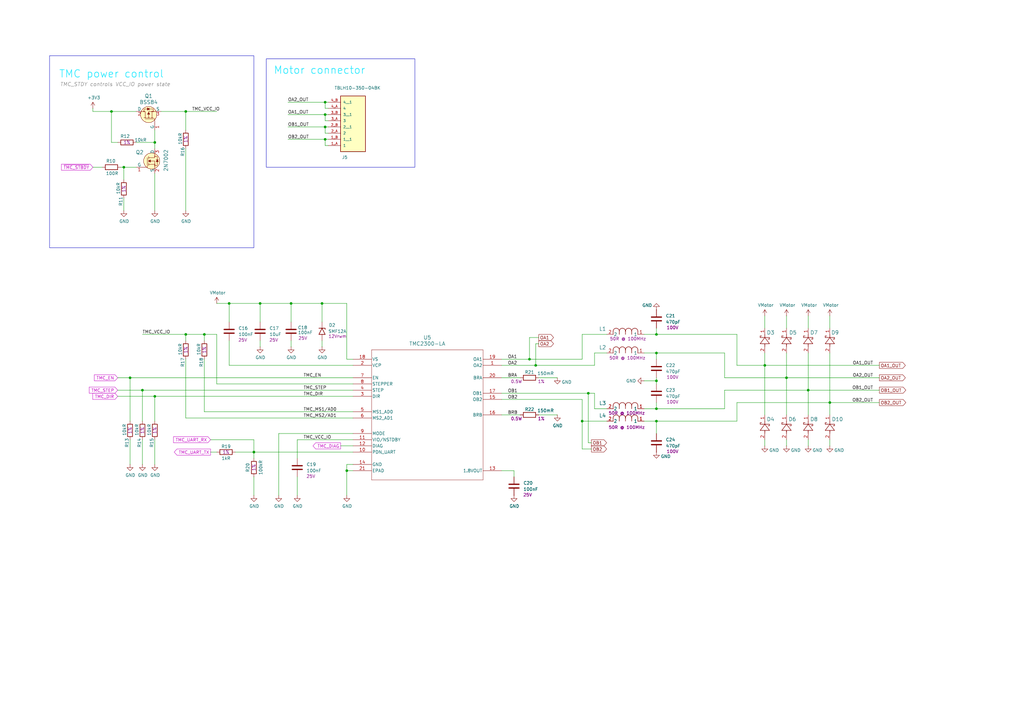
<source format=kicad_sch>
(kicad_sch
	(version 20231120)
	(generator "eeschema")
	(generator_version "8.0")
	(uuid "6f0777da-6e37-46ed-8c3a-b4fc3a792d26")
	(paper "A3")
	(title_block
		(title "Motor Driver")
		(date "2024-04-28")
		(rev "v0.1")
		(company "SJFOM")
	)
	(lib_symbols
		(symbol "2024-01-13_14-51-57:TMC2300-LA"
			(pin_names
				(offset 0.254)
			)
			(exclude_from_sim no)
			(in_bom yes)
			(on_board yes)
			(property "Reference" "U"
				(at 30.48 10.16 0)
				(effects
					(font
						(size 1.524 1.524)
					)
				)
			)
			(property "Value" "TMC2300-LA"
				(at 30.48 7.62 0)
				(effects
					(font
						(size 1.524 1.524)
					)
				)
			)
			(property "Footprint" "QFN20_3x3_TRI"
				(at 14.732 -50.546 0)
				(effects
					(font
						(size 1.27 1.27)
						(italic yes)
					)
					(hide yes)
				)
			)
			(property "Datasheet" "TMC2300-LA"
				(at 46.99 -51.054 0)
				(effects
					(font
						(size 1.27 1.27)
						(italic yes)
					)
					(hide yes)
				)
			)
			(property "Description" ""
				(at 0 0 0)
				(effects
					(font
						(size 1.27 1.27)
					)
					(hide yes)
				)
			)
			(property "ki_locked" ""
				(at 0 0 0)
				(effects
					(font
						(size 1.27 1.27)
					)
				)
			)
			(property "ki_keywords" "TMC2300-LA"
				(at 0 0 0)
				(effects
					(font
						(size 1.27 1.27)
					)
					(hide yes)
				)
			)
			(property "ki_fp_filters" "QFN20_3x3_TRI QFN20_3x3_TRI-M QFN20_3x3_TRI-L"
				(at 0 0 0)
				(effects
					(font
						(size 1.27 1.27)
					)
					(hide yes)
				)
			)
			(symbol "TMC2300-LA_0_1"
				(polyline
					(pts
						(xy 7.62 -48.26) (xy 53.34 -48.26)
					)
					(stroke
						(width 0.127)
						(type default)
					)
					(fill
						(type none)
					)
				)
				(polyline
					(pts
						(xy 7.62 5.08) (xy 7.62 -48.26)
					)
					(stroke
						(width 0.127)
						(type default)
					)
					(fill
						(type none)
					)
				)
				(polyline
					(pts
						(xy 53.34 -48.26) (xy 53.34 5.08)
					)
					(stroke
						(width 0.127)
						(type default)
					)
					(fill
						(type none)
					)
				)
				(polyline
					(pts
						(xy 53.34 5.08) (xy 7.62 5.08)
					)
					(stroke
						(width 0.127)
						(type default)
					)
					(fill
						(type none)
					)
				)
				(pin unspecified line
					(at 60.96 -1.27 180)
					(length 7.62)
					(name "OA2"
						(effects
							(font
								(size 1.27 1.27)
							)
						)
					)
					(number "1"
						(effects
							(font
								(size 1.27 1.27)
							)
						)
					)
				)
				(pin unspecified line
					(at 0 -36.83 0)
					(length 7.62)
					(name "PDN_UART"
						(effects
							(font
								(size 1.27 1.27)
							)
						)
					)
					(number "10"
						(effects
							(font
								(size 1.27 1.27)
							)
						)
					)
				)
				(pin unspecified line
					(at 0 -31.75 0)
					(length 7.62)
					(name "VIO/NSTDBY"
						(effects
							(font
								(size 1.27 1.27)
							)
						)
					)
					(number "11"
						(effects
							(font
								(size 1.27 1.27)
							)
						)
					)
				)
				(pin unspecified line
					(at 0 -34.29 0)
					(length 7.62)
					(name "DIAG"
						(effects
							(font
								(size 1.27 1.27)
							)
						)
					)
					(number "12"
						(effects
							(font
								(size 1.27 1.27)
							)
						)
					)
				)
				(pin output line
					(at 60.96 -44.45 180)
					(length 7.62)
					(name "1.8VOUT"
						(effects
							(font
								(size 1.27 1.27)
							)
						)
					)
					(number "13"
						(effects
							(font
								(size 1.27 1.27)
							)
						)
					)
				)
				(pin power_in line
					(at 0 -41.91 0)
					(length 7.62)
					(name "GND"
						(effects
							(font
								(size 1.27 1.27)
							)
						)
					)
					(number "14"
						(effects
							(font
								(size 1.27 1.27)
							)
						)
					)
				)
				(pin unspecified line
					(at 60.96 -15.24 180)
					(length 7.62)
					(name "OB2"
						(effects
							(font
								(size 1.27 1.27)
							)
						)
					)
					(number "15"
						(effects
							(font
								(size 1.27 1.27)
							)
						)
					)
				)
				(pin unspecified line
					(at 60.96 -21.59 180)
					(length 7.62)
					(name "BRB"
						(effects
							(font
								(size 1.27 1.27)
							)
						)
					)
					(number "16"
						(effects
							(font
								(size 1.27 1.27)
							)
						)
					)
				)
				(pin unspecified line
					(at 60.96 -12.7 180)
					(length 7.62)
					(name "OB1"
						(effects
							(font
								(size 1.27 1.27)
							)
						)
					)
					(number "17"
						(effects
							(font
								(size 1.27 1.27)
							)
						)
					)
				)
				(pin power_in line
					(at 0 1.27 0)
					(length 7.62)
					(name "VS"
						(effects
							(font
								(size 1.27 1.27)
							)
						)
					)
					(number "18"
						(effects
							(font
								(size 1.27 1.27)
							)
						)
					)
				)
				(pin unspecified line
					(at 60.96 1.27 180)
					(length 7.62)
					(name "OA1"
						(effects
							(font
								(size 1.27 1.27)
							)
						)
					)
					(number "19"
						(effects
							(font
								(size 1.27 1.27)
							)
						)
					)
				)
				(pin unspecified line
					(at 0 -1.27 0)
					(length 7.62)
					(name "VCP"
						(effects
							(font
								(size 1.27 1.27)
							)
						)
					)
					(number "2"
						(effects
							(font
								(size 1.27 1.27)
							)
						)
					)
				)
				(pin unspecified line
					(at 60.96 -6.35 180)
					(length 7.62)
					(name "BRA"
						(effects
							(font
								(size 1.27 1.27)
							)
						)
					)
					(number "20"
						(effects
							(font
								(size 1.27 1.27)
							)
						)
					)
				)
				(pin unspecified line
					(at 0 -44.45 0)
					(length 7.62)
					(name "EPAD"
						(effects
							(font
								(size 1.27 1.27)
							)
						)
					)
					(number "21"
						(effects
							(font
								(size 1.27 1.27)
							)
						)
					)
				)
				(pin unspecified line
					(at 0 -13.97 0)
					(length 7.62)
					(name "DIR"
						(effects
							(font
								(size 1.27 1.27)
							)
						)
					)
					(number "3"
						(effects
							(font
								(size 1.27 1.27)
							)
						)
					)
				)
				(pin unspecified line
					(at 0 -11.43 0)
					(length 7.62)
					(name "STEP"
						(effects
							(font
								(size 1.27 1.27)
							)
						)
					)
					(number "4"
						(effects
							(font
								(size 1.27 1.27)
							)
						)
					)
				)
				(pin unspecified line
					(at 0 -20.32 0)
					(length 7.62)
					(name "MS1_AD0"
						(effects
							(font
								(size 1.27 1.27)
							)
						)
					)
					(number "5"
						(effects
							(font
								(size 1.27 1.27)
							)
						)
					)
				)
				(pin unspecified line
					(at 0 -22.86 0)
					(length 7.62)
					(name "MS2_AD1"
						(effects
							(font
								(size 1.27 1.27)
							)
						)
					)
					(number "6"
						(effects
							(font
								(size 1.27 1.27)
							)
						)
					)
				)
				(pin unspecified line
					(at 0 -6.35 0)
					(length 7.62)
					(name "EN"
						(effects
							(font
								(size 1.27 1.27)
							)
						)
					)
					(number "7"
						(effects
							(font
								(size 1.27 1.27)
							)
						)
					)
				)
				(pin unspecified line
					(at 0 -8.89 0)
					(length 7.62)
					(name "STEPPER"
						(effects
							(font
								(size 1.27 1.27)
							)
						)
					)
					(number "8"
						(effects
							(font
								(size 1.27 1.27)
							)
						)
					)
				)
				(pin unspecified line
					(at 0 -29.21 0)
					(length 7.62)
					(name "MODE"
						(effects
							(font
								(size 1.27 1.27)
							)
						)
					)
					(number "9"
						(effects
							(font
								(size 1.27 1.27)
							)
						)
					)
				)
			)
		)
		(symbol "Device:C"
			(pin_numbers hide)
			(pin_names
				(offset 0.254)
			)
			(exclude_from_sim no)
			(in_bom yes)
			(on_board yes)
			(property "Reference" "C"
				(at 0.635 2.54 0)
				(effects
					(font
						(size 1.27 1.27)
					)
					(justify left)
				)
			)
			(property "Value" "C"
				(at 0.635 -2.54 0)
				(effects
					(font
						(size 1.27 1.27)
					)
					(justify left)
				)
			)
			(property "Footprint" ""
				(at 0.9652 -3.81 0)
				(effects
					(font
						(size 1.27 1.27)
					)
					(hide yes)
				)
			)
			(property "Datasheet" "~"
				(at 0 0 0)
				(effects
					(font
						(size 1.27 1.27)
					)
					(hide yes)
				)
			)
			(property "Description" "Unpolarized capacitor"
				(at 0 0 0)
				(effects
					(font
						(size 1.27 1.27)
					)
					(hide yes)
				)
			)
			(property "ki_keywords" "cap capacitor"
				(at 0 0 0)
				(effects
					(font
						(size 1.27 1.27)
					)
					(hide yes)
				)
			)
			(property "ki_fp_filters" "C_*"
				(at 0 0 0)
				(effects
					(font
						(size 1.27 1.27)
					)
					(hide yes)
				)
			)
			(symbol "C_0_1"
				(polyline
					(pts
						(xy -2.032 -0.762) (xy 2.032 -0.762)
					)
					(stroke
						(width 0.508)
						(type default)
					)
					(fill
						(type none)
					)
				)
				(polyline
					(pts
						(xy -2.032 0.762) (xy 2.032 0.762)
					)
					(stroke
						(width 0.508)
						(type default)
					)
					(fill
						(type none)
					)
				)
			)
			(symbol "C_1_1"
				(pin passive line
					(at 0 3.81 270)
					(length 2.794)
					(name "~"
						(effects
							(font
								(size 1.27 1.27)
							)
						)
					)
					(number "1"
						(effects
							(font
								(size 1.27 1.27)
							)
						)
					)
				)
				(pin passive line
					(at 0 -3.81 90)
					(length 2.794)
					(name "~"
						(effects
							(font
								(size 1.27 1.27)
							)
						)
					)
					(number "2"
						(effects
							(font
								(size 1.27 1.27)
							)
						)
					)
				)
			)
		)
		(symbol "Device:R"
			(pin_numbers hide)
			(pin_names
				(offset 0)
			)
			(exclude_from_sim no)
			(in_bom yes)
			(on_board yes)
			(property "Reference" "R"
				(at 2.032 0 90)
				(effects
					(font
						(size 1.27 1.27)
					)
				)
			)
			(property "Value" "R"
				(at 0 0 90)
				(effects
					(font
						(size 1.27 1.27)
					)
				)
			)
			(property "Footprint" ""
				(at -1.778 0 90)
				(effects
					(font
						(size 1.27 1.27)
					)
					(hide yes)
				)
			)
			(property "Datasheet" "~"
				(at 0 0 0)
				(effects
					(font
						(size 1.27 1.27)
					)
					(hide yes)
				)
			)
			(property "Description" "Resistor"
				(at 0 0 0)
				(effects
					(font
						(size 1.27 1.27)
					)
					(hide yes)
				)
			)
			(property "ki_keywords" "R res resistor"
				(at 0 0 0)
				(effects
					(font
						(size 1.27 1.27)
					)
					(hide yes)
				)
			)
			(property "ki_fp_filters" "R_*"
				(at 0 0 0)
				(effects
					(font
						(size 1.27 1.27)
					)
					(hide yes)
				)
			)
			(symbol "R_0_1"
				(rectangle
					(start -1.016 -2.54)
					(end 1.016 2.54)
					(stroke
						(width 0.254)
						(type default)
					)
					(fill
						(type none)
					)
				)
			)
			(symbol "R_1_1"
				(pin passive line
					(at 0 3.81 270)
					(length 1.27)
					(name "~"
						(effects
							(font
								(size 1.27 1.27)
							)
						)
					)
					(number "1"
						(effects
							(font
								(size 1.27 1.27)
							)
						)
					)
				)
				(pin passive line
					(at 0 -3.81 90)
					(length 1.27)
					(name "~"
						(effects
							(font
								(size 1.27 1.27)
							)
						)
					)
					(number "2"
						(effects
							(font
								(size 1.27 1.27)
							)
						)
					)
				)
			)
		)
		(symbol "Diode:SMF12A"
			(pin_numbers hide)
			(pin_names
				(offset 1.016) hide)
			(exclude_from_sim no)
			(in_bom yes)
			(on_board yes)
			(property "Reference" "D"
				(at 0 2.54 0)
				(effects
					(font
						(size 1.27 1.27)
					)
				)
			)
			(property "Value" "SMF12A"
				(at 0 -2.54 0)
				(effects
					(font
						(size 1.27 1.27)
					)
				)
			)
			(property "Footprint" "Diode_SMD:D_SMF"
				(at 0 -5.08 0)
				(effects
					(font
						(size 1.27 1.27)
					)
					(hide yes)
				)
			)
			(property "Datasheet" "https://www.vishay.com/doc?85881"
				(at -1.27 0 0)
				(effects
					(font
						(size 1.27 1.27)
					)
					(hide yes)
				)
			)
			(property "Description" "200W unidirectional Transil Transient Voltage Suppressor, 12Vrwm, SMF"
				(at 0 0 0)
				(effects
					(font
						(size 1.27 1.27)
					)
					(hide yes)
				)
			)
			(property "ki_keywords" "diode TVS voltage suppressor"
				(at 0 0 0)
				(effects
					(font
						(size 1.27 1.27)
					)
					(hide yes)
				)
			)
			(property "ki_fp_filters" "D*SMF*"
				(at 0 0 0)
				(effects
					(font
						(size 1.27 1.27)
					)
					(hide yes)
				)
			)
			(symbol "SMF12A_0_1"
				(polyline
					(pts
						(xy -0.762 1.27) (xy -1.27 1.27) (xy -1.27 -1.27)
					)
					(stroke
						(width 0.254)
						(type default)
					)
					(fill
						(type none)
					)
				)
				(polyline
					(pts
						(xy 1.27 1.27) (xy 1.27 -1.27) (xy -1.27 0) (xy 1.27 1.27)
					)
					(stroke
						(width 0.254)
						(type default)
					)
					(fill
						(type none)
					)
				)
			)
			(symbol "SMF12A_1_1"
				(pin passive line
					(at -3.81 0 0)
					(length 2.54)
					(name "A1"
						(effects
							(font
								(size 1.27 1.27)
							)
						)
					)
					(number "1"
						(effects
							(font
								(size 1.27 1.27)
							)
						)
					)
				)
				(pin passive line
					(at 3.81 0 180)
					(length 2.54)
					(name "A2"
						(effects
							(font
								(size 1.27 1.27)
							)
						)
					)
					(number "2"
						(effects
							(font
								(size 1.27 1.27)
							)
						)
					)
				)
			)
		)
		(symbol "Snapeda:TBLH10-350-04BK"
			(pin_names
				(offset 1.016)
			)
			(exclude_from_sim no)
			(in_bom yes)
			(on_board yes)
			(property "Reference" "J"
				(at -5.588 7.62 0)
				(effects
					(font
						(size 1.27 1.27)
					)
					(justify left bottom)
				)
			)
			(property "Value" "TBLH10-350-04BK"
				(at -5.08 -17.78 0)
				(effects
					(font
						(size 1.27 1.27)
					)
					(justify left bottom)
				)
			)
			(property "Footprint" "Snapeda:CUI_TBLH10-350-04BK"
				(at 0 0 0)
				(effects
					(font
						(size 1.27 1.27)
					)
					(justify left bottom)
					(hide yes)
				)
			)
			(property "Datasheet" ""
				(at 0 0 0)
				(effects
					(font
						(size 1.27 1.27)
					)
					(justify left bottom)
					(hide yes)
				)
			)
			(property "Description" ""
				(at 0 0 0)
				(effects
					(font
						(size 1.27 1.27)
					)
					(justify left bottom)
					(hide yes)
				)
			)
			(property "MANUFACTURER" "CUI"
				(at 0 0 0)
				(effects
					(font
						(size 1.27 1.27)
					)
					(justify left bottom)
					(hide yes)
				)
			)
			(property "ki_locked" ""
				(at 0 0 0)
				(effects
					(font
						(size 1.27 1.27)
					)
				)
			)
			(symbol "TBLH10-350-04BK_0_0"
				(rectangle
					(start -5.08 -15.24)
					(end 5.08 7.62)
					(stroke
						(width 0.254)
						(type solid)
					)
					(fill
						(type background)
					)
				)
				(pin passive line
					(at -10.16 5.08 0)
					(length 5.08)
					(name "1"
						(effects
							(font
								(size 1.016 1.016)
							)
						)
					)
					(number "1_A"
						(effects
							(font
								(size 1.016 1.016)
							)
						)
					)
				)
				(pin passive line
					(at -10.16 2.54 0)
					(length 5.08)
					(name "1__1"
						(effects
							(font
								(size 1.016 1.016)
							)
						)
					)
					(number "1_B"
						(effects
							(font
								(size 1.016 1.016)
							)
						)
					)
				)
				(pin passive line
					(at -10.16 0 0)
					(length 5.08)
					(name "2"
						(effects
							(font
								(size 1.016 1.016)
							)
						)
					)
					(number "2_A"
						(effects
							(font
								(size 1.016 1.016)
							)
						)
					)
				)
				(pin passive line
					(at -10.16 -2.54 0)
					(length 5.08)
					(name "2__1"
						(effects
							(font
								(size 1.016 1.016)
							)
						)
					)
					(number "2_B"
						(effects
							(font
								(size 1.016 1.016)
							)
						)
					)
				)
				(pin passive line
					(at -10.16 -5.08 0)
					(length 5.08)
					(name "3"
						(effects
							(font
								(size 1.016 1.016)
							)
						)
					)
					(number "3_A"
						(effects
							(font
								(size 1.016 1.016)
							)
						)
					)
				)
				(pin passive line
					(at -10.16 -7.62 0)
					(length 5.08)
					(name "3__1"
						(effects
							(font
								(size 1.016 1.016)
							)
						)
					)
					(number "3_B"
						(effects
							(font
								(size 1.016 1.016)
							)
						)
					)
				)
				(pin passive line
					(at -10.16 -10.16 0)
					(length 5.08)
					(name "4"
						(effects
							(font
								(size 1.016 1.016)
							)
						)
					)
					(number "4_A"
						(effects
							(font
								(size 1.016 1.016)
							)
						)
					)
				)
				(pin passive line
					(at -10.16 -12.7 0)
					(length 5.08)
					(name "4__1"
						(effects
							(font
								(size 1.016 1.016)
							)
						)
					)
					(number "4_B"
						(effects
							(font
								(size 1.016 1.016)
							)
						)
					)
				)
			)
		)
		(symbol "Snapeda_kicad_2:B5819W-TP"
			(pin_names
				(offset 0.254)
			)
			(exclude_from_sim no)
			(in_bom yes)
			(on_board yes)
			(property "Reference" "CR"
				(at 5.08 4.445 0)
				(effects
					(font
						(size 1.524 1.524)
					)
				)
			)
			(property "Value" "B5819W-TP"
				(at 5.08 -3.81 0)
				(effects
					(font
						(size 1.524 1.524)
					)
				)
			)
			(property "Footprint" "Snapeda:SDO_SOD-123_MCC"
				(at 0 0 0)
				(effects
					(font
						(size 1.27 1.27)
						(italic yes)
					)
					(hide yes)
				)
			)
			(property "Datasheet" "B5819W-TP"
				(at 0 0 0)
				(effects
					(font
						(size 1.27 1.27)
						(italic yes)
					)
					(hide yes)
				)
			)
			(property "Description" ""
				(at 0 0 0)
				(effects
					(font
						(size 1.27 1.27)
					)
					(hide yes)
				)
			)
			(property "ki_locked" ""
				(at 0 0 0)
				(effects
					(font
						(size 1.27 1.27)
					)
				)
			)
			(property "ki_keywords" "B5819W-TP"
				(at 0 0 0)
				(effects
					(font
						(size 1.27 1.27)
					)
					(hide yes)
				)
			)
			(property "ki_fp_filters" "SDO_SOD-123_MCC SDO_SOD-123_MCC-M SDO_SOD-123_MCC-L"
				(at 0 0 0)
				(effects
					(font
						(size 1.27 1.27)
					)
					(hide yes)
				)
			)
			(symbol "B5819W-TP_0_1"
				(polyline
					(pts
						(xy 2.54 0) (xy 3.4798 0)
					)
					(stroke
						(width 0.2032)
						(type default)
					)
					(fill
						(type none)
					)
				)
				(polyline
					(pts
						(xy 3.175 0) (xy 3.81 0)
					)
					(stroke
						(width 0.2032)
						(type default)
					)
					(fill
						(type none)
					)
				)
				(polyline
					(pts
						(xy 3.81 -1.905) (xy 6.35 0)
					)
					(stroke
						(width 0.2032)
						(type default)
					)
					(fill
						(type none)
					)
				)
				(polyline
					(pts
						(xy 3.81 1.905) (xy 3.81 -1.905)
					)
					(stroke
						(width 0.2032)
						(type default)
					)
					(fill
						(type none)
					)
				)
				(polyline
					(pts
						(xy 5.715 -1.905) (xy 5.715 -1.27)
					)
					(stroke
						(width 0.2032)
						(type default)
					)
					(fill
						(type none)
					)
				)
				(polyline
					(pts
						(xy 6.35 -1.905) (xy 5.715 -1.905)
					)
					(stroke
						(width 0.2032)
						(type default)
					)
					(fill
						(type none)
					)
				)
				(polyline
					(pts
						(xy 6.35 -1.905) (xy 6.35 1.905)
					)
					(stroke
						(width 0.2032)
						(type default)
					)
					(fill
						(type none)
					)
				)
				(polyline
					(pts
						(xy 6.35 0) (xy 3.81 1.905)
					)
					(stroke
						(width 0.2032)
						(type default)
					)
					(fill
						(type none)
					)
				)
				(polyline
					(pts
						(xy 6.35 0) (xy 7.62 0)
					)
					(stroke
						(width 0.2032)
						(type default)
					)
					(fill
						(type none)
					)
				)
				(polyline
					(pts
						(xy 6.35 1.905) (xy 6.985 1.905)
					)
					(stroke
						(width 0.2032)
						(type default)
					)
					(fill
						(type none)
					)
				)
				(polyline
					(pts
						(xy 6.985 1.905) (xy 6.985 1.27)
					)
					(stroke
						(width 0.2032)
						(type default)
					)
					(fill
						(type none)
					)
				)
				(pin unspecified line
					(at 10.16 0 180)
					(length 2.54)
					(name ""
						(effects
							(font
								(size 1.27 1.27)
							)
						)
					)
					(number "1"
						(effects
							(font
								(size 1.27 1.27)
							)
						)
					)
				)
				(pin unspecified line
					(at 0 0 0)
					(length 2.54)
					(name ""
						(effects
							(font
								(size 1.27 1.27)
							)
						)
					)
					(number "2"
						(effects
							(font
								(size 1.27 1.27)
							)
						)
					)
				)
			)
		)
		(symbol "Snapeda_kicad_2:HI1206T500R-10"
			(pin_names
				(offset 0.254)
			)
			(exclude_from_sim no)
			(in_bom yes)
			(on_board yes)
			(property "Reference" "L"
				(at 6.985 5.08 0)
				(effects
					(font
						(size 1.524 1.524)
					)
				)
			)
			(property "Value" "HI1206T500R-10"
				(at 6.985 -2.54 0)
				(effects
					(font
						(size 1.524 1.524)
					)
				)
			)
			(property "Footprint" "Snapeda:IND_HI1206T500R-10_LRD"
				(at 0 0 0)
				(effects
					(font
						(size 1.27 1.27)
						(italic yes)
					)
					(hide yes)
				)
			)
			(property "Datasheet" "HI1206T500R-10"
				(at 0 0 0)
				(effects
					(font
						(size 1.27 1.27)
						(italic yes)
					)
					(hide yes)
				)
			)
			(property "Description" ""
				(at 0 0 0)
				(effects
					(font
						(size 1.27 1.27)
					)
					(hide yes)
				)
			)
			(property "ki_locked" ""
				(at 0 0 0)
				(effects
					(font
						(size 1.27 1.27)
					)
				)
			)
			(property "ki_keywords" "HI1206T500R-10"
				(at 0 0 0)
				(effects
					(font
						(size 1.27 1.27)
					)
					(hide yes)
				)
			)
			(property "ki_fp_filters" "IND_HI1206T500R-10_LRD IND_HI1206T500R-10_LRD-M IND_HI1206T500R-10_LRD-L"
				(at 0 0 0)
				(effects
					(font
						(size 1.27 1.27)
					)
					(hide yes)
				)
			)
			(symbol "HI1206T500R-10_1_1"
				(polyline
					(pts
						(xy 2.54 0) (xy 2.54 1.27)
					)
					(stroke
						(width 0.2032)
						(type default)
					)
					(fill
						(type none)
					)
				)
				(polyline
					(pts
						(xy 5.08 0) (xy 5.08 1.27)
					)
					(stroke
						(width 0.2032)
						(type default)
					)
					(fill
						(type none)
					)
				)
				(polyline
					(pts
						(xy 7.62 0) (xy 7.62 1.27)
					)
					(stroke
						(width 0.2032)
						(type default)
					)
					(fill
						(type none)
					)
				)
				(polyline
					(pts
						(xy 10.16 0) (xy 10.16 1.27)
					)
					(stroke
						(width 0.2032)
						(type default)
					)
					(fill
						(type none)
					)
				)
				(polyline
					(pts
						(xy 12.7 0) (xy 12.7 1.27)
					)
					(stroke
						(width 0.2032)
						(type default)
					)
					(fill
						(type none)
					)
				)
				(arc
					(start 5.08 1.27)
					(mid 3.81 2.5344)
					(end 2.54 1.27)
					(stroke
						(width 0.2032)
						(type default)
					)
					(fill
						(type none)
					)
				)
				(arc
					(start 7.62 1.27)
					(mid 6.35 2.5344)
					(end 5.08 1.27)
					(stroke
						(width 0.2032)
						(type default)
					)
					(fill
						(type none)
					)
				)
				(arc
					(start 10.16 1.27)
					(mid 8.89 2.5344)
					(end 7.62 1.27)
					(stroke
						(width 0.2032)
						(type default)
					)
					(fill
						(type none)
					)
				)
				(arc
					(start 12.7 1.27)
					(mid 11.43 2.5344)
					(end 10.16 1.27)
					(stroke
						(width 0.2032)
						(type default)
					)
					(fill
						(type none)
					)
				)
				(pin unspecified line
					(at 15.24 0 180)
					(length 2.54)
					(name "1"
						(effects
							(font
								(size 1.27 1.27)
							)
						)
					)
					(number "1"
						(effects
							(font
								(size 1.27 1.27)
							)
						)
					)
				)
				(pin unspecified line
					(at 0 0 0)
					(length 2.54)
					(name "2"
						(effects
							(font
								(size 1.27 1.27)
							)
						)
					)
					(number "2"
						(effects
							(font
								(size 1.27 1.27)
							)
						)
					)
				)
			)
			(symbol "HI1206T500R-10_1_2"
				(arc
					(start -1.27 5.08)
					(mid -2.5344 3.81)
					(end -1.27 2.54)
					(stroke
						(width 0.2032)
						(type default)
					)
					(fill
						(type none)
					)
				)
				(arc
					(start -1.27 7.62)
					(mid -2.5344 6.35)
					(end -1.27 5.08)
					(stroke
						(width 0.2032)
						(type default)
					)
					(fill
						(type none)
					)
				)
				(arc
					(start -1.27 10.16)
					(mid -2.5344 8.89)
					(end -1.27 7.62)
					(stroke
						(width 0.2032)
						(type default)
					)
					(fill
						(type none)
					)
				)
				(arc
					(start -1.27 12.7)
					(mid -2.5344 11.43)
					(end -1.27 10.16)
					(stroke
						(width 0.2032)
						(type default)
					)
					(fill
						(type none)
					)
				)
				(polyline
					(pts
						(xy 0 2.54) (xy -1.27 2.54)
					)
					(stroke
						(width 0.2032)
						(type default)
					)
					(fill
						(type none)
					)
				)
				(polyline
					(pts
						(xy 0 5.08) (xy -1.27 5.08)
					)
					(stroke
						(width 0.2032)
						(type default)
					)
					(fill
						(type none)
					)
				)
				(polyline
					(pts
						(xy 0 7.62) (xy -1.27 7.62)
					)
					(stroke
						(width 0.2032)
						(type default)
					)
					(fill
						(type none)
					)
				)
				(polyline
					(pts
						(xy 0 10.16) (xy -1.27 10.16)
					)
					(stroke
						(width 0.2032)
						(type default)
					)
					(fill
						(type none)
					)
				)
				(polyline
					(pts
						(xy 0 12.7) (xy -1.27 12.7)
					)
					(stroke
						(width 0.2032)
						(type default)
					)
					(fill
						(type none)
					)
				)
				(pin unspecified line
					(at 0 15.24 270)
					(length 2.54)
					(name "1"
						(effects
							(font
								(size 1.27 1.27)
							)
						)
					)
					(number "1"
						(effects
							(font
								(size 1.27 1.27)
							)
						)
					)
				)
				(pin unspecified line
					(at 0 0 90)
					(length 2.54)
					(name "2"
						(effects
							(font
								(size 1.27 1.27)
							)
						)
					)
					(number "2"
						(effects
							(font
								(size 1.27 1.27)
							)
						)
					)
				)
			)
		)
		(symbol "dk_Transistors-FETs-MOSFETs-Single:2N7002"
			(pin_names
				(offset 0)
			)
			(exclude_from_sim no)
			(in_bom yes)
			(on_board yes)
			(property "Reference" "Q"
				(at -2.6924 3.6322 0)
				(effects
					(font
						(size 1.524 1.524)
					)
					(justify right)
				)
			)
			(property "Value" "2N7002"
				(at 3.4544 0 90)
				(effects
					(font
						(size 1.524 1.524)
					)
				)
			)
			(property "Footprint" "digikey-footprints:SOT-23-3"
				(at 5.08 5.08 0)
				(effects
					(font
						(size 1.524 1.524)
					)
					(justify left)
					(hide yes)
				)
			)
			(property "Datasheet" "https://www.onsemi.com/pub/Collateral/NDS7002A-D.PDF"
				(at 5.08 7.62 0)
				(effects
					(font
						(size 1.524 1.524)
					)
					(justify left)
					(hide yes)
				)
			)
			(property "Description" "MOSFET N-CH 60V 115MA SOT-23"
				(at 5.08 25.4 0)
				(effects
					(font
						(size 1.524 1.524)
					)
					(justify left)
					(hide yes)
				)
			)
			(property "MPN" "2N7002"
				(at 5.08 12.7 0)
				(effects
					(font
						(size 1.524 1.524)
					)
					(justify left)
					(hide yes)
				)
			)
			(property "Category" "Discrete Semiconductor Products"
				(at 5.08 15.24 0)
				(effects
					(font
						(size 1.524 1.524)
					)
					(justify left)
					(hide yes)
				)
			)
			(property "Family" "Transistors - FETs, MOSFETs - Single"
				(at 5.08 17.78 0)
				(effects
					(font
						(size 1.524 1.524)
					)
					(justify left)
					(hide yes)
				)
			)
			(property "DK_Datasheet_Link" "https://www.onsemi.com/pub/Collateral/NDS7002A-D.PDF"
				(at 5.08 20.32 0)
				(effects
					(font
						(size 1.524 1.524)
					)
					(justify left)
					(hide yes)
				)
			)
			(property "DK_Detail_Page" "/product-detail/en/on-semiconductor/2N7002/2N7002NCT-ND/244664"
				(at 5.08 22.86 0)
				(effects
					(font
						(size 1.524 1.524)
					)
					(justify left)
					(hide yes)
				)
			)
			(property "Manufacturer" "ON Semiconductor"
				(at 5.08 27.94 0)
				(effects
					(font
						(size 1.524 1.524)
					)
					(justify left)
					(hide yes)
				)
			)
			(property "Status" "Active"
				(at 5.08 30.48 0)
				(effects
					(font
						(size 1.524 1.524)
					)
					(justify left)
					(hide yes)
				)
			)
			(property "ki_keywords" "2N7002NCT-ND"
				(at 0 0 0)
				(effects
					(font
						(size 1.27 1.27)
					)
					(hide yes)
				)
			)
			(symbol "2N7002_0_1"
				(circle
					(center -1.27 0)
					(radius 3.302)
					(stroke
						(width 0)
						(type solid)
					)
					(fill
						(type background)
					)
				)
				(circle
					(center 0 -1.905)
					(radius 0.127)
					(stroke
						(width 0)
						(type solid)
					)
					(fill
						(type none)
					)
				)
				(circle
					(center 0 -1.397)
					(radius 0.127)
					(stroke
						(width 0)
						(type solid)
					)
					(fill
						(type none)
					)
				)
				(polyline
					(pts
						(xy 0 -1.397) (xy -2.54 -1.397)
					)
					(stroke
						(width 0)
						(type solid)
					)
					(fill
						(type none)
					)
				)
				(polyline
					(pts
						(xy -5.08 -2.54) (xy -3.048 -2.54) (xy -3.048 1.397)
					)
					(stroke
						(width 0)
						(type solid)
					)
					(fill
						(type none)
					)
				)
				(polyline
					(pts
						(xy 0 -2.54) (xy 0 0) (xy -2.54 0)
					)
					(stroke
						(width 0)
						(type solid)
					)
					(fill
						(type none)
					)
				)
				(polyline
					(pts
						(xy 0 2.54) (xy 0 1.397) (xy -2.54 1.397)
					)
					(stroke
						(width 0)
						(type solid)
					)
					(fill
						(type none)
					)
				)
				(polyline
					(pts
						(xy -0.127 -1.905) (xy 1.016 -1.905) (xy 1.016 1.397) (xy 1.016 1.905) (xy -0.127 1.905)
					)
					(stroke
						(width 0)
						(type solid)
					)
					(fill
						(type none)
					)
				)
				(circle
					(center 0 1.905)
					(radius 0.127)
					(stroke
						(width 0)
						(type solid)
					)
					(fill
						(type none)
					)
				)
			)
			(symbol "2N7002_1_1"
				(polyline
					(pts
						(xy -2.54 -1.397) (xy -2.54 -1.905)
					)
					(stroke
						(width 0)
						(type solid)
					)
					(fill
						(type none)
					)
				)
				(polyline
					(pts
						(xy -2.54 -1.397) (xy -2.54 -0.889)
					)
					(stroke
						(width 0)
						(type solid)
					)
					(fill
						(type none)
					)
				)
				(polyline
					(pts
						(xy -2.54 0) (xy -2.54 -0.508)
					)
					(stroke
						(width 0)
						(type solid)
					)
					(fill
						(type none)
					)
				)
				(polyline
					(pts
						(xy -2.54 0) (xy -2.54 0.508)
					)
					(stroke
						(width 0)
						(type solid)
					)
					(fill
						(type none)
					)
				)
				(polyline
					(pts
						(xy -2.54 1.905) (xy -2.54 0.889)
					)
					(stroke
						(width 0)
						(type solid)
					)
					(fill
						(type none)
					)
				)
				(polyline
					(pts
						(xy 1.524 0.508) (xy 0.508 0.508)
					)
					(stroke
						(width 0)
						(type solid)
					)
					(fill
						(type none)
					)
				)
				(polyline
					(pts
						(xy -2.54 0) (xy -1.778 0.508) (xy -1.778 -0.508) (xy -2.54 0)
					)
					(stroke
						(width 0)
						(type solid)
					)
					(fill
						(type outline)
					)
				)
				(polyline
					(pts
						(xy 1.016 0.508) (xy 0.508 -0.254) (xy 1.524 -0.254) (xy 1.016 0.508)
					)
					(stroke
						(width 0)
						(type solid)
					)
					(fill
						(type outline)
					)
				)
				(pin bidirectional line
					(at -7.62 -2.54 0)
					(length 2.54)
					(name "G"
						(effects
							(font
								(size 1.27 1.27)
							)
						)
					)
					(number "1"
						(effects
							(font
								(size 1.27 1.27)
							)
						)
					)
				)
				(pin bidirectional line
					(at 0 -5.08 90)
					(length 2.54)
					(name "S"
						(effects
							(font
								(size 1.27 1.27)
							)
						)
					)
					(number "2"
						(effects
							(font
								(size 1.27 1.27)
							)
						)
					)
				)
				(pin bidirectional line
					(at 0 5.08 270)
					(length 2.54)
					(name "D"
						(effects
							(font
								(size 1.27 1.27)
							)
						)
					)
					(number "3"
						(effects
							(font
								(size 1.27 1.27)
							)
						)
					)
				)
			)
		)
		(symbol "dk_Transistors-FETs-MOSFETs-Single:BSS84"
			(pin_names
				(offset 0)
			)
			(exclude_from_sim no)
			(in_bom yes)
			(on_board yes)
			(property "Reference" "Q"
				(at -1.6256 5.1054 0)
				(effects
					(font
						(size 1.524 1.524)
					)
					(justify right)
				)
			)
			(property "Value" "BSS84"
				(at 4.7244 0 90)
				(effects
					(font
						(size 1.524 1.524)
					)
				)
			)
			(property "Footprint" "digikey-footprints:SOT-23-3"
				(at 5.08 5.08 0)
				(effects
					(font
						(size 1.524 1.524)
					)
					(justify left)
					(hide yes)
				)
			)
			(property "Datasheet" "https://www.onsemi.com/pub/Collateral/BSS84-D.PDF"
				(at 5.08 7.62 0)
				(effects
					(font
						(size 1.524 1.524)
					)
					(justify left)
					(hide yes)
				)
			)
			(property "Description" "MOSFET P-CH 50V 130MA SOT-23"
				(at 5.08 25.4 0)
				(effects
					(font
						(size 1.524 1.524)
					)
					(justify left)
					(hide yes)
				)
			)
			(property "MPN" "BSS84"
				(at 5.08 12.7 0)
				(effects
					(font
						(size 1.524 1.524)
					)
					(justify left)
					(hide yes)
				)
			)
			(property "Category" "Discrete Semiconductor Products"
				(at 5.08 15.24 0)
				(effects
					(font
						(size 1.524 1.524)
					)
					(justify left)
					(hide yes)
				)
			)
			(property "Family" "Transistors - FETs, MOSFETs - Single"
				(at 5.08 17.78 0)
				(effects
					(font
						(size 1.524 1.524)
					)
					(justify left)
					(hide yes)
				)
			)
			(property "DK_Datasheet_Link" "https://www.onsemi.com/pub/Collateral/BSS84-D.PDF"
				(at 5.08 20.32 0)
				(effects
					(font
						(size 1.524 1.524)
					)
					(justify left)
					(hide yes)
				)
			)
			(property "DK_Detail_Page" "/product-detail/en/on-semiconductor/BSS84/BSS84CT-ND/244297"
				(at 5.08 22.86 0)
				(effects
					(font
						(size 1.524 1.524)
					)
					(justify left)
					(hide yes)
				)
			)
			(property "Manufacturer" "ON Semiconductor"
				(at 5.08 27.94 0)
				(effects
					(font
						(size 1.524 1.524)
					)
					(justify left)
					(hide yes)
				)
			)
			(property "Status" "Active"
				(at 5.08 30.48 0)
				(effects
					(font
						(size 1.524 1.524)
					)
					(justify left)
					(hide yes)
				)
			)
			(property "ki_keywords" "BSS84CT-ND"
				(at 0 0 0)
				(effects
					(font
						(size 1.27 1.27)
					)
					(hide yes)
				)
			)
			(symbol "BSS84_0_1"
				(circle
					(center -1.27 0)
					(radius 3.302)
					(stroke
						(width 0)
						(type solid)
					)
					(fill
						(type background)
					)
				)
				(circle
					(center 0 -1.905)
					(radius 0.127)
					(stroke
						(width 0)
						(type solid)
					)
					(fill
						(type none)
					)
				)
				(circle
					(center 0 -1.397)
					(radius 0.127)
					(stroke
						(width 0)
						(type solid)
					)
					(fill
						(type none)
					)
				)
				(polyline
					(pts
						(xy 0 -1.397) (xy -2.54 -1.397)
					)
					(stroke
						(width 0)
						(type solid)
					)
					(fill
						(type none)
					)
				)
				(polyline
					(pts
						(xy -5.08 -2.54) (xy -3.048 -2.54) (xy -3.048 1.397)
					)
					(stroke
						(width 0)
						(type solid)
					)
					(fill
						(type none)
					)
				)
				(polyline
					(pts
						(xy 0 -2.54) (xy 0 0) (xy -2.54 0)
					)
					(stroke
						(width 0)
						(type solid)
					)
					(fill
						(type none)
					)
				)
				(polyline
					(pts
						(xy 0 2.54) (xy 0 1.397) (xy -2.54 1.397)
					)
					(stroke
						(width 0)
						(type solid)
					)
					(fill
						(type none)
					)
				)
				(polyline
					(pts
						(xy -0.127 -1.905) (xy 1.016 -1.905) (xy 1.016 1.397) (xy 1.016 1.905) (xy -0.127 1.905)
					)
					(stroke
						(width 0)
						(type solid)
					)
					(fill
						(type none)
					)
				)
				(circle
					(center 0 1.905)
					(radius 0.127)
					(stroke
						(width 0)
						(type solid)
					)
					(fill
						(type none)
					)
				)
			)
			(symbol "BSS84_1_1"
				(polyline
					(pts
						(xy -2.54 -1.397) (xy -2.54 -1.905)
					)
					(stroke
						(width 0)
						(type solid)
					)
					(fill
						(type none)
					)
				)
				(polyline
					(pts
						(xy -2.54 -1.397) (xy -2.54 -0.889)
					)
					(stroke
						(width 0)
						(type solid)
					)
					(fill
						(type none)
					)
				)
				(polyline
					(pts
						(xy -2.54 0) (xy -2.54 -0.508)
					)
					(stroke
						(width 0)
						(type solid)
					)
					(fill
						(type none)
					)
				)
				(polyline
					(pts
						(xy -2.54 0) (xy -2.54 0.508)
					)
					(stroke
						(width 0)
						(type solid)
					)
					(fill
						(type none)
					)
				)
				(polyline
					(pts
						(xy -2.54 1.905) (xy -2.54 0.889)
					)
					(stroke
						(width 0)
						(type solid)
					)
					(fill
						(type none)
					)
				)
				(polyline
					(pts
						(xy 1.524 -0.2032) (xy 0.508 -0.2032)
					)
					(stroke
						(width 0)
						(type solid)
					)
					(fill
						(type none)
					)
				)
				(polyline
					(pts
						(xy -0.381 0) (xy -1.143 0.508) (xy -1.143 -0.508) (xy -0.381 0)
					)
					(stroke
						(width 0)
						(type solid)
					)
					(fill
						(type outline)
					)
				)
				(polyline
					(pts
						(xy 1.016 -0.254) (xy 1.524 0.508) (xy 0.508 0.508) (xy 1.016 -0.254)
					)
					(stroke
						(width 0)
						(type solid)
					)
					(fill
						(type outline)
					)
				)
				(pin bidirectional line
					(at -7.62 -2.54 0)
					(length 2.54)
					(name "G"
						(effects
							(font
								(size 1.27 1.27)
							)
						)
					)
					(number "1"
						(effects
							(font
								(size 1.27 1.27)
							)
						)
					)
				)
				(pin bidirectional line
					(at 0 5.08 270)
					(length 2.54)
					(name "D"
						(effects
							(font
								(size 1.27 1.27)
							)
						)
					)
					(number "2"
						(effects
							(font
								(size 1.27 1.27)
							)
						)
					)
				)
				(pin bidirectional line
					(at 0 -5.08 90)
					(length 2.54)
					(name "S"
						(effects
							(font
								(size 1.27 1.27)
							)
						)
					)
					(number "3"
						(effects
							(font
								(size 1.27 1.27)
							)
						)
					)
				)
			)
		)
		(symbol "power:+3V3"
			(power)
			(pin_numbers hide)
			(pin_names
				(offset 0) hide)
			(exclude_from_sim no)
			(in_bom yes)
			(on_board yes)
			(property "Reference" "#PWR"
				(at 0 -3.81 0)
				(effects
					(font
						(size 1.27 1.27)
					)
					(hide yes)
				)
			)
			(property "Value" "+3V3"
				(at 0 3.556 0)
				(effects
					(font
						(size 1.27 1.27)
					)
				)
			)
			(property "Footprint" ""
				(at 0 0 0)
				(effects
					(font
						(size 1.27 1.27)
					)
					(hide yes)
				)
			)
			(property "Datasheet" ""
				(at 0 0 0)
				(effects
					(font
						(size 1.27 1.27)
					)
					(hide yes)
				)
			)
			(property "Description" "Power symbol creates a global label with name \"+3V3\""
				(at 0 0 0)
				(effects
					(font
						(size 1.27 1.27)
					)
					(hide yes)
				)
			)
			(property "ki_keywords" "global power"
				(at 0 0 0)
				(effects
					(font
						(size 1.27 1.27)
					)
					(hide yes)
				)
			)
			(symbol "+3V3_0_1"
				(polyline
					(pts
						(xy -0.762 1.27) (xy 0 2.54)
					)
					(stroke
						(width 0)
						(type default)
					)
					(fill
						(type none)
					)
				)
				(polyline
					(pts
						(xy 0 0) (xy 0 2.54)
					)
					(stroke
						(width 0)
						(type default)
					)
					(fill
						(type none)
					)
				)
				(polyline
					(pts
						(xy 0 2.54) (xy 0.762 1.27)
					)
					(stroke
						(width 0)
						(type default)
					)
					(fill
						(type none)
					)
				)
			)
			(symbol "+3V3_1_1"
				(pin power_in line
					(at 0 0 90)
					(length 0)
					(name "~"
						(effects
							(font
								(size 1.27 1.27)
							)
						)
					)
					(number "1"
						(effects
							(font
								(size 1.27 1.27)
							)
						)
					)
				)
			)
		)
		(symbol "power:GND"
			(power)
			(pin_numbers hide)
			(pin_names
				(offset 0) hide)
			(exclude_from_sim no)
			(in_bom yes)
			(on_board yes)
			(property "Reference" "#PWR"
				(at 0 -6.35 0)
				(effects
					(font
						(size 1.27 1.27)
					)
					(hide yes)
				)
			)
			(property "Value" "GND"
				(at 0 -3.81 0)
				(effects
					(font
						(size 1.27 1.27)
					)
				)
			)
			(property "Footprint" ""
				(at 0 0 0)
				(effects
					(font
						(size 1.27 1.27)
					)
					(hide yes)
				)
			)
			(property "Datasheet" ""
				(at 0 0 0)
				(effects
					(font
						(size 1.27 1.27)
					)
					(hide yes)
				)
			)
			(property "Description" "Power symbol creates a global label with name \"GND\" , ground"
				(at 0 0 0)
				(effects
					(font
						(size 1.27 1.27)
					)
					(hide yes)
				)
			)
			(property "ki_keywords" "global power"
				(at 0 0 0)
				(effects
					(font
						(size 1.27 1.27)
					)
					(hide yes)
				)
			)
			(symbol "GND_0_1"
				(polyline
					(pts
						(xy 0 0) (xy 0 -1.27) (xy 1.27 -1.27) (xy 0 -2.54) (xy -1.27 -1.27) (xy 0 -1.27)
					)
					(stroke
						(width 0)
						(type default)
					)
					(fill
						(type none)
					)
				)
			)
			(symbol "GND_1_1"
				(pin power_in line
					(at 0 0 270)
					(length 0)
					(name "~"
						(effects
							(font
								(size 1.27 1.27)
							)
						)
					)
					(number "1"
						(effects
							(font
								(size 1.27 1.27)
							)
						)
					)
				)
			)
		)
		(symbol "power:VBUS"
			(power)
			(pin_numbers hide)
			(pin_names
				(offset 0) hide)
			(exclude_from_sim no)
			(in_bom yes)
			(on_board yes)
			(property "Reference" "#PWR"
				(at 0 -3.81 0)
				(effects
					(font
						(size 1.27 1.27)
					)
					(hide yes)
				)
			)
			(property "Value" "VBUS"
				(at 0 3.556 0)
				(effects
					(font
						(size 1.27 1.27)
					)
				)
			)
			(property "Footprint" ""
				(at 0 0 0)
				(effects
					(font
						(size 1.27 1.27)
					)
					(hide yes)
				)
			)
			(property "Datasheet" ""
				(at 0 0 0)
				(effects
					(font
						(size 1.27 1.27)
					)
					(hide yes)
				)
			)
			(property "Description" "Power symbol creates a global label with name \"VBUS\""
				(at 0 0 0)
				(effects
					(font
						(size 1.27 1.27)
					)
					(hide yes)
				)
			)
			(property "ki_keywords" "global power"
				(at 0 0 0)
				(effects
					(font
						(size 1.27 1.27)
					)
					(hide yes)
				)
			)
			(symbol "VBUS_0_1"
				(polyline
					(pts
						(xy -0.762 1.27) (xy 0 2.54)
					)
					(stroke
						(width 0)
						(type default)
					)
					(fill
						(type none)
					)
				)
				(polyline
					(pts
						(xy 0 0) (xy 0 2.54)
					)
					(stroke
						(width 0)
						(type default)
					)
					(fill
						(type none)
					)
				)
				(polyline
					(pts
						(xy 0 2.54) (xy 0.762 1.27)
					)
					(stroke
						(width 0)
						(type default)
					)
					(fill
						(type none)
					)
				)
			)
			(symbol "VBUS_1_1"
				(pin power_in line
					(at 0 0 90)
					(length 0)
					(name "~"
						(effects
							(font
								(size 1.27 1.27)
							)
						)
					)
					(number "1"
						(effects
							(font
								(size 1.27 1.27)
							)
						)
					)
				)
			)
		)
	)
	(junction
		(at 331.47 160.02)
		(diameter 0)
		(color 0 0 0 0)
		(uuid "11a9b669-f01e-492c-9c6d-628db68a7049")
	)
	(junction
		(at 132.08 124.46)
		(diameter 0)
		(color 0 0 0 0)
		(uuid "1e51123b-9b94-4d73-a153-5de89f98cf3b")
	)
	(junction
		(at 63.5 162.56)
		(diameter 0)
		(color 0 0 0 0)
		(uuid "230e608e-e4de-408f-9038-af49c3a964c4")
	)
	(junction
		(at 269.24 156.21)
		(diameter 0)
		(color 0 0 0 0)
		(uuid "30318c75-b752-4cdc-b169-09c1ac5a7345")
	)
	(junction
		(at 133.35 41.91)
		(diameter 0)
		(color 0 0 0 0)
		(uuid "3227eb02-5d36-4e67-8487-419474a434df")
	)
	(junction
		(at 76.2 137.16)
		(diameter 0)
		(color 0 0 0 0)
		(uuid "365c2a3c-f022-4bb2-9480-b005373802c3")
	)
	(junction
		(at 269.24 144.78)
		(diameter 0)
		(color 0 0 0 0)
		(uuid "3c84483c-ea85-40f9-ad88-a0829ee51a38")
	)
	(junction
		(at 76.2 45.72)
		(diameter 0)
		(color 0 0 0 0)
		(uuid "527f34b8-4741-421e-aa46-55a35ade22ca")
	)
	(junction
		(at 340.36 165.1)
		(diameter 0)
		(color 0 0 0 0)
		(uuid "5b25c1f0-2ac2-4dcf-b249-c8ac26980213")
	)
	(junction
		(at 133.35 46.99)
		(diameter 0)
		(color 0 0 0 0)
		(uuid "5fe68a33-cf91-4559-97db-dac80a087033")
	)
	(junction
		(at 241.3 161.29)
		(diameter 0)
		(color 0 0 0 0)
		(uuid "6c76d495-6967-4088-8b87-79e6706abcac")
	)
	(junction
		(at 93.98 124.46)
		(diameter 0)
		(color 0 0 0 0)
		(uuid "6ca40d08-18fe-40d9-a1c4-ec3465ff64e8")
	)
	(junction
		(at 269.24 137.16)
		(diameter 0)
		(color 0 0 0 0)
		(uuid "80c3d205-1279-4837-b095-05bd32ea3bde")
	)
	(junction
		(at 238.76 172.72)
		(diameter 0)
		(color 0 0 0 0)
		(uuid "8d4bca2f-5ea5-4072-adcf-1a8295aed772")
	)
	(junction
		(at 219.71 149.86)
		(diameter 0)
		(color 0 0 0 0)
		(uuid "8ef25eeb-69af-4240-8e7e-1165573e116b")
	)
	(junction
		(at 58.42 160.02)
		(diameter 0)
		(color 0 0 0 0)
		(uuid "96239b6e-d870-410a-9724-0453db833d08")
	)
	(junction
		(at 142.24 193.04)
		(diameter 0)
		(color 0 0 0 0)
		(uuid "9927b2f3-432d-4d87-8dbb-6efa18bd8eaa")
	)
	(junction
		(at 133.35 57.15)
		(diameter 0)
		(color 0 0 0 0)
		(uuid "9a2d675a-1bbe-4a54-b1ed-abd96ccc679b")
	)
	(junction
		(at 313.69 149.86)
		(diameter 0)
		(color 0 0 0 0)
		(uuid "bd140c21-6ff7-44f0-b467-ed29fd268b20")
	)
	(junction
		(at 83.82 137.16)
		(diameter 0)
		(color 0 0 0 0)
		(uuid "c439c571-3aee-4c8a-9e60-14168d9c604a")
	)
	(junction
		(at 133.35 52.07)
		(diameter 0)
		(color 0 0 0 0)
		(uuid "c5e9fd86-101b-474a-8481-a27180a36d7b")
	)
	(junction
		(at 269.24 172.72)
		(diameter 0)
		(color 0 0 0 0)
		(uuid "cdaac446-222b-486b-b8e6-2575b54686b2")
	)
	(junction
		(at 106.68 124.46)
		(diameter 0)
		(color 0 0 0 0)
		(uuid "d590ad21-7c00-4eca-9af2-de1c1b2e2353")
	)
	(junction
		(at 45.72 45.72)
		(diameter 0)
		(color 0 0 0 0)
		(uuid "d62922a5-d620-459b-9ec7-c86d8c14b0dd")
	)
	(junction
		(at 119.38 124.46)
		(diameter 0)
		(color 0 0 0 0)
		(uuid "db20c2ee-35e7-42e2-931e-374b5568c465")
	)
	(junction
		(at 104.14 185.42)
		(diameter 0)
		(color 0 0 0 0)
		(uuid "db3730d6-354c-40f5-8c07-2f792baaec2f")
	)
	(junction
		(at 269.24 167.64)
		(diameter 0)
		(color 0 0 0 0)
		(uuid "dc22080a-7b75-4b2d-bd4f-a2af55d0bb52")
	)
	(junction
		(at 322.58 154.94)
		(diameter 0)
		(color 0 0 0 0)
		(uuid "dd2a8c29-0f0f-4508-886d-6df0cb2576e0")
	)
	(junction
		(at 63.5 58.42)
		(diameter 0)
		(color 0 0 0 0)
		(uuid "dde5d7c4-4ec3-4fbd-96b9-cec1cbe22c33")
	)
	(junction
		(at 50.8 68.58)
		(diameter 0)
		(color 0 0 0 0)
		(uuid "e45391f5-4201-4fb5-8abb-25203e9b64d9")
	)
	(junction
		(at 217.17 147.32)
		(diameter 0)
		(color 0 0 0 0)
		(uuid "e93ac9d4-51ac-45e9-b781-0276d3bb9d0d")
	)
	(junction
		(at 53.34 154.94)
		(diameter 0)
		(color 0 0 0 0)
		(uuid "eb508ef0-3e82-40f0-b573-e56fb1cc90e5")
	)
	(wire
		(pts
			(xy 132.08 124.46) (xy 142.24 124.46)
		)
		(stroke
			(width 0)
			(type default)
		)
		(uuid "00fd3c68-d668-4a02-9039-8ee71bed7c61")
	)
	(wire
		(pts
			(xy 313.69 129.54) (xy 313.69 134.62)
		)
		(stroke
			(width 0)
			(type default)
		)
		(uuid "01ff905b-cdb0-40f8-a805-70f34fc395e6")
	)
	(wire
		(pts
			(xy 238.76 147.32) (xy 238.76 137.16)
		)
		(stroke
			(width 0)
			(type default)
		)
		(uuid "0343f5a6-bb86-412f-9f4e-6f6bfbd3baeb")
	)
	(wire
		(pts
			(xy 269.24 156.21) (xy 269.24 154.94)
		)
		(stroke
			(width 0)
			(type default)
		)
		(uuid "040125cb-d57a-486f-8a18-616696522052")
	)
	(wire
		(pts
			(xy 58.42 180.34) (xy 58.42 190.5)
		)
		(stroke
			(width 0)
			(type default)
		)
		(uuid "0600f44e-14be-4ea8-830e-e4ec91724272")
	)
	(wire
		(pts
			(xy 76.2 147.32) (xy 76.2 171.45)
		)
		(stroke
			(width 0)
			(type default)
		)
		(uuid "07ad4fb8-c93c-47c4-8750-ddacdf85a7a2")
	)
	(wire
		(pts
			(xy 139.7 182.88) (xy 144.78 182.88)
		)
		(stroke
			(width 0)
			(type default)
		)
		(uuid "093106ce-667c-43f1-bbe5-bc4b2839487e")
	)
	(wire
		(pts
			(xy 104.14 185.42) (xy 104.14 187.96)
		)
		(stroke
			(width 0)
			(type default)
		)
		(uuid "0c4c32c9-d9e5-4f80-8878-86d4c37b1a0e")
	)
	(wire
		(pts
			(xy 264.16 137.16) (xy 269.24 137.16)
		)
		(stroke
			(width 0)
			(type default)
		)
		(uuid "0c6e1064-60f1-4b6f-9730-070a53ecfddc")
	)
	(wire
		(pts
			(xy 48.26 162.56) (xy 63.5 162.56)
		)
		(stroke
			(width 0)
			(type default)
		)
		(uuid "0c79884f-009b-448c-938c-4d342ddbb7cf")
	)
	(wire
		(pts
			(xy 340.36 165.1) (xy 360.68 165.1)
		)
		(stroke
			(width 0)
			(type default)
		)
		(uuid "0e05b5ff-5bba-4f3c-ae2d-bef5ad76b31d")
	)
	(wire
		(pts
			(xy 83.82 168.91) (xy 83.82 147.32)
		)
		(stroke
			(width 0)
			(type default)
		)
		(uuid "0f90248a-c75a-4061-8bae-c865207ffacb")
	)
	(wire
		(pts
			(xy 53.34 154.94) (xy 53.34 172.72)
		)
		(stroke
			(width 0)
			(type default)
		)
		(uuid "134d7db3-9dba-4b62-b480-7d623a371541")
	)
	(wire
		(pts
			(xy 121.92 195.58) (xy 121.92 203.2)
		)
		(stroke
			(width 0)
			(type default)
		)
		(uuid "13fb9d8c-7e73-4854-b4b8-da1793573097")
	)
	(wire
		(pts
			(xy 93.98 139.7) (xy 93.98 149.86)
		)
		(stroke
			(width 0)
			(type default)
		)
		(uuid "1412bd56-7f9f-4d51-8232-6b2d006fe9ad")
	)
	(wire
		(pts
			(xy 38.1 68.58) (xy 41.91 68.58)
		)
		(stroke
			(width 0)
			(type default)
		)
		(uuid "15f8a385-73c2-4a57-a77e-19c1c37a2d5f")
	)
	(wire
		(pts
			(xy 83.82 168.91) (xy 144.78 168.91)
		)
		(stroke
			(width 0)
			(type default)
		)
		(uuid "15ff6cfb-6dd6-4a99-996f-5cd78569a5c3")
	)
	(wire
		(pts
			(xy 302.26 149.86) (xy 313.69 149.86)
		)
		(stroke
			(width 0)
			(type default)
		)
		(uuid "16535f75-bd2f-4561-828c-80ba23cfaab1")
	)
	(wire
		(pts
			(xy 48.26 160.02) (xy 58.42 160.02)
		)
		(stroke
			(width 0)
			(type default)
		)
		(uuid "166b3571-f815-4746-b105-c73fc6bfaead")
	)
	(wire
		(pts
			(xy 93.98 124.46) (xy 93.98 132.08)
		)
		(stroke
			(width 0)
			(type default)
		)
		(uuid "16ed119d-bc4a-4d44-8ca7-bb053c9b3dab")
	)
	(wire
		(pts
			(xy 58.42 160.02) (xy 144.78 160.02)
		)
		(stroke
			(width 0)
			(type default)
		)
		(uuid "17a65f11-d573-4191-93fc-46c35d890511")
	)
	(wire
		(pts
			(xy 50.8 73.66) (xy 50.8 68.58)
		)
		(stroke
			(width 0)
			(type default)
		)
		(uuid "197d1a8a-59ff-4138-ad28-a99ec3a88767")
	)
	(wire
		(pts
			(xy 243.84 167.64) (xy 248.92 167.64)
		)
		(stroke
			(width 0)
			(type default)
		)
		(uuid "1aebdd44-7a94-4f8d-90be-e092019510c7")
	)
	(wire
		(pts
			(xy 63.5 162.56) (xy 63.5 172.72)
		)
		(stroke
			(width 0)
			(type default)
		)
		(uuid "1aed4690-e5f3-4634-ae39-c9aa5a39c962")
	)
	(wire
		(pts
			(xy 297.18 167.64) (xy 297.18 160.02)
		)
		(stroke
			(width 0)
			(type default)
		)
		(uuid "1c6ab82f-66c8-410f-9231-5303be10cc8a")
	)
	(wire
		(pts
			(xy 50.8 81.28) (xy 50.8 86.36)
		)
		(stroke
			(width 0)
			(type default)
		)
		(uuid "1ccc150a-0fc9-441a-a9b4-10e3ba6cc799")
	)
	(wire
		(pts
			(xy 220.98 170.18) (xy 228.6 170.18)
		)
		(stroke
			(width 0)
			(type default)
		)
		(uuid "21d13bf4-09e2-4606-8eb5-bfcac97e2c9a")
	)
	(wire
		(pts
			(xy 220.98 138.43) (xy 217.17 138.43)
		)
		(stroke
			(width 0)
			(type default)
		)
		(uuid "23a56b31-07c0-4020-ab8f-de4b6c0f8adc")
	)
	(wire
		(pts
			(xy 53.34 180.34) (xy 53.34 190.5)
		)
		(stroke
			(width 0)
			(type default)
		)
		(uuid "262fb343-e519-4c64-acaf-505da19588ff")
	)
	(wire
		(pts
			(xy 269.24 165.1) (xy 269.24 167.64)
		)
		(stroke
			(width 0)
			(type default)
		)
		(uuid "26558821-eada-47fd-9786-805cfb87c110")
	)
	(wire
		(pts
			(xy 88.9 124.46) (xy 93.98 124.46)
		)
		(stroke
			(width 0)
			(type default)
		)
		(uuid "26c8c9f8-62fb-4216-9109-81c43a582416")
	)
	(wire
		(pts
			(xy 63.5 71.12) (xy 63.5 86.36)
		)
		(stroke
			(width 0)
			(type default)
		)
		(uuid "28210c75-2d40-4f90-a0dc-2ad5d42d51d5")
	)
	(wire
		(pts
			(xy 48.26 154.94) (xy 53.34 154.94)
		)
		(stroke
			(width 0)
			(type default)
		)
		(uuid "298a46a8-7ccf-4aa2-8ce3-38f71fd705ef")
	)
	(wire
		(pts
			(xy 76.2 171.45) (xy 144.78 171.45)
		)
		(stroke
			(width 0)
			(type default)
		)
		(uuid "2ab0f009-71a1-4fce-8414-309acb464adc")
	)
	(wire
		(pts
			(xy 269.24 144.78) (xy 269.24 147.32)
		)
		(stroke
			(width 0)
			(type default)
		)
		(uuid "2e0126b5-0de8-4d4e-a185-1718d978df72")
	)
	(wire
		(pts
			(xy 269.24 144.78) (xy 264.16 144.78)
		)
		(stroke
			(width 0)
			(type default)
		)
		(uuid "2fb7c3cd-7bed-4380-b23a-cfeb4d9e948f")
	)
	(wire
		(pts
			(xy 55.88 58.42) (xy 63.5 58.42)
		)
		(stroke
			(width 0)
			(type default)
		)
		(uuid "30e02981-0231-414f-ad28-b7f8db02de91")
	)
	(wire
		(pts
			(xy 86.36 180.34) (xy 104.14 180.34)
		)
		(stroke
			(width 0)
			(type default)
		)
		(uuid "31215e48-a4d6-4063-85b3-238f5e2b2bd0")
	)
	(wire
		(pts
			(xy 238.76 172.72) (xy 238.76 184.15)
		)
		(stroke
			(width 0)
			(type default)
		)
		(uuid "341fa9dd-89f9-4ef4-9fb5-05553ce2ee1a")
	)
	(wire
		(pts
			(xy 45.72 45.72) (xy 45.72 58.42)
		)
		(stroke
			(width 0)
			(type default)
		)
		(uuid "35f18852-4523-4133-9961-c4560e90673b")
	)
	(wire
		(pts
			(xy 133.35 52.07) (xy 134.62 52.07)
		)
		(stroke
			(width 0)
			(type default)
		)
		(uuid "3993b6ca-3d4c-43a4-a19e-e3396f243571")
	)
	(wire
		(pts
			(xy 242.57 184.15) (xy 238.76 184.15)
		)
		(stroke
			(width 0)
			(type default)
		)
		(uuid "3e67861c-c7dc-4f5d-91b8-d6923b2a1389")
	)
	(wire
		(pts
			(xy 264.16 156.21) (xy 269.24 156.21)
		)
		(stroke
			(width 0)
			(type default)
		)
		(uuid "3f03e834-8bd3-45a0-8b33-1ccc0438dbf9")
	)
	(wire
		(pts
			(xy 210.82 193.04) (xy 210.82 195.58)
		)
		(stroke
			(width 0)
			(type default)
		)
		(uuid "431b4fac-ad7e-4f46-8a9a-2dd7984d5b07")
	)
	(wire
		(pts
			(xy 76.2 60.96) (xy 76.2 86.36)
		)
		(stroke
			(width 0)
			(type default)
		)
		(uuid "462048f3-00df-4e31-9a81-24ca45141c30")
	)
	(wire
		(pts
			(xy 302.26 172.72) (xy 302.26 165.1)
		)
		(stroke
			(width 0)
			(type default)
		)
		(uuid "46b2b913-3b86-4247-80e1-89fb09178e1f")
	)
	(wire
		(pts
			(xy 331.47 160.02) (xy 360.68 160.02)
		)
		(stroke
			(width 0)
			(type default)
		)
		(uuid "492d313b-7dbd-47d6-9f9b-bf35390b7327")
	)
	(wire
		(pts
			(xy 322.58 154.94) (xy 322.58 170.18)
		)
		(stroke
			(width 0)
			(type default)
		)
		(uuid "4b482d54-4d72-41e5-98d9-a66263624df7")
	)
	(wire
		(pts
			(xy 340.36 180.34) (xy 340.36 182.88)
		)
		(stroke
			(width 0)
			(type default)
		)
		(uuid "4d252ec8-08d0-4eb5-a2b0-8c79d07b8933")
	)
	(wire
		(pts
			(xy 297.18 160.02) (xy 331.47 160.02)
		)
		(stroke
			(width 0)
			(type default)
		)
		(uuid "4f052147-0d0b-4ad7-84c0-b49388c567c7")
	)
	(wire
		(pts
			(xy 302.26 137.16) (xy 302.26 149.86)
		)
		(stroke
			(width 0)
			(type default)
		)
		(uuid "50121122-80f6-4376-8ff7-157ad7b4859a")
	)
	(wire
		(pts
			(xy 243.84 144.78) (xy 248.92 144.78)
		)
		(stroke
			(width 0)
			(type default)
		)
		(uuid "50709ab0-f622-416f-a3f2-91beb1deb636")
	)
	(wire
		(pts
			(xy 241.3 161.29) (xy 205.74 161.29)
		)
		(stroke
			(width 0)
			(type default)
		)
		(uuid "54a67b20-978a-4ce6-a31d-2f2ab739c916")
	)
	(wire
		(pts
			(xy 93.98 124.46) (xy 106.68 124.46)
		)
		(stroke
			(width 0)
			(type default)
		)
		(uuid "54dbecdd-02cc-47ec-a01c-42c72f6d9424")
	)
	(wire
		(pts
			(xy 50.8 68.58) (xy 55.88 68.58)
		)
		(stroke
			(width 0)
			(type default)
		)
		(uuid "564ab8ab-8cff-46ed-98dd-760b0be9007d")
	)
	(wire
		(pts
			(xy 118.11 41.91) (xy 133.35 41.91)
		)
		(stroke
			(width 0)
			(type default)
		)
		(uuid "572d0c75-4049-46ed-82cc-8be1f78d2b09")
	)
	(wire
		(pts
			(xy 238.76 137.16) (xy 248.92 137.16)
		)
		(stroke
			(width 0)
			(type default)
		)
		(uuid "58c0b451-d37b-4112-8ebb-5dc5d05d6dff")
	)
	(wire
		(pts
			(xy 322.58 154.94) (xy 360.68 154.94)
		)
		(stroke
			(width 0)
			(type default)
		)
		(uuid "5af306d0-a572-4936-8b01-c519bc5229e2")
	)
	(wire
		(pts
			(xy 217.17 147.32) (xy 238.76 147.32)
		)
		(stroke
			(width 0)
			(type default)
		)
		(uuid "5b245206-242f-4e4e-812f-f256bb122758")
	)
	(wire
		(pts
			(xy 340.36 165.1) (xy 340.36 170.18)
		)
		(stroke
			(width 0)
			(type default)
		)
		(uuid "5baf964e-4c0f-400b-9610-43354e7e0d76")
	)
	(wire
		(pts
			(xy 134.62 44.45) (xy 133.35 44.45)
		)
		(stroke
			(width 0)
			(type default)
		)
		(uuid "5fd42f92-3f1b-4cc2-8f61-84585116cde2")
	)
	(wire
		(pts
			(xy 219.71 140.97) (xy 219.71 149.86)
		)
		(stroke
			(width 0)
			(type default)
		)
		(uuid "62b936b9-c12e-485e-bd37-2081d6673349")
	)
	(wire
		(pts
			(xy 313.69 149.86) (xy 360.68 149.86)
		)
		(stroke
			(width 0)
			(type default)
		)
		(uuid "64f917e6-7a0b-454f-aece-42d6eede02af")
	)
	(wire
		(pts
			(xy 269.24 137.16) (xy 302.26 137.16)
		)
		(stroke
			(width 0)
			(type default)
		)
		(uuid "65cd0364-d9e7-43c3-b1b7-80b3ae6f0148")
	)
	(wire
		(pts
			(xy 133.35 57.15) (xy 133.35 59.69)
		)
		(stroke
			(width 0)
			(type default)
		)
		(uuid "6606c422-7ae0-482a-b180-7197e85c0985")
	)
	(wire
		(pts
			(xy 297.18 154.94) (xy 322.58 154.94)
		)
		(stroke
			(width 0)
			(type default)
		)
		(uuid "69b6c08f-7b03-47c7-b3c2-cfe928bc0945")
	)
	(wire
		(pts
			(xy 83.82 137.16) (xy 83.82 139.7)
		)
		(stroke
			(width 0)
			(type default)
		)
		(uuid "6b92278b-8805-405f-90a6-b517884bb0cc")
	)
	(wire
		(pts
			(xy 45.72 45.72) (xy 38.1 45.72)
		)
		(stroke
			(width 0)
			(type default)
		)
		(uuid "6bb2dac3-ccea-46b1-b277-a8ba5314f700")
	)
	(wire
		(pts
			(xy 243.84 167.64) (xy 243.84 161.29)
		)
		(stroke
			(width 0)
			(type default)
		)
		(uuid "6d3f1d41-bf27-4819-87cb-e45faf6440a9")
	)
	(wire
		(pts
			(xy 302.26 165.1) (xy 340.36 165.1)
		)
		(stroke
			(width 0)
			(type default)
		)
		(uuid "6df0098c-191d-4a10-a10a-4647395c3605")
	)
	(wire
		(pts
			(xy 238.76 163.83) (xy 238.76 172.72)
		)
		(stroke
			(width 0)
			(type default)
		)
		(uuid "6e2257ee-e2c7-4ab6-8da3-05e7f4cc47d0")
	)
	(wire
		(pts
			(xy 83.82 137.16) (xy 88.9 137.16)
		)
		(stroke
			(width 0)
			(type default)
		)
		(uuid "6f6ce7ed-2913-4142-8824-e3179bea8586")
	)
	(wire
		(pts
			(xy 340.36 144.78) (xy 340.36 165.1)
		)
		(stroke
			(width 0)
			(type default)
		)
		(uuid "735520ac-ac35-42a2-adf4-fcbd78d46b69")
	)
	(wire
		(pts
			(xy 63.5 162.56) (xy 144.78 162.56)
		)
		(stroke
			(width 0)
			(type default)
		)
		(uuid "744ca722-de66-467a-ae4e-d9775f688f95")
	)
	(wire
		(pts
			(xy 106.68 124.46) (xy 119.38 124.46)
		)
		(stroke
			(width 0)
			(type default)
		)
		(uuid "7759689a-90a6-464b-8174-a3c551923187")
	)
	(wire
		(pts
			(xy 142.24 147.32) (xy 142.24 124.46)
		)
		(stroke
			(width 0)
			(type default)
		)
		(uuid "78c81ecf-cd5d-4b53-af8b-203aecf3601b")
	)
	(wire
		(pts
			(xy 322.58 180.34) (xy 322.58 182.88)
		)
		(stroke
			(width 0)
			(type default)
		)
		(uuid "79af4232-56a2-465e-aa78-e10adf6e8a05")
	)
	(wire
		(pts
			(xy 243.84 161.29) (xy 241.3 161.29)
		)
		(stroke
			(width 0)
			(type default)
		)
		(uuid "7ad3d9bd-e5b4-4bf0-94e5-e1e0141f0eeb")
	)
	(wire
		(pts
			(xy 132.08 124.46) (xy 132.08 132.08)
		)
		(stroke
			(width 0)
			(type default)
		)
		(uuid "7b5d4617-06f6-4508-b50c-1cc200ce40b3")
	)
	(wire
		(pts
			(xy 106.68 139.7) (xy 106.68 142.24)
		)
		(stroke
			(width 0)
			(type default)
		)
		(uuid "7d0226d8-fce7-469a-9036-56b4e01399b7")
	)
	(wire
		(pts
			(xy 104.14 195.58) (xy 104.14 203.2)
		)
		(stroke
			(width 0)
			(type default)
		)
		(uuid "7e0bb40a-c041-4824-be5d-ebf2d4b9c596")
	)
	(wire
		(pts
			(xy 133.35 46.99) (xy 134.62 46.99)
		)
		(stroke
			(width 0)
			(type default)
		)
		(uuid "7ec8ac84-1133-4857-9525-0123b7e085a3")
	)
	(wire
		(pts
			(xy 242.57 181.61) (xy 241.3 181.61)
		)
		(stroke
			(width 0)
			(type default)
		)
		(uuid "834ec454-04fa-43ac-9eaf-b5fc2083ccbe")
	)
	(wire
		(pts
			(xy 134.62 49.53) (xy 133.35 49.53)
		)
		(stroke
			(width 0)
			(type default)
		)
		(uuid "83b5a54a-396e-4b5a-8734-8ce917a06045")
	)
	(wire
		(pts
			(xy 53.34 154.94) (xy 144.78 154.94)
		)
		(stroke
			(width 0)
			(type default)
		)
		(uuid "83c6cea1-e9ec-4829-bbdf-2b747b79e942")
	)
	(wire
		(pts
			(xy 133.35 41.91) (xy 134.62 41.91)
		)
		(stroke
			(width 0)
			(type default)
		)
		(uuid "83fe7dc2-d137-4212-a7c8-31ac63654d92")
	)
	(wire
		(pts
			(xy 114.3 177.8) (xy 114.3 203.2)
		)
		(stroke
			(width 0)
			(type default)
		)
		(uuid "879632fa-b3cd-43d3-9688-d0f29b04ca0a")
	)
	(wire
		(pts
			(xy 205.74 154.94) (xy 213.36 154.94)
		)
		(stroke
			(width 0)
			(type default)
		)
		(uuid "8899782e-0b26-45bf-a31c-1eafede9e09b")
	)
	(wire
		(pts
			(xy 331.47 160.02) (xy 331.47 170.18)
		)
		(stroke
			(width 0)
			(type default)
		)
		(uuid "88ef4451-1e85-4b04-9bbe-8a44f0692812")
	)
	(wire
		(pts
			(xy 142.24 203.2) (xy 142.24 193.04)
		)
		(stroke
			(width 0)
			(type default)
		)
		(uuid "8946c186-f083-41e5-8fe7-2a3017a600bb")
	)
	(wire
		(pts
			(xy 118.11 46.99) (xy 133.35 46.99)
		)
		(stroke
			(width 0)
			(type default)
		)
		(uuid "8b10b10e-a604-4060-bc4f-3654077f0f10")
	)
	(wire
		(pts
			(xy 121.92 187.96) (xy 121.92 180.34)
		)
		(stroke
			(width 0)
			(type default)
		)
		(uuid "8c2ecb94-f901-4434-8b39-0f1df37d5755")
	)
	(wire
		(pts
			(xy 331.47 144.78) (xy 331.47 160.02)
		)
		(stroke
			(width 0)
			(type default)
		)
		(uuid "8c7b4d97-976a-4c8b-b283-b0c545b6560b")
	)
	(wire
		(pts
			(xy 76.2 45.72) (xy 88.9 45.72)
		)
		(stroke
			(width 0)
			(type default)
		)
		(uuid "8f62a60e-6a37-44e5-acf6-084ccd7e68be")
	)
	(wire
		(pts
			(xy 132.08 139.7) (xy 132.08 142.24)
		)
		(stroke
			(width 0)
			(type default)
		)
		(uuid "90013b79-9126-41c8-aa95-0e9ff2a62f5b")
	)
	(wire
		(pts
			(xy 88.9 157.48) (xy 144.78 157.48)
		)
		(stroke
			(width 0)
			(type default)
		)
		(uuid "921e5d00-f38e-4633-ac3b-78acb6ca0ab0")
	)
	(wire
		(pts
			(xy 220.98 154.94) (xy 228.6 154.94)
		)
		(stroke
			(width 0)
			(type default)
		)
		(uuid "930f976a-8f8d-418b-8033-9f85ea53c490")
	)
	(wire
		(pts
			(xy 205.74 170.18) (xy 213.36 170.18)
		)
		(stroke
			(width 0)
			(type default)
		)
		(uuid "931a59af-2271-4dd2-bb33-b6050a62b373")
	)
	(wire
		(pts
			(xy 66.04 45.72) (xy 76.2 45.72)
		)
		(stroke
			(width 0)
			(type default)
		)
		(uuid "94f67cef-5452-43aa-86a1-4fa427095389")
	)
	(wire
		(pts
			(xy 205.74 163.83) (xy 238.76 163.83)
		)
		(stroke
			(width 0)
			(type default)
		)
		(uuid "95fcfdfe-8c8f-4455-983c-c09ded04bfd4")
	)
	(wire
		(pts
			(xy 76.2 45.72) (xy 76.2 53.34)
		)
		(stroke
			(width 0)
			(type default)
		)
		(uuid "9854b8cb-ae4e-4403-abfd-fb8e70dce287")
	)
	(wire
		(pts
			(xy 322.58 144.78) (xy 322.58 154.94)
		)
		(stroke
			(width 0)
			(type default)
		)
		(uuid "9ad91573-76b1-4f53-8939-a7981f2b2dfe")
	)
	(wire
		(pts
			(xy 133.35 46.99) (xy 133.35 49.53)
		)
		(stroke
			(width 0)
			(type default)
		)
		(uuid "9c9d4345-93c6-4201-bce2-993e7de4852c")
	)
	(wire
		(pts
			(xy 243.84 149.86) (xy 219.71 149.86)
		)
		(stroke
			(width 0)
			(type default)
		)
		(uuid "9dede866-d5c3-465a-9080-942c34446d01")
	)
	(wire
		(pts
			(xy 313.69 144.78) (xy 313.69 149.86)
		)
		(stroke
			(width 0)
			(type default)
		)
		(uuid "9ebff187-13aa-4132-99eb-a2edcc1ca8b3")
	)
	(wire
		(pts
			(xy 134.62 54.61) (xy 133.35 54.61)
		)
		(stroke
			(width 0)
			(type default)
		)
		(uuid "a0e05199-d514-493c-baa7-670785818427")
	)
	(wire
		(pts
			(xy 220.98 140.97) (xy 219.71 140.97)
		)
		(stroke
			(width 0)
			(type default)
		)
		(uuid "a4543966-c0cc-431a-817f-53b96ddbe8ae")
	)
	(wire
		(pts
			(xy 63.5 180.34) (xy 63.5 190.5)
		)
		(stroke
			(width 0)
			(type default)
		)
		(uuid "a4f9be6a-ffa4-47ec-9e8f-649fb39dd8c9")
	)
	(wire
		(pts
			(xy 86.36 185.42) (xy 88.9 185.42)
		)
		(stroke
			(width 0)
			(type default)
		)
		(uuid "a50fa06c-14a2-4871-b491-bdccd7f001e3")
	)
	(wire
		(pts
			(xy 88.9 137.16) (xy 88.9 157.48)
		)
		(stroke
			(width 0)
			(type default)
		)
		(uuid "a5363ac3-6cb1-4493-9eb1-2e5cfad93b93")
	)
	(wire
		(pts
			(xy 217.17 138.43) (xy 217.17 147.32)
		)
		(stroke
			(width 0)
			(type default)
		)
		(uuid "a690378f-4f3c-4458-8995-d6494883ac9e")
	)
	(wire
		(pts
			(xy 63.5 53.34) (xy 63.5 58.42)
		)
		(stroke
			(width 0)
			(type default)
		)
		(uuid "a6a82e8a-656d-4ebd-aba5-fed42fd1261e")
	)
	(wire
		(pts
			(xy 93.98 149.86) (xy 144.78 149.86)
		)
		(stroke
			(width 0)
			(type default)
		)
		(uuid "a7004de0-76c6-4885-8161-34d503f35013")
	)
	(wire
		(pts
			(xy 219.71 149.86) (xy 205.74 149.86)
		)
		(stroke
			(width 0)
			(type default)
		)
		(uuid "aa5e02c1-cf1a-41c6-b69d-6972285c4aea")
	)
	(wire
		(pts
			(xy 119.38 124.46) (xy 119.38 132.08)
		)
		(stroke
			(width 0)
			(type default)
		)
		(uuid "aa7a5ba2-ede3-4e93-bb58-8c4a958b3fed")
	)
	(wire
		(pts
			(xy 114.3 177.8) (xy 144.78 177.8)
		)
		(stroke
			(width 0)
			(type default)
		)
		(uuid "acde6431-0daf-4773-9937-e79e92b820f7")
	)
	(wire
		(pts
			(xy 63.5 58.42) (xy 63.5 60.96)
		)
		(stroke
			(width 0)
			(type default)
		)
		(uuid "adc6834a-73a4-4944-abef-d19888dbff0a")
	)
	(wire
		(pts
			(xy 118.11 52.07) (xy 133.35 52.07)
		)
		(stroke
			(width 0)
			(type default)
		)
		(uuid "b2b090a5-8b59-48a5-a51d-294a097843de")
	)
	(wire
		(pts
			(xy 45.72 58.42) (xy 48.26 58.42)
		)
		(stroke
			(width 0)
			(type default)
		)
		(uuid "b3740397-05aa-42ae-9682-209b1cfbd470")
	)
	(wire
		(pts
			(xy 269.24 172.72) (xy 269.24 177.8)
		)
		(stroke
			(width 0)
			(type default)
		)
		(uuid "b5b9ab81-4517-4289-9aea-db537fb21f53")
	)
	(wire
		(pts
			(xy 58.42 137.16) (xy 76.2 137.16)
		)
		(stroke
			(width 0)
			(type default)
		)
		(uuid "b74fc4b7-1f51-43c3-a467-048d0382614e")
	)
	(wire
		(pts
			(xy 269.24 167.64) (xy 297.18 167.64)
		)
		(stroke
			(width 0)
			(type default)
		)
		(uuid "bb26559b-6777-402b-baf3-fa13dea9a858")
	)
	(wire
		(pts
			(xy 264.16 172.72) (xy 269.24 172.72)
		)
		(stroke
			(width 0)
			(type default)
		)
		(uuid "be694f71-f61a-49a3-96b8-5c7417379b47")
	)
	(wire
		(pts
			(xy 106.68 124.46) (xy 106.68 132.08)
		)
		(stroke
			(width 0)
			(type default)
		)
		(uuid "c1143733-588c-4917-8697-0295e6c0b35c")
	)
	(wire
		(pts
			(xy 96.52 185.42) (xy 104.14 185.42)
		)
		(stroke
			(width 0)
			(type default)
		)
		(uuid "c244d4c1-7484-4f3d-ad26-a995077b564a")
	)
	(wire
		(pts
			(xy 313.69 180.34) (xy 313.69 182.88)
		)
		(stroke
			(width 0)
			(type default)
		)
		(uuid "c2d68348-fafb-48be-bb08-ce1c05e28c3c")
	)
	(wire
		(pts
			(xy 205.74 147.32) (xy 217.17 147.32)
		)
		(stroke
			(width 0)
			(type default)
		)
		(uuid "c378f5c0-e6ed-41ae-bc3c-f8c9c89a4e67")
	)
	(wire
		(pts
			(xy 297.18 154.94) (xy 297.18 144.78)
		)
		(stroke
			(width 0)
			(type default)
		)
		(uuid "c3863f27-f4a5-44af-bbec-96081760bbbd")
	)
	(wire
		(pts
			(xy 269.24 172.72) (xy 302.26 172.72)
		)
		(stroke
			(width 0)
			(type default)
		)
		(uuid "c399411a-3fb9-4174-868d-5fdc8112302a")
	)
	(wire
		(pts
			(xy 38.1 45.72) (xy 38.1 44.45)
		)
		(stroke
			(width 0)
			(type default)
		)
		(uuid "c41b99c3-0d7a-47b3-b434-0f26fc7428d6")
	)
	(wire
		(pts
			(xy 119.38 139.7) (xy 119.38 142.24)
		)
		(stroke
			(width 0)
			(type default)
		)
		(uuid "c6c67bd5-9fb9-4015-b55e-9fd976ea8736")
	)
	(wire
		(pts
			(xy 340.36 129.54) (xy 340.36 134.62)
		)
		(stroke
			(width 0)
			(type default)
		)
		(uuid "c6eaf0de-6d4f-43cd-a0bf-cbd149c3b156")
	)
	(wire
		(pts
			(xy 134.62 59.69) (xy 133.35 59.69)
		)
		(stroke
			(width 0)
			(type default)
		)
		(uuid "ca167ae1-183f-46ad-bed0-86ecf26b0e6e")
	)
	(wire
		(pts
			(xy 119.38 124.46) (xy 132.08 124.46)
		)
		(stroke
			(width 0)
			(type default)
		)
		(uuid "cb072e38-c576-4340-b73a-b29ef3986241")
	)
	(wire
		(pts
			(xy 142.24 193.04) (xy 144.78 193.04)
		)
		(stroke
			(width 0)
			(type default)
		)
		(uuid "cb4f9edd-e823-451d-b858-df5f3c36b948")
	)
	(wire
		(pts
			(xy 133.35 54.61) (xy 133.35 52.07)
		)
		(stroke
			(width 0)
			(type default)
		)
		(uuid "cbd6b8db-3436-48b5-91dd-34bd021545c7")
	)
	(wire
		(pts
			(xy 104.14 180.34) (xy 104.14 185.42)
		)
		(stroke
			(width 0)
			(type default)
		)
		(uuid "cd48fc87-ce28-4a80-aafa-4944671b8db2")
	)
	(wire
		(pts
			(xy 331.47 129.54) (xy 331.47 134.62)
		)
		(stroke
			(width 0)
			(type default)
		)
		(uuid "cd950b2e-7a85-45c8-af69-cbf127c854b6")
	)
	(wire
		(pts
			(xy 331.47 180.34) (xy 331.47 182.88)
		)
		(stroke
			(width 0)
			(type default)
		)
		(uuid "d13251a4-02be-4f4c-afc4-252703f6afb9")
	)
	(wire
		(pts
			(xy 142.24 190.5) (xy 144.78 190.5)
		)
		(stroke
			(width 0)
			(type default)
		)
		(uuid "d64a52ab-934b-4ebb-bf83-5ff28def79e3")
	)
	(wire
		(pts
			(xy 269.24 134.62) (xy 269.24 137.16)
		)
		(stroke
			(width 0)
			(type default)
		)
		(uuid "dab51d38-a4ad-4145-a105-9c6138320246")
	)
	(wire
		(pts
			(xy 76.2 137.16) (xy 76.2 139.7)
		)
		(stroke
			(width 0)
			(type default)
		)
		(uuid "dcbdb3f0-aa9b-4e85-aada-9c3706a29542")
	)
	(wire
		(pts
			(xy 264.16 167.64) (xy 269.24 167.64)
		)
		(stroke
			(width 0)
			(type default)
		)
		(uuid "dcda0f64-5c3b-4ea2-8922-023e741c5758")
	)
	(wire
		(pts
			(xy 142.24 193.04) (xy 142.24 190.5)
		)
		(stroke
			(width 0)
			(type default)
		)
		(uuid "dceddd7e-5df0-434d-b69b-e84ca91a4133")
	)
	(wire
		(pts
			(xy 121.92 180.34) (xy 144.78 180.34)
		)
		(stroke
			(width 0)
			(type default)
		)
		(uuid "dd2ff4cc-36f7-4f59-bf3b-3a7304fc8f18")
	)
	(wire
		(pts
			(xy 241.3 161.29) (xy 241.3 181.61)
		)
		(stroke
			(width 0)
			(type default)
		)
		(uuid "dd9b3ca6-b1b4-4dab-9852-9003d707e005")
	)
	(wire
		(pts
			(xy 55.88 45.72) (xy 45.72 45.72)
		)
		(stroke
			(width 0)
			(type default)
		)
		(uuid "ddf8a4f0-4172-4b25-a46f-fe2805214e82")
	)
	(wire
		(pts
			(xy 133.35 57.15) (xy 134.62 57.15)
		)
		(stroke
			(width 0)
			(type default)
		)
		(uuid "e03ee594-43f9-4feb-9353-12035d95586c")
	)
	(wire
		(pts
			(xy 76.2 137.16) (xy 83.82 137.16)
		)
		(stroke
			(width 0)
			(type default)
		)
		(uuid "e0bc2729-60c1-4aad-a628-bc9ff6e57509")
	)
	(wire
		(pts
			(xy 104.14 185.42) (xy 144.78 185.42)
		)
		(stroke
			(width 0)
			(type default)
		)
		(uuid "e1c76ec1-f84e-4f17-aec6-b67dd8098381")
	)
	(wire
		(pts
			(xy 118.11 57.15) (xy 133.35 57.15)
		)
		(stroke
			(width 0)
			(type default)
		)
		(uuid "e2fbab07-f681-4dbf-94d7-3fff2c130d8f")
	)
	(wire
		(pts
			(xy 49.53 68.58) (xy 50.8 68.58)
		)
		(stroke
			(width 0)
			(type default)
		)
		(uuid "e3c0e365-4dd3-47bb-93b4-1a4d3eacee8b")
	)
	(wire
		(pts
			(xy 297.18 144.78) (xy 269.24 144.78)
		)
		(stroke
			(width 0)
			(type default)
		)
		(uuid "e536c5b9-73a2-4f25-a807-1df67d1ea82b")
	)
	(wire
		(pts
			(xy 243.84 144.78) (xy 243.84 149.86)
		)
		(stroke
			(width 0)
			(type default)
		)
		(uuid "e7d37d8b-fe8e-4b49-b0a6-ebb31ac1fe9e")
	)
	(wire
		(pts
			(xy 322.58 129.54) (xy 322.58 134.62)
		)
		(stroke
			(width 0)
			(type default)
		)
		(uuid "ea634419-359f-4647-83dc-1f1b6c82290b")
	)
	(wire
		(pts
			(xy 238.76 172.72) (xy 248.92 172.72)
		)
		(stroke
			(width 0)
			(type default)
		)
		(uuid "ed9b8c30-e149-4f26-917c-7cd128dacee8")
	)
	(wire
		(pts
			(xy 144.78 147.32) (xy 142.24 147.32)
		)
		(stroke
			(width 0)
			(type default)
		)
		(uuid "f1579c42-ae67-4c8c-b573-8af8e5287e8b")
	)
	(wire
		(pts
			(xy 133.35 41.91) (xy 133.35 44.45)
		)
		(stroke
			(width 0)
			(type default)
		)
		(uuid "f1c816a2-f06b-45f2-b948-c4e93ce46161")
	)
	(wire
		(pts
			(xy 205.74 193.04) (xy 210.82 193.04)
		)
		(stroke
			(width 0)
			(type default)
		)
		(uuid "f32447b8-5545-43f7-96d5-63d22a6ba17d")
	)
	(wire
		(pts
			(xy 313.69 149.86) (xy 313.69 170.18)
		)
		(stroke
			(width 0)
			(type default)
		)
		(uuid "f3d1ef08-3f2a-451c-9951-f68d565ac9a3")
	)
	(wire
		(pts
			(xy 269.24 156.21) (xy 269.24 157.48)
		)
		(stroke
			(width 0)
			(type default)
		)
		(uuid "f6674dfa-fbea-4073-86f3-377244e462bc")
	)
	(wire
		(pts
			(xy 58.42 172.72) (xy 58.42 160.02)
		)
		(stroke
			(width 0)
			(type default)
		)
		(uuid "ff99ef92-f7e3-44bf-a15d-c280ad03408c")
	)
	(rectangle
		(start 20.32 22.86)
		(end 104.14 101.6)
		(stroke
			(width 0)
			(type default)
		)
		(fill
			(type none)
		)
		(uuid 1f5ed5fc-f24f-4c54-9db3-8341490915ec)
	)
	(rectangle
		(start 109.22 24.13)
		(end 170.18 68.58)
		(stroke
			(width 0)
			(type default)
		)
		(fill
			(type none)
		)
		(uuid fff36be9-3d48-426b-99e7-1a4b0cf29a2a)
	)
	(text "Motor connector"
		(exclude_from_sim no)
		(at 131.064 28.956 0)
		(effects
			(font
				(face "KiCad Font")
				(size 3.048 3.048)
				(thickness 0.254)
				(bold yes)
				(color 29 232 255 1)
			)
		)
		(uuid "3193968d-4301-4849-b242-311c8b8638f7")
	)
	(text "TMC_STDY controls VCC_IO power state"
		(exclude_from_sim no)
		(at 47.244 34.798 0)
		(effects
			(font
				(face "KiCad Font")
				(size 1.524 1.524)
				(italic yes)
				(color 132 132 132 1)
			)
		)
		(uuid "3472a0a3-f6af-4ec9-97ea-2c314b414966")
	)
	(text "TMC power control"
		(exclude_from_sim no)
		(at 45.72 30.48 0)
		(effects
			(font
				(face "KiCad Font")
				(size 3.048 3.048)
				(thickness 0.254)
				(bold yes)
				(color 29 232 255 1)
			)
		)
		(uuid "4d688ef7-48f5-4fae-b359-17928bd936ca")
	)
	(label "BRB"
		(at 208.28 170.18 0)
		(fields_autoplaced yes)
		(effects
			(font
				(size 1.27 1.27)
			)
			(justify left bottom)
		)
		(uuid "046c6408-81bb-4bfd-968e-fa5f301c1c6b")
	)
	(label "TMC_STEP"
		(at 124.46 160.02 0)
		(fields_autoplaced yes)
		(effects
			(font
				(size 1.27 1.27)
			)
			(justify left bottom)
		)
		(uuid "15731871-3b21-40b2-b578-bc6956def346")
	)
	(label "OA2"
		(at 208.28 149.86 0)
		(fields_autoplaced yes)
		(effects
			(font
				(size 1.27 1.27)
			)
			(justify left bottom)
		)
		(uuid "19d416e3-1a92-4f60-8972-b3ebef2d4c4f")
	)
	(label "OA1_OUT"
		(at 358.14 149.86 180)
		(fields_autoplaced yes)
		(effects
			(font
				(size 1.27 1.27)
			)
			(justify right bottom)
		)
		(uuid "22b4e24a-34e8-4149-aac1-97cdab26b4f2")
	)
	(label "TMC_DIR"
		(at 124.46 162.56 0)
		(fields_autoplaced yes)
		(effects
			(font
				(size 1.27 1.27)
			)
			(justify left bottom)
		)
		(uuid "414e6e8b-248c-47ce-b042-0a9fc0a346d9")
	)
	(label "OB1_OUT"
		(at 118.11 52.07 0)
		(fields_autoplaced yes)
		(effects
			(font
				(size 1.27 1.27)
			)
			(justify left bottom)
		)
		(uuid "4260faa2-5b3f-4c3e-ab80-4228f2195a17")
	)
	(label "TMC_MS2{slash}AD1"
		(at 124.46 171.45 0)
		(fields_autoplaced yes)
		(effects
			(font
				(size 1.27 1.27)
			)
			(justify left bottom)
		)
		(uuid "499032b5-d4b7-4747-bbe3-24ed9296da30")
	)
	(label "OA2_OUT"
		(at 358.14 154.94 180)
		(fields_autoplaced yes)
		(effects
			(font
				(size 1.27 1.27)
			)
			(justify right bottom)
		)
		(uuid "6732e504-8b40-4bb4-8658-1ce1d8ef6e02")
	)
	(label "OB1"
		(at 208.28 161.29 0)
		(fields_autoplaced yes)
		(effects
			(font
				(size 1.27 1.27)
			)
			(justify left bottom)
		)
		(uuid "6ab1f637-a308-4d98-9d6f-f052815eea00")
	)
	(label "TMC_EN"
		(at 124.46 154.94 0)
		(fields_autoplaced yes)
		(effects
			(font
				(size 1.27 1.27)
			)
			(justify left bottom)
		)
		(uuid "72209f0a-e546-4533-9049-2074a4c3250a")
	)
	(label "OA1"
		(at 208.28 147.32 0)
		(fields_autoplaced yes)
		(effects
			(font
				(size 1.27 1.27)
			)
			(justify left bottom)
		)
		(uuid "7cdb43fc-064c-411e-96c2-1e35985e3e8b")
	)
	(label "TMC_VCC_IO"
		(at 78.74 45.72 0)
		(fields_autoplaced yes)
		(effects
			(font
				(size 1.27 1.27)
			)
			(justify left bottom)
		)
		(uuid "90aba1a3-6822-4e23-932e-109b8dc070a1")
	)
	(label "TMC_VCC_IO"
		(at 124.46 180.34 0)
		(fields_autoplaced yes)
		(effects
			(font
				(size 1.27 1.27)
			)
			(justify left bottom)
		)
		(uuid "a0ebde77-fdee-41d3-a11d-b3a1e4ebce05")
	)
	(label "BRA"
		(at 208.28 154.94 0)
		(fields_autoplaced yes)
		(effects
			(font
				(size 1.27 1.27)
			)
			(justify left bottom)
		)
		(uuid "a1a27899-1fa5-4f7b-933e-8b1e9052219f")
	)
	(label "TMC_VCC_IO"
		(at 58.42 137.16 0)
		(fields_autoplaced yes)
		(effects
			(font
				(size 1.27 1.27)
			)
			(justify left bottom)
		)
		(uuid "a392cbb0-d340-4669-a4e8-bb58baa8a3c5")
	)
	(label "OB2_OUT"
		(at 358.14 165.1 180)
		(fields_autoplaced yes)
		(effects
			(font
				(size 1.27 1.27)
			)
			(justify right bottom)
		)
		(uuid "a3b80590-5dc0-498b-bf1c-d1a31d2ea793")
	)
	(label "OB2_OUT"
		(at 118.11 57.15 0)
		(fields_autoplaced yes)
		(effects
			(font
				(size 1.27 1.27)
			)
			(justify left bottom)
		)
		(uuid "ac059d51-22fd-48ae-99b7-2aa410336932")
	)
	(label "OA2_OUT"
		(at 118.11 41.91 0)
		(fields_autoplaced yes)
		(effects
			(font
				(size 1.27 1.27)
			)
			(justify left bottom)
		)
		(uuid "b13a9350-7922-4099-953f-99b640e79d3d")
	)
	(label "OA1_OUT"
		(at 118.11 46.99 0)
		(fields_autoplaced yes)
		(effects
			(font
				(size 1.27 1.27)
			)
			(justify left bottom)
		)
		(uuid "c362d0bb-9398-47c5-98e9-19db248084e5")
	)
	(label "OB1_OUT"
		(at 358.14 160.02 180)
		(fields_autoplaced yes)
		(effects
			(font
				(size 1.27 1.27)
			)
			(justify right bottom)
		)
		(uuid "c3ab24bc-687b-41d1-8ed8-cd3910ddc901")
	)
	(label "OB2"
		(at 208.28 163.83 0)
		(fields_autoplaced yes)
		(effects
			(font
				(size 1.27 1.27)
			)
			(justify left bottom)
		)
		(uuid "dc8697e7-8d79-4f0c-aedf-32c6a96ef2d8")
	)
	(label "TMC_MS1{slash}AD0"
		(at 124.46 168.91 0)
		(fields_autoplaced yes)
		(effects
			(font
				(size 1.27 1.27)
			)
			(justify left bottom)
		)
		(uuid "fa3678ab-260a-4fc0-a4ba-35b18edec1b7")
	)
	(global_label "OA1"
		(shape output)
		(at 220.98 138.43 0)
		(fields_autoplaced yes)
		(effects
			(font
				(size 1.27 1.27)
				(color 132 0 0 1)
			)
			(justify left)
		)
		(uuid "1fb00535-d8c4-46e4-a4ac-b92ee1fe7e8e")
		(property "Intersheetrefs" "${INTERSHEET_REFS}"
			(at 227.5938 138.43 0)
			(effects
				(font
					(size 1.27 1.27)
				)
				(justify left)
				(hide yes)
			)
		)
	)
	(global_label "TMC_DIR"
		(shape input)
		(at 48.26 162.56 180)
		(fields_autoplaced yes)
		(effects
			(font
				(size 1.27 1.27)
				(color 194 0 194 1)
			)
			(justify right)
		)
		(uuid "41e42282-90c6-4b7d-b74c-4da16a9ac232")
		(property "Intersheetrefs" "${INTERSHEET_REFS}"
			(at 37.4734 162.56 0)
			(effects
				(font
					(size 1.27 1.27)
				)
				(justify right)
				(hide yes)
			)
		)
	)
	(global_label "OA2_OUT"
		(shape output)
		(at 360.68 154.94 0)
		(fields_autoplaced yes)
		(effects
			(font
				(size 1.27 1.27)
				(color 132 0 0 1)
			)
			(justify left)
		)
		(uuid "59940823-0995-4c73-94e6-e94b5ef1fd52")
		(property "Intersheetrefs" "${INTERSHEET_REFS}"
			(at 371.89 154.94 0)
			(effects
				(font
					(size 1.27 1.27)
				)
				(justify left)
				(hide yes)
			)
		)
	)
	(global_label "TMC_DIAG"
		(shape output)
		(at 139.7 182.88 180)
		(fields_autoplaced yes)
		(effects
			(font
				(size 1.27 1.27)
				(color 194 0 194 1)
			)
			(justify right)
		)
		(uuid "69995855-8b6a-49de-a1d3-3d9cdcaf9c31")
		(property "Intersheetrefs" "${INTERSHEET_REFS}"
			(at 127.8248 182.88 0)
			(effects
				(font
					(size 1.27 1.27)
				)
				(justify right)
				(hide yes)
			)
		)
	)
	(global_label "OB2_OUT"
		(shape output)
		(at 360.68 165.1 0)
		(fields_autoplaced yes)
		(effects
			(font
				(size 1.27 1.27)
				(color 132 0 0 1)
			)
			(justify left)
		)
		(uuid "75c2fd63-d00b-4643-8f83-73dbebc17556")
		(property "Intersheetrefs" "${INTERSHEET_REFS}"
			(at 372.0714 165.1 0)
			(effects
				(font
					(size 1.27 1.27)
				)
				(justify left)
				(hide yes)
			)
		)
	)
	(global_label "OB2"
		(shape output)
		(at 242.57 184.15 0)
		(fields_autoplaced yes)
		(effects
			(font
				(size 1.27 1.27)
				(color 132 0 0 1)
			)
			(justify left)
		)
		(uuid "80c981ec-85f2-4abd-936c-e00073665c87")
		(property "Intersheetrefs" "${INTERSHEET_REFS}"
			(at 249.3652 184.15 0)
			(effects
				(font
					(size 1.27 1.27)
				)
				(justify left)
				(hide yes)
			)
		)
	)
	(global_label "OA1_OUT"
		(shape output)
		(at 360.68 149.86 0)
		(fields_autoplaced yes)
		(effects
			(font
				(size 1.27 1.27)
				(color 132 0 0 1)
			)
			(justify left)
		)
		(uuid "87a9d722-c3b2-42b6-8b4e-7233dfa82c83")
		(property "Intersheetrefs" "${INTERSHEET_REFS}"
			(at 371.89 149.86 0)
			(effects
				(font
					(size 1.27 1.27)
				)
				(justify left)
				(hide yes)
			)
		)
	)
	(global_label "TMC_UART_TX"
		(shape output)
		(at 86.36 185.42 180)
		(fields_autoplaced yes)
		(effects
			(font
				(size 1.27 1.27)
				(color 194 0 194 1)
			)
			(justify right)
		)
		(uuid "a98d7383-f1b4-4ef0-98b0-39c68ba98919")
		(property "Intersheetrefs" "${INTERSHEET_REFS}"
			(at 70.9168 185.42 0)
			(effects
				(font
					(size 1.27 1.27)
				)
				(justify right)
				(hide yes)
			)
		)
	)
	(global_label "OB1"
		(shape output)
		(at 242.57 181.61 0)
		(fields_autoplaced yes)
		(effects
			(font
				(size 1.27 1.27)
				(color 132 0 0 1)
			)
			(justify left)
		)
		(uuid "b29670bf-af88-443b-b0ea-756af045b04f")
		(property "Intersheetrefs" "${INTERSHEET_REFS}"
			(at 249.3652 181.61 0)
			(effects
				(font
					(size 1.27 1.27)
				)
				(justify left)
				(hide yes)
			)
		)
	)
	(global_label "TMC_EN"
		(shape input)
		(at 48.26 154.94 180)
		(fields_autoplaced yes)
		(effects
			(font
				(size 1.27 1.27)
				(color 194 0 194 1)
			)
			(justify right)
		)
		(uuid "c0202a49-98bc-4ebc-94d9-4f7c785c89ab")
		(property "Intersheetrefs" "${INTERSHEET_REFS}"
			(at 38.1387 154.94 0)
			(effects
				(font
					(size 1.27 1.27)
				)
				(justify right)
				(hide yes)
			)
		)
	)
	(global_label "OA2"
		(shape output)
		(at 220.98 140.97 0)
		(fields_autoplaced yes)
		(effects
			(font
				(size 1.27 1.27)
				(color 132 0 0 1)
			)
			(justify left)
		)
		(uuid "c82e2b69-e678-43e8-843e-bf93f1045f72")
		(property "Intersheetrefs" "${INTERSHEET_REFS}"
			(at 227.5938 140.97 0)
			(effects
				(font
					(size 1.27 1.27)
				)
				(justify left)
				(hide yes)
			)
		)
	)
	(global_label "OB1_OUT"
		(shape output)
		(at 360.68 160.02 0)
		(fields_autoplaced yes)
		(effects
			(font
				(size 1.27 1.27)
				(color 132 0 0 1)
			)
			(justify left)
		)
		(uuid "dc9c00c8-3ae0-4ef7-97a1-6b82f03b298a")
		(property "Intersheetrefs" "${INTERSHEET_REFS}"
			(at 372.0714 160.02 0)
			(effects
				(font
					(size 1.27 1.27)
				)
				(justify left)
				(hide yes)
			)
		)
	)
	(global_label "TMC_STEP"
		(shape input)
		(at 48.26 160.02 180)
		(fields_autoplaced yes)
		(effects
			(font
				(size 1.27 1.27)
				(color 194 0 194 1)
			)
			(justify right)
		)
		(uuid "e0db09ff-6cae-4a0c-b292-b5074b0e6ba1")
		(property "Intersheetrefs" "${INTERSHEET_REFS}"
			(at 36.0221 160.02 0)
			(effects
				(font
					(size 1.27 1.27)
				)
				(justify right)
				(hide yes)
			)
		)
	)
	(global_label "TMC_UART_RX"
		(shape input)
		(at 86.36 180.34 180)
		(fields_autoplaced yes)
		(effects
			(font
				(size 1.27 1.27)
				(color 194 0 194 1)
			)
			(justify right)
		)
		(uuid "ea9b80c9-b99a-4ef7-b784-f63987dcd042")
		(property "Intersheetrefs" "${INTERSHEET_REFS}"
			(at 70.6144 180.34 0)
			(effects
				(font
					(size 1.27 1.27)
				)
				(justify right)
				(hide yes)
			)
		)
	)
	(global_label "~{TMC_STBDY}"
		(shape input)
		(at 38.1 68.58 180)
		(fields_autoplaced yes)
		(effects
			(font
				(size 1.27 1.27)
				(color 194 0 194 1)
			)
			(justify right)
		)
		(uuid "ef3e0ff3-35fc-42cf-a32d-eaff84335fa1")
		(property "Intersheetrefs" "${INTERSHEET_REFS}"
			(at 24.6525 68.58 0)
			(effects
				(font
					(size 1.27 1.27)
				)
				(justify right)
				(hide yes)
			)
		)
	)
	(symbol
		(lib_id "power:GND")
		(at 132.08 142.24 0)
		(unit 1)
		(exclude_from_sim no)
		(in_bom yes)
		(on_board yes)
		(dnp no)
		(uuid "01732816-ecf0-4538-a5a0-7ac9bc22539a")
		(property "Reference" "#PWR049"
			(at 132.08 148.59 0)
			(effects
				(font
					(size 1.27 1.27)
				)
				(hide yes)
			)
		)
		(property "Value" "GND"
			(at 132.207 146.6342 0)
			(effects
				(font
					(size 1.27 1.27)
				)
			)
		)
		(property "Footprint" ""
			(at 132.08 142.24 0)
			(effects
				(font
					(size 1.27 1.27)
				)
				(hide yes)
			)
		)
		(property "Datasheet" ""
			(at 132.08 142.24 0)
			(effects
				(font
					(size 1.27 1.27)
				)
				(hide yes)
			)
		)
		(property "Description" "Power symbol creates a global label with name \"GND\" , ground"
			(at 132.08 142.24 0)
			(effects
				(font
					(size 1.27 1.27)
				)
				(hide yes)
			)
		)
		(pin "1"
			(uuid "fb27375d-cdd1-4756-a97f-786e1f4baacb")
		)
		(instances
			(project "StepUp"
				(path "/e0cca1c7-c263-49eb-8c40-74000ebe5285/f5cf6bff-0c76-4311-a1f3-856e1fd3b2e7"
					(reference "#PWR049")
					(unit 1)
				)
			)
		)
	)
	(symbol
		(lib_id "Snapeda_kicad_2:B5819W-TP")
		(at 322.58 144.78 90)
		(unit 1)
		(exclude_from_sim no)
		(in_bom yes)
		(on_board yes)
		(dnp no)
		(uuid "053ee8d6-6b6b-43e2-b1d6-3ec1141622ee")
		(property "Reference" "D5"
			(at 323.596 136.398 90)
			(effects
				(font
					(size 1.524 1.524)
				)
				(justify right)
			)
		)
		(property "Value" "B5819W-TP"
			(at 326.39 140.9699 90)
			(effects
				(font
					(size 1.524 1.524)
				)
				(justify right)
				(hide yes)
			)
		)
		(property "Footprint" "Snapeda:SDO_SOD-123_MCC"
			(at 322.58 144.78 0)
			(effects
				(font
					(size 1.27 1.27)
					(italic yes)
				)
				(hide yes)
			)
		)
		(property "Datasheet" "B5819W-TP"
			(at 322.58 144.78 0)
			(effects
				(font
					(size 1.27 1.27)
					(italic yes)
				)
				(hide yes)
			)
		)
		(property "Description" ""
			(at 322.58 144.78 0)
			(effects
				(font
					(size 1.27 1.27)
				)
				(hide yes)
			)
		)
		(property "MPN" "B5819W-TP"
			(at 322.58 144.78 0)
			(effects
				(font
					(size 1.27 1.27)
				)
				(hide yes)
			)
		)
		(property "Manufacturer" "Micro Commercial Co"
			(at 322.58 144.78 0)
			(effects
				(font
					(size 1.27 1.27)
				)
				(hide yes)
			)
		)
		(property "Type" "SMD"
			(at 322.58 144.78 0)
			(effects
				(font
					(size 1.27 1.27)
				)
				(hide yes)
			)
		)
		(pin "1"
			(uuid "a8a7cd45-1fed-44d8-bc19-9f9329bee211")
		)
		(pin "2"
			(uuid "eda927e6-f763-43f3-bd53-ea3a04f2a38c")
		)
		(instances
			(project "StepUp"
				(path "/e0cca1c7-c263-49eb-8c40-74000ebe5285/f5cf6bff-0c76-4311-a1f3-856e1fd3b2e7"
					(reference "D5")
					(unit 1)
				)
			)
		)
	)
	(symbol
		(lib_id "Device:R")
		(at 104.14 191.77 0)
		(unit 1)
		(exclude_from_sim no)
		(in_bom yes)
		(on_board yes)
		(dnp no)
		(uuid "08027902-33b9-4847-96b4-d85678a50363")
		(property "Reference" "R20"
			(at 101.6 191.77 90)
			(effects
				(font
					(size 1.27 1.27)
				)
			)
		)
		(property "Value" "100kR"
			(at 106.934 191.77 90)
			(effects
				(font
					(size 1.27 1.27)
				)
			)
		)
		(property "Footprint" "Resistor_SMD:R_0603_1608Metric"
			(at 102.362 191.77 90)
			(effects
				(font
					(size 1.27 1.27)
				)
				(hide yes)
			)
		)
		(property "Datasheet" "~"
			(at 104.14 191.77 0)
			(effects
				(font
					(size 1.27 1.27)
				)
				(hide yes)
			)
		)
		(property "Description" "Resistor"
			(at 104.14 191.77 0)
			(effects
				(font
					(size 1.27 1.27)
				)
				(hide yes)
			)
		)
		(property "Tolerance" "1%"
			(at 104.14 191.77 90)
			(effects
				(font
					(size 1.27 1.27)
				)
			)
		)
		(property "Type" "SMD"
			(at 104.14 191.77 0)
			(effects
				(font
					(size 1.27 1.27)
				)
				(hide yes)
			)
		)
		(property "Package" "0603"
			(at 104.14 191.77 0)
			(effects
				(font
					(size 1.27 1.27)
				)
				(hide yes)
			)
		)
		(pin "1"
			(uuid "a3d22664-d645-4b00-a268-0f9c46f5886e")
		)
		(pin "2"
			(uuid "b5c050f5-4771-42b5-8a47-89d0966ac7a7")
		)
		(instances
			(project "StepUp"
				(path "/e0cca1c7-c263-49eb-8c40-74000ebe5285/f5cf6bff-0c76-4311-a1f3-856e1fd3b2e7"
					(reference "R20")
					(unit 1)
				)
			)
		)
	)
	(symbol
		(lib_id "power:GND")
		(at 76.2 86.36 0)
		(unit 1)
		(exclude_from_sim no)
		(in_bom yes)
		(on_board yes)
		(dnp no)
		(uuid "098f9457-5f72-4b35-bd6e-0d2b4d0b7db5")
		(property "Reference" "#PWR042"
			(at 76.2 92.71 0)
			(effects
				(font
					(size 1.27 1.27)
				)
				(hide yes)
			)
		)
		(property "Value" "GND"
			(at 76.327 90.7542 0)
			(effects
				(font
					(size 1.27 1.27)
				)
			)
		)
		(property "Footprint" ""
			(at 76.2 86.36 0)
			(effects
				(font
					(size 1.27 1.27)
				)
				(hide yes)
			)
		)
		(property "Datasheet" ""
			(at 76.2 86.36 0)
			(effects
				(font
					(size 1.27 1.27)
				)
				(hide yes)
			)
		)
		(property "Description" "Power symbol creates a global label with name \"GND\" , ground"
			(at 76.2 86.36 0)
			(effects
				(font
					(size 1.27 1.27)
				)
				(hide yes)
			)
		)
		(pin "1"
			(uuid "f2f466fd-677a-4c92-9077-9e3d17eeb8b1")
		)
		(instances
			(project "StepUp"
				(path "/e0cca1c7-c263-49eb-8c40-74000ebe5285/f5cf6bff-0c76-4311-a1f3-856e1fd3b2e7"
					(reference "#PWR042")
					(unit 1)
				)
			)
		)
	)
	(symbol
		(lib_id "power:GND")
		(at 114.3 203.2 0)
		(unit 1)
		(exclude_from_sim no)
		(in_bom yes)
		(on_board yes)
		(dnp no)
		(uuid "09fe65a1-9922-47a6-a361-74e1f91cab6b")
		(property "Reference" "#PWR046"
			(at 114.3 209.55 0)
			(effects
				(font
					(size 1.27 1.27)
				)
				(hide yes)
			)
		)
		(property "Value" "GND"
			(at 114.427 207.5942 0)
			(effects
				(font
					(size 1.27 1.27)
				)
			)
		)
		(property "Footprint" ""
			(at 114.3 203.2 0)
			(effects
				(font
					(size 1.27 1.27)
				)
				(hide yes)
			)
		)
		(property "Datasheet" ""
			(at 114.3 203.2 0)
			(effects
				(font
					(size 1.27 1.27)
				)
				(hide yes)
			)
		)
		(property "Description" "Power symbol creates a global label with name \"GND\" , ground"
			(at 114.3 203.2 0)
			(effects
				(font
					(size 1.27 1.27)
				)
				(hide yes)
			)
		)
		(pin "1"
			(uuid "62fad6aa-222f-4777-8e6f-46c829f23bb0")
		)
		(instances
			(project "StepUp"
				(path "/e0cca1c7-c263-49eb-8c40-74000ebe5285/f5cf6bff-0c76-4311-a1f3-856e1fd3b2e7"
					(reference "#PWR046")
					(unit 1)
				)
			)
		)
	)
	(symbol
		(lib_id "Snapeda_kicad_2:B5819W-TP")
		(at 322.58 180.34 90)
		(unit 1)
		(exclude_from_sim no)
		(in_bom yes)
		(on_board yes)
		(dnp no)
		(uuid "11dcecae-7354-4201-9add-42b5b5482dc9")
		(property "Reference" "D6"
			(at 323.342 171.958 90)
			(effects
				(font
					(size 1.524 1.524)
				)
				(justify right)
			)
		)
		(property "Value" "B5819W-TP"
			(at 326.39 176.5299 90)
			(effects
				(font
					(size 1.524 1.524)
				)
				(justify right)
				(hide yes)
			)
		)
		(property "Footprint" "Snapeda:SDO_SOD-123_MCC"
			(at 322.58 180.34 0)
			(effects
				(font
					(size 1.27 1.27)
					(italic yes)
				)
				(hide yes)
			)
		)
		(property "Datasheet" "B5819W-TP"
			(at 322.58 180.34 0)
			(effects
				(font
					(size 1.27 1.27)
					(italic yes)
				)
				(hide yes)
			)
		)
		(property "Description" ""
			(at 322.58 180.34 0)
			(effects
				(font
					(size 1.27 1.27)
				)
				(hide yes)
			)
		)
		(property "MPN" "B5819W-TP"
			(at 322.58 180.34 0)
			(effects
				(font
					(size 1.27 1.27)
				)
				(hide yes)
			)
		)
		(property "Manufacturer" "Micro Commercial Co"
			(at 322.58 180.34 0)
			(effects
				(font
					(size 1.27 1.27)
				)
				(hide yes)
			)
		)
		(property "Type" "SMD"
			(at 322.58 180.34 0)
			(effects
				(font
					(size 1.27 1.27)
				)
				(hide yes)
			)
		)
		(pin "1"
			(uuid "fb624b48-73ea-4ee5-8f97-d21fa2e9b6f0")
		)
		(pin "2"
			(uuid "1dc47220-4275-4184-b451-20dde0963650")
		)
		(instances
			(project "StepUp"
				(path "/e0cca1c7-c263-49eb-8c40-74000ebe5285/f5cf6bff-0c76-4311-a1f3-856e1fd3b2e7"
					(reference "D6")
					(unit 1)
				)
			)
		)
	)
	(symbol
		(lib_id "Device:C")
		(at 121.92 191.77 0)
		(unit 1)
		(exclude_from_sim no)
		(in_bom yes)
		(on_board yes)
		(dnp no)
		(uuid "15d2eec5-46bf-4000-8cdc-c81b2bd119a8")
		(property "Reference" "C19"
			(at 125.73 190.4999 0)
			(effects
				(font
					(size 1.27 1.27)
				)
				(justify left)
			)
		)
		(property "Value" "100nF"
			(at 125.73 193.0399 0)
			(effects
				(font
					(size 1.27 1.27)
				)
				(justify left)
			)
		)
		(property "Footprint" "Capacitor_SMD:C_0402_1005Metric"
			(at 122.8852 195.58 0)
			(effects
				(font
					(size 1.27 1.27)
				)
				(hide yes)
			)
		)
		(property "Datasheet" "~"
			(at 121.92 191.77 0)
			(effects
				(font
					(size 1.27 1.27)
				)
				(hide yes)
			)
		)
		(property "Description" "Unpolarized capacitor"
			(at 121.92 191.77 0)
			(effects
				(font
					(size 1.27 1.27)
				)
				(hide yes)
			)
		)
		(property "Voltage" "25V"
			(at 127.508 195.326 0)
			(effects
				(font
					(size 1.27 1.27)
				)
			)
		)
		(property "Package" "0402 "
			(at 121.92 191.77 0)
			(effects
				(font
					(size 1.27 1.27)
				)
				(hide yes)
			)
		)
		(property "Type" "SMD"
			(at 121.92 191.77 0)
			(effects
				(font
					(size 1.27 1.27)
				)
				(hide yes)
			)
		)
		(pin "2"
			(uuid "0435259c-1f79-4994-8781-badfbf7c4cea")
		)
		(pin "1"
			(uuid "cbf18f83-f30c-44a2-aae4-b6db2b3dc6c3")
		)
		(instances
			(project "StepUp"
				(path "/e0cca1c7-c263-49eb-8c40-74000ebe5285/f5cf6bff-0c76-4311-a1f3-856e1fd3b2e7"
					(reference "C19")
					(unit 1)
				)
			)
		)
	)
	(symbol
		(lib_id "Snapeda_kicad_2:B5819W-TP")
		(at 340.36 180.34 90)
		(unit 1)
		(exclude_from_sim no)
		(in_bom yes)
		(on_board yes)
		(dnp no)
		(uuid "17d50879-55d8-428b-babf-e3652226c84d")
		(property "Reference" "D10"
			(at 341.122 171.958 90)
			(effects
				(font
					(size 1.524 1.524)
				)
				(justify right)
			)
		)
		(property "Value" "B5819W-TP"
			(at 344.17 176.5299 90)
			(effects
				(font
					(size 1.524 1.524)
				)
				(justify right)
				(hide yes)
			)
		)
		(property "Footprint" "Snapeda:SDO_SOD-123_MCC"
			(at 340.36 180.34 0)
			(effects
				(font
					(size 1.27 1.27)
					(italic yes)
				)
				(hide yes)
			)
		)
		(property "Datasheet" "B5819W-TP"
			(at 340.36 180.34 0)
			(effects
				(font
					(size 1.27 1.27)
					(italic yes)
				)
				(hide yes)
			)
		)
		(property "Description" ""
			(at 340.36 180.34 0)
			(effects
				(font
					(size 1.27 1.27)
				)
				(hide yes)
			)
		)
		(property "MPN" "B5819W-TP"
			(at 340.36 180.34 0)
			(effects
				(font
					(size 1.27 1.27)
				)
				(hide yes)
			)
		)
		(property "Manufacturer" "Micro Commercial Co"
			(at 340.36 180.34 0)
			(effects
				(font
					(size 1.27 1.27)
				)
				(hide yes)
			)
		)
		(property "Type" "SMD"
			(at 340.36 180.34 0)
			(effects
				(font
					(size 1.27 1.27)
				)
				(hide yes)
			)
		)
		(pin "1"
			(uuid "e6c46369-c2d4-4628-9c61-f1fb08a60093")
		)
		(pin "2"
			(uuid "0ad90bc7-2bc2-448d-a235-4f362810a393")
		)
		(instances
			(project "StepUp"
				(path "/e0cca1c7-c263-49eb-8c40-74000ebe5285/f5cf6bff-0c76-4311-a1f3-856e1fd3b2e7"
					(reference "D10")
					(unit 1)
				)
			)
		)
	)
	(symbol
		(lib_id "power:GND")
		(at 63.5 86.36 0)
		(unit 1)
		(exclude_from_sim no)
		(in_bom yes)
		(on_board yes)
		(dnp no)
		(uuid "245cb82e-c351-42af-8d10-2feaea6f2c6f")
		(property "Reference" "#PWR040"
			(at 63.5 92.71 0)
			(effects
				(font
					(size 1.27 1.27)
				)
				(hide yes)
			)
		)
		(property "Value" "GND"
			(at 63.627 90.7542 0)
			(effects
				(font
					(size 1.27 1.27)
				)
			)
		)
		(property "Footprint" ""
			(at 63.5 86.36 0)
			(effects
				(font
					(size 1.27 1.27)
				)
				(hide yes)
			)
		)
		(property "Datasheet" ""
			(at 63.5 86.36 0)
			(effects
				(font
					(size 1.27 1.27)
				)
				(hide yes)
			)
		)
		(property "Description" "Power symbol creates a global label with name \"GND\" , ground"
			(at 63.5 86.36 0)
			(effects
				(font
					(size 1.27 1.27)
				)
				(hide yes)
			)
		)
		(pin "1"
			(uuid "fa7c9262-ffa2-4932-b5f6-5757835d02fd")
		)
		(instances
			(project "StepUp"
				(path "/e0cca1c7-c263-49eb-8c40-74000ebe5285/f5cf6bff-0c76-4311-a1f3-856e1fd3b2e7"
					(reference "#PWR040")
					(unit 1)
				)
			)
		)
	)
	(symbol
		(lib_id "Device:R")
		(at 52.07 58.42 270)
		(unit 1)
		(exclude_from_sim no)
		(in_bom yes)
		(on_board yes)
		(dnp no)
		(uuid "2cf4ff05-eaeb-4266-8f84-03df116cb43a")
		(property "Reference" "R12"
			(at 51.308 55.88 90)
			(effects
				(font
					(size 1.27 1.27)
				)
			)
		)
		(property "Value" "10kR"
			(at 57.658 57.404 90)
			(effects
				(font
					(size 1.27 1.27)
				)
			)
		)
		(property "Footprint" "Resistor_SMD:R_0603_1608Metric"
			(at 52.07 56.642 90)
			(effects
				(font
					(size 1.27 1.27)
				)
				(hide yes)
			)
		)
		(property "Datasheet" "~"
			(at 52.07 58.42 0)
			(effects
				(font
					(size 1.27 1.27)
				)
				(hide yes)
			)
		)
		(property "Description" "Resistor"
			(at 52.07 58.42 0)
			(effects
				(font
					(size 1.27 1.27)
				)
				(hide yes)
			)
		)
		(property "Tolerance" "1%"
			(at 52.07 58.42 90)
			(effects
				(font
					(size 1.27 1.27)
				)
			)
		)
		(property "Type" "SMD"
			(at 52.07 58.42 0)
			(effects
				(font
					(size 1.27 1.27)
				)
				(hide yes)
			)
		)
		(property "Package" "0603 "
			(at 52.07 58.42 0)
			(effects
				(font
					(size 1.27 1.27)
				)
				(hide yes)
			)
		)
		(pin "1"
			(uuid "631d6bd0-fdfb-452e-a224-957c81a74e1e")
		)
		(pin "2"
			(uuid "d6623c5b-6ce4-48b0-9232-463f89796da4")
		)
		(instances
			(project "StepUp"
				(path "/e0cca1c7-c263-49eb-8c40-74000ebe5285/f5cf6bff-0c76-4311-a1f3-856e1fd3b2e7"
					(reference "R12")
					(unit 1)
				)
			)
		)
	)
	(symbol
		(lib_id "Device:C")
		(at 269.24 161.29 0)
		(unit 1)
		(exclude_from_sim no)
		(in_bom yes)
		(on_board yes)
		(dnp no)
		(uuid "2f51d039-0eb0-458e-8994-6628047068f0")
		(property "Reference" "C23"
			(at 273.05 160.0199 0)
			(effects
				(font
					(size 1.27 1.27)
				)
				(justify left)
			)
		)
		(property "Value" "470pF"
			(at 273.05 162.5599 0)
			(effects
				(font
					(size 1.27 1.27)
				)
				(justify left)
			)
		)
		(property "Footprint" "Capacitor_SMD:C_0402_1005Metric"
			(at 270.2052 165.1 0)
			(effects
				(font
					(size 1.27 1.27)
				)
				(hide yes)
			)
		)
		(property "Datasheet" "~"
			(at 269.24 161.29 0)
			(effects
				(font
					(size 1.27 1.27)
				)
				(hide yes)
			)
		)
		(property "Description" "Unpolarized capacitor"
			(at 269.24 161.29 0)
			(effects
				(font
					(size 1.27 1.27)
				)
				(hide yes)
			)
		)
		(property "Voltage" "100V"
			(at 275.844 164.846 0)
			(effects
				(font
					(size 1.27 1.27)
				)
			)
		)
		(property "Package" "0402"
			(at 269.24 161.29 0)
			(effects
				(font
					(size 1.27 1.27)
				)
				(hide yes)
			)
		)
		(property "Type" "SMD"
			(at 269.24 161.29 0)
			(effects
				(font
					(size 1.27 1.27)
				)
				(hide yes)
			)
		)
		(pin "2"
			(uuid "8bde2506-47fc-49fb-90ac-3b6ebd43206b")
		)
		(pin "1"
			(uuid "f9e0792c-7df1-4db9-899e-643ecf5afaa9")
		)
		(instances
			(project "StepUp"
				(path "/e0cca1c7-c263-49eb-8c40-74000ebe5285/f5cf6bff-0c76-4311-a1f3-856e1fd3b2e7"
					(reference "C23")
					(unit 1)
				)
			)
		)
	)
	(symbol
		(lib_id "Device:R")
		(at 217.17 170.18 270)
		(unit 1)
		(exclude_from_sim no)
		(in_bom yes)
		(on_board yes)
		(dnp no)
		(uuid "329a898e-4bf5-4fd8-b38d-ac0664524dcb")
		(property "Reference" "R22"
			(at 217.17 167.894 90)
			(effects
				(font
					(size 1.27 1.27)
				)
			)
		)
		(property "Value" "150mR"
			(at 223.774 168.402 90)
			(effects
				(font
					(size 1.27 1.27)
				)
			)
		)
		(property "Footprint" "Resistor_SMD:R_1206_3216Metric"
			(at 217.17 168.402 90)
			(effects
				(font
					(size 1.27 1.27)
				)
				(hide yes)
			)
		)
		(property "Datasheet" "~"
			(at 217.17 170.18 0)
			(effects
				(font
					(size 1.27 1.27)
				)
				(hide yes)
			)
		)
		(property "Description" "Resistor"
			(at 217.17 170.18 0)
			(effects
				(font
					(size 1.27 1.27)
				)
				(hide yes)
			)
		)
		(property "Power" "0.5W"
			(at 211.836 171.704 90)
			(effects
				(font
					(size 1.27 1.27)
				)
			)
		)
		(property "Tolerance" "1%"
			(at 221.996 171.704 90)
			(effects
				(font
					(size 1.27 1.27)
				)
			)
		)
		(property "Package" "1206"
			(at 217.17 170.18 0)
			(effects
				(font
					(size 1.27 1.27)
				)
				(hide yes)
			)
		)
		(property "Type" "SMD"
			(at 217.17 170.18 0)
			(effects
				(font
					(size 1.27 1.27)
				)
				(hide yes)
			)
		)
		(property "MPN" "CRL1206-FW-R150ELF"
			(at 217.17 170.18 0)
			(effects
				(font
					(size 1.27 1.27)
				)
				(hide yes)
			)
		)
		(property "Manufacturer" "Bourns Inc."
			(at 217.17 170.18 0)
			(effects
				(font
					(size 1.27 1.27)
				)
				(hide yes)
			)
		)
		(pin "1"
			(uuid "18902a75-c8e5-4c75-b192-0241b1ce63bf")
		)
		(pin "2"
			(uuid "0c5411e7-27f4-4864-9472-c16329b76086")
		)
		(instances
			(project "StepUp"
				(path "/e0cca1c7-c263-49eb-8c40-74000ebe5285/f5cf6bff-0c76-4311-a1f3-856e1fd3b2e7"
					(reference "R22")
					(unit 1)
				)
			)
		)
	)
	(symbol
		(lib_id "power:GND")
		(at 63.5 190.5 0)
		(unit 1)
		(exclude_from_sim no)
		(in_bom yes)
		(on_board yes)
		(dnp no)
		(uuid "37a5ba57-3cdc-4e47-b5ef-98e3fbe098a7")
		(property "Reference" "#PWR041"
			(at 63.5 196.85 0)
			(effects
				(font
					(size 1.27 1.27)
				)
				(hide yes)
			)
		)
		(property "Value" "GND"
			(at 63.627 194.8942 0)
			(effects
				(font
					(size 1.27 1.27)
				)
			)
		)
		(property "Footprint" ""
			(at 63.5 190.5 0)
			(effects
				(font
					(size 1.27 1.27)
				)
				(hide yes)
			)
		)
		(property "Datasheet" ""
			(at 63.5 190.5 0)
			(effects
				(font
					(size 1.27 1.27)
				)
				(hide yes)
			)
		)
		(property "Description" "Power symbol creates a global label with name \"GND\" , ground"
			(at 63.5 190.5 0)
			(effects
				(font
					(size 1.27 1.27)
				)
				(hide yes)
			)
		)
		(pin "1"
			(uuid "9a1db808-b3fc-4440-a679-0d4fc388bad3")
		)
		(instances
			(project "StepUp"
				(path "/e0cca1c7-c263-49eb-8c40-74000ebe5285/f5cf6bff-0c76-4311-a1f3-856e1fd3b2e7"
					(reference "#PWR041")
					(unit 1)
				)
			)
		)
	)
	(symbol
		(lib_id "power:GND")
		(at 119.38 142.24 0)
		(unit 1)
		(exclude_from_sim no)
		(in_bom yes)
		(on_board yes)
		(dnp no)
		(uuid "39b1dd32-648a-42a8-9cc4-8ea8541a66b3")
		(property "Reference" "#PWR047"
			(at 119.38 148.59 0)
			(effects
				(font
					(size 1.27 1.27)
				)
				(hide yes)
			)
		)
		(property "Value" "GND"
			(at 119.507 146.6342 0)
			(effects
				(font
					(size 1.27 1.27)
				)
			)
		)
		(property "Footprint" ""
			(at 119.38 142.24 0)
			(effects
				(font
					(size 1.27 1.27)
				)
				(hide yes)
			)
		)
		(property "Datasheet" ""
			(at 119.38 142.24 0)
			(effects
				(font
					(size 1.27 1.27)
				)
				(hide yes)
			)
		)
		(property "Description" "Power symbol creates a global label with name \"GND\" , ground"
			(at 119.38 142.24 0)
			(effects
				(font
					(size 1.27 1.27)
				)
				(hide yes)
			)
		)
		(pin "1"
			(uuid "50514f81-876e-4390-86e1-7cb9e14d85f3")
		)
		(instances
			(project "StepUp"
				(path "/e0cca1c7-c263-49eb-8c40-74000ebe5285/f5cf6bff-0c76-4311-a1f3-856e1fd3b2e7"
					(reference "#PWR047")
					(unit 1)
				)
			)
		)
	)
	(symbol
		(lib_id "Device:C")
		(at 210.82 199.39 0)
		(unit 1)
		(exclude_from_sim no)
		(in_bom yes)
		(on_board yes)
		(dnp no)
		(uuid "3ffcf104-f28b-43ec-9bd2-067dcc3c9147")
		(property "Reference" "C20"
			(at 214.63 198.1199 0)
			(effects
				(font
					(size 1.27 1.27)
				)
				(justify left)
			)
		)
		(property "Value" "100nF"
			(at 214.63 200.6599 0)
			(effects
				(font
					(size 1.27 1.27)
				)
				(justify left)
			)
		)
		(property "Footprint" "Capacitor_SMD:C_0402_1005Metric"
			(at 211.7852 203.2 0)
			(effects
				(font
					(size 1.27 1.27)
				)
				(hide yes)
			)
		)
		(property "Datasheet" "~"
			(at 210.82 199.39 0)
			(effects
				(font
					(size 1.27 1.27)
				)
				(hide yes)
			)
		)
		(property "Description" "Unpolarized capacitor"
			(at 210.82 199.39 0)
			(effects
				(font
					(size 1.27 1.27)
				)
				(hide yes)
			)
		)
		(property "Voltage" "25V"
			(at 216.408 202.946 0)
			(effects
				(font
					(size 1.27 1.27)
				)
			)
		)
		(property "Package" "0402 "
			(at 210.82 199.39 0)
			(effects
				(font
					(size 1.27 1.27)
				)
				(hide yes)
			)
		)
		(property "Type" "SMD"
			(at 210.82 199.39 0)
			(effects
				(font
					(size 1.27 1.27)
				)
				(hide yes)
			)
		)
		(pin "2"
			(uuid "26d2349b-029d-4382-86e8-a9fe9acf21bf")
		)
		(pin "1"
			(uuid "affe0ca5-d981-4697-8725-46676900f8ef")
		)
		(instances
			(project "StepUp"
				(path "/e0cca1c7-c263-49eb-8c40-74000ebe5285/f5cf6bff-0c76-4311-a1f3-856e1fd3b2e7"
					(reference "C20")
					(unit 1)
				)
			)
		)
	)
	(symbol
		(lib_id "Snapeda_kicad_2:B5819W-TP")
		(at 331.47 180.34 90)
		(unit 1)
		(exclude_from_sim no)
		(in_bom yes)
		(on_board yes)
		(dnp no)
		(uuid "42e8e495-a3ab-4784-af03-17dff2977134")
		(property "Reference" "D8"
			(at 332.232 171.958 90)
			(effects
				(font
					(size 1.524 1.524)
				)
				(justify right)
			)
		)
		(property "Value" "B5819W-TP"
			(at 335.28 176.5299 90)
			(effects
				(font
					(size 1.524 1.524)
				)
				(justify right)
				(hide yes)
			)
		)
		(property "Footprint" "Snapeda:SDO_SOD-123_MCC"
			(at 331.47 180.34 0)
			(effects
				(font
					(size 1.27 1.27)
					(italic yes)
				)
				(hide yes)
			)
		)
		(property "Datasheet" "B5819W-TP"
			(at 331.47 180.34 0)
			(effects
				(font
					(size 1.27 1.27)
					(italic yes)
				)
				(hide yes)
			)
		)
		(property "Description" ""
			(at 331.47 180.34 0)
			(effects
				(font
					(size 1.27 1.27)
				)
				(hide yes)
			)
		)
		(property "MPN" "B5819W-TP"
			(at 331.47 180.34 0)
			(effects
				(font
					(size 1.27 1.27)
				)
				(hide yes)
			)
		)
		(property "Manufacturer" "Micro Commercial Co"
			(at 331.47 180.34 0)
			(effects
				(font
					(size 1.27 1.27)
				)
				(hide yes)
			)
		)
		(property "Type" "SMD"
			(at 331.47 180.34 0)
			(effects
				(font
					(size 1.27 1.27)
				)
				(hide yes)
			)
		)
		(pin "1"
			(uuid "17228111-de0f-4c2b-902b-0a9371b63df9")
		)
		(pin "2"
			(uuid "d80cbb2a-31a9-4b86-934f-bc44dc2cadef")
		)
		(instances
			(project "StepUp"
				(path "/e0cca1c7-c263-49eb-8c40-74000ebe5285/f5cf6bff-0c76-4311-a1f3-856e1fd3b2e7"
					(reference "D8")
					(unit 1)
				)
			)
		)
	)
	(symbol
		(lib_id "power:GND")
		(at 264.16 156.21 270)
		(unit 1)
		(exclude_from_sim no)
		(in_bom yes)
		(on_board yes)
		(dnp no)
		(uuid "48f03e38-bc24-43d5-98ec-e205f3df3275")
		(property "Reference" "#PWR054"
			(at 257.81 156.21 0)
			(effects
				(font
					(size 1.27 1.27)
				)
				(hide yes)
			)
		)
		(property "Value" "GND"
			(at 258.826 156.21 90)
			(effects
				(font
					(size 1.27 1.27)
				)
			)
		)
		(property "Footprint" ""
			(at 264.16 156.21 0)
			(effects
				(font
					(size 1.27 1.27)
				)
				(hide yes)
			)
		)
		(property "Datasheet" ""
			(at 264.16 156.21 0)
			(effects
				(font
					(size 1.27 1.27)
				)
				(hide yes)
			)
		)
		(property "Description" "Power symbol creates a global label with name \"GND\" , ground"
			(at 264.16 156.21 0)
			(effects
				(font
					(size 1.27 1.27)
				)
				(hide yes)
			)
		)
		(pin "1"
			(uuid "33feb071-ef99-42c5-9696-d0042ae1fc82")
		)
		(instances
			(project "StepUp"
				(path "/e0cca1c7-c263-49eb-8c40-74000ebe5285/f5cf6bff-0c76-4311-a1f3-856e1fd3b2e7"
					(reference "#PWR054")
					(unit 1)
				)
			)
		)
	)
	(symbol
		(lib_id "Device:R")
		(at 63.5 176.53 0)
		(unit 1)
		(exclude_from_sim no)
		(in_bom yes)
		(on_board yes)
		(dnp no)
		(uuid "4aff95d2-5b1d-458e-bdb5-1dc04736a90a")
		(property "Reference" "R15"
			(at 62.23 181.61 90)
			(effects
				(font
					(size 1.27 1.27)
				)
			)
		)
		(property "Value" "10kR"
			(at 61.214 176.276 90)
			(effects
				(font
					(size 1.27 1.27)
				)
			)
		)
		(property "Footprint" "Resistor_SMD:R_0603_1608Metric"
			(at 61.722 176.53 90)
			(effects
				(font
					(size 1.27 1.27)
				)
				(hide yes)
			)
		)
		(property "Datasheet" "~"
			(at 63.5 176.53 0)
			(effects
				(font
					(size 1.27 1.27)
				)
				(hide yes)
			)
		)
		(property "Description" "Resistor"
			(at 63.5 176.53 0)
			(effects
				(font
					(size 1.27 1.27)
				)
				(hide yes)
			)
		)
		(property "Tolerance" "1%"
			(at 63.5 176.53 90)
			(effects
				(font
					(size 1.27 1.27)
				)
			)
		)
		(property "Type" "SMD"
			(at 63.5 176.53 0)
			(effects
				(font
					(size 1.27 1.27)
				)
				(hide yes)
			)
		)
		(property "Package" "0603 "
			(at 63.5 176.53 0)
			(effects
				(font
					(size 1.27 1.27)
				)
				(hide yes)
			)
		)
		(pin "1"
			(uuid "44d60809-24b3-4a21-8db6-99f492dfff7c")
		)
		(pin "2"
			(uuid "8d5d3488-bb14-4129-867b-0d9e28aab961")
		)
		(instances
			(project "StepUp"
				(path "/e0cca1c7-c263-49eb-8c40-74000ebe5285/f5cf6bff-0c76-4311-a1f3-856e1fd3b2e7"
					(reference "R15")
					(unit 1)
				)
			)
		)
	)
	(symbol
		(lib_id "Snapeda_kicad_2:B5819W-TP")
		(at 313.69 144.78 90)
		(unit 1)
		(exclude_from_sim no)
		(in_bom yes)
		(on_board yes)
		(dnp no)
		(uuid "51b52f97-9cf5-4841-8aff-04728368ad4b")
		(property "Reference" "D3"
			(at 314.452 136.398 90)
			(effects
				(font
					(size 1.524 1.524)
				)
				(justify right)
			)
		)
		(property "Value" "B5819W-TP"
			(at 317.5 140.9699 90)
			(effects
				(font
					(size 1.524 1.524)
				)
				(justify right)
				(hide yes)
			)
		)
		(property "Footprint" "Snapeda:SDO_SOD-123_MCC"
			(at 313.69 144.78 0)
			(effects
				(font
					(size 1.27 1.27)
					(italic yes)
				)
				(hide yes)
			)
		)
		(property "Datasheet" "B5819W-TP"
			(at 313.69 144.78 0)
			(effects
				(font
					(size 1.27 1.27)
					(italic yes)
				)
				(hide yes)
			)
		)
		(property "Description" ""
			(at 313.69 144.78 0)
			(effects
				(font
					(size 1.27 1.27)
				)
				(hide yes)
			)
		)
		(property "MPN" "B5819W-TP"
			(at 313.69 144.78 0)
			(effects
				(font
					(size 1.27 1.27)
				)
				(hide yes)
			)
		)
		(property "Manufacturer" "Micro Commercial Co"
			(at 313.69 144.78 0)
			(effects
				(font
					(size 1.27 1.27)
				)
				(hide yes)
			)
		)
		(property "Type" "SMD"
			(at 313.69 144.78 0)
			(effects
				(font
					(size 1.27 1.27)
				)
				(hide yes)
			)
		)
		(pin "1"
			(uuid "bcc01c02-791a-4c9f-a4a9-215443690332")
		)
		(pin "2"
			(uuid "d629d4f8-cdf2-472e-8e8e-ec3cb59575d2")
		)
		(instances
			(project "StepUp"
				(path "/e0cca1c7-c263-49eb-8c40-74000ebe5285/f5cf6bff-0c76-4311-a1f3-856e1fd3b2e7"
					(reference "D3")
					(unit 1)
				)
			)
		)
	)
	(symbol
		(lib_id "power:GND")
		(at 104.14 203.2 0)
		(unit 1)
		(exclude_from_sim no)
		(in_bom yes)
		(on_board yes)
		(dnp no)
		(uuid "56248966-d5ee-41b5-ab59-4a73dcce5ce3")
		(property "Reference" "#PWR044"
			(at 104.14 209.55 0)
			(effects
				(font
					(size 1.27 1.27)
				)
				(hide yes)
			)
		)
		(property "Value" "GND"
			(at 104.267 207.5942 0)
			(effects
				(font
					(size 1.27 1.27)
				)
			)
		)
		(property "Footprint" ""
			(at 104.14 203.2 0)
			(effects
				(font
					(size 1.27 1.27)
				)
				(hide yes)
			)
		)
		(property "Datasheet" ""
			(at 104.14 203.2 0)
			(effects
				(font
					(size 1.27 1.27)
				)
				(hide yes)
			)
		)
		(property "Description" "Power symbol creates a global label with name \"GND\" , ground"
			(at 104.14 203.2 0)
			(effects
				(font
					(size 1.27 1.27)
				)
				(hide yes)
			)
		)
		(pin "1"
			(uuid "0d3e9057-b4c1-4b67-815d-29d14213fdd8")
		)
		(instances
			(project "StepUp"
				(path "/e0cca1c7-c263-49eb-8c40-74000ebe5285/f5cf6bff-0c76-4311-a1f3-856e1fd3b2e7"
					(reference "#PWR044")
					(unit 1)
				)
			)
		)
	)
	(symbol
		(lib_id "power:GND")
		(at 269.24 185.42 0)
		(unit 1)
		(exclude_from_sim no)
		(in_bom yes)
		(on_board yes)
		(dnp no)
		(uuid "57541eb8-8e68-447c-8d6a-d4a72d8f9f9c")
		(property "Reference" "#PWR056"
			(at 269.24 191.77 0)
			(effects
				(font
					(size 1.27 1.27)
				)
				(hide yes)
			)
		)
		(property "Value" "GND"
			(at 273.05 187.198 0)
			(effects
				(font
					(size 1.27 1.27)
				)
			)
		)
		(property "Footprint" ""
			(at 269.24 185.42 0)
			(effects
				(font
					(size 1.27 1.27)
				)
				(hide yes)
			)
		)
		(property "Datasheet" ""
			(at 269.24 185.42 0)
			(effects
				(font
					(size 1.27 1.27)
				)
				(hide yes)
			)
		)
		(property "Description" "Power symbol creates a global label with name \"GND\" , ground"
			(at 269.24 185.42 0)
			(effects
				(font
					(size 1.27 1.27)
				)
				(hide yes)
			)
		)
		(pin "1"
			(uuid "c58f9ab3-160a-473b-8f44-7d72fe8e5f73")
		)
		(instances
			(project "StepUp"
				(path "/e0cca1c7-c263-49eb-8c40-74000ebe5285/f5cf6bff-0c76-4311-a1f3-856e1fd3b2e7"
					(reference "#PWR056")
					(unit 1)
				)
			)
		)
	)
	(symbol
		(lib_id "Snapeda_kicad_2:HI1206T500R-10")
		(at 248.92 172.72 0)
		(unit 1)
		(exclude_from_sim no)
		(in_bom yes)
		(on_board yes)
		(dnp no)
		(uuid "6465eddf-1832-41d7-8c90-4e3ce2de4c18")
		(property "Reference" "L4"
			(at 247.142 170.434 0)
			(effects
				(font
					(size 1.524 1.524)
				)
			)
		)
		(property "Value" "HI1206T500R-10"
			(at 256.54 167.64 0)
			(effects
				(font
					(size 1.524 1.524)
				)
				(hide yes)
			)
		)
		(property "Footprint" "Snapeda:IND_HI1206T500R-10_LRD"
			(at 248.92 172.72 0)
			(effects
				(font
					(size 1.27 1.27)
					(italic yes)
				)
				(hide yes)
			)
		)
		(property "Datasheet" "HI1206T500R-10"
			(at 248.92 172.72 0)
			(effects
				(font
					(size 1.27 1.27)
					(italic yes)
				)
				(hide yes)
			)
		)
		(property "Description" ""
			(at 248.92 172.72 0)
			(effects
				(font
					(size 1.27 1.27)
				)
				(hide yes)
			)
		)
		(property "Frequency" "50R @ 100MHz"
			(at 257.048 175.26 0)
			(effects
				(font
					(size 1.27 1.27)
				)
			)
		)
		(property "MPN" "HI1206T500R-10"
			(at 248.92 172.72 0)
			(effects
				(font
					(size 1.27 1.27)
				)
				(hide yes)
			)
		)
		(property "Manufacturer" "Laird-Signal Integrity Products"
			(at 248.92 172.72 0)
			(effects
				(font
					(size 1.27 1.27)
				)
				(hide yes)
			)
		)
		(property "Type" "SMD"
			(at 248.92 172.72 0)
			(effects
				(font
					(size 1.27 1.27)
				)
				(hide yes)
			)
		)
		(pin "1"
			(uuid "b3c56ff4-eb87-4a0d-8757-f3cb63d8251b")
		)
		(pin "2"
			(uuid "2d635129-b5bc-4850-b0ac-23969a1d5886")
		)
		(instances
			(project "StepUp"
				(path "/e0cca1c7-c263-49eb-8c40-74000ebe5285/f5cf6bff-0c76-4311-a1f3-856e1fd3b2e7"
					(reference "L4")
					(unit 1)
				)
			)
		)
	)
	(symbol
		(lib_id "Diode:SMF12A")
		(at 132.08 135.89 270)
		(unit 1)
		(exclude_from_sim no)
		(in_bom yes)
		(on_board yes)
		(dnp no)
		(uuid "6d8f358a-edc3-4757-bb96-a150df62e2a8")
		(property "Reference" "D2"
			(at 134.874 133.35 90)
			(effects
				(font
					(size 1.27 1.27)
				)
				(justify left)
			)
		)
		(property "Value" "SMF12A"
			(at 134.62 135.89 90)
			(effects
				(font
					(size 1.27 1.27)
				)
				(justify left)
			)
		)
		(property "Footprint" "Diode_SMD:D_SMF"
			(at 127 135.89 0)
			(effects
				(font
					(size 1.27 1.27)
				)
				(hide yes)
			)
		)
		(property "Datasheet" "https://www.vishay.com/doc?85881"
			(at 132.08 134.62 0)
			(effects
				(font
					(size 1.27 1.27)
				)
				(hide yes)
			)
		)
		(property "Description" "200W unidirectional Transil Transient Voltage Suppressor, 12Vrwm, SMF"
			(at 132.08 135.89 0)
			(effects
				(font
					(size 1.27 1.27)
				)
				(hide yes)
			)
		)
		(property "Vrwm" "12Vrwm"
			(at 138.43 137.922 90)
			(effects
				(font
					(size 1.27 1.27)
				)
			)
		)
		(property "MPN" "SMF12A"
			(at 132.08 135.89 0)
			(effects
				(font
					(size 1.27 1.27)
				)
				(hide yes)
			)
		)
		(property "Manufacturer" "Vishay"
			(at 132.08 135.89 0)
			(effects
				(font
					(size 1.27 1.27)
				)
				(hide yes)
			)
		)
		(property "Type" "SMD"
			(at 132.08 135.89 0)
			(effects
				(font
					(size 1.27 1.27)
				)
				(hide yes)
			)
		)
		(pin "1"
			(uuid "e786149f-66ab-49b1-ba46-ab6770cfff8b")
		)
		(pin "2"
			(uuid "27ab882f-d3a2-425e-bc1b-4ec16fdcb6e5")
		)
		(instances
			(project "StepUp"
				(path "/e0cca1c7-c263-49eb-8c40-74000ebe5285/f5cf6bff-0c76-4311-a1f3-856e1fd3b2e7"
					(reference "D2")
					(unit 1)
				)
			)
		)
	)
	(symbol
		(lib_id "Device:R")
		(at 45.72 68.58 90)
		(unit 1)
		(exclude_from_sim no)
		(in_bom yes)
		(on_board yes)
		(dnp no)
		(uuid "74c5a4c8-5ef1-46e2-8d2c-089756d9b088")
		(property "Reference" "R10"
			(at 45.466 66.04 90)
			(effects
				(font
					(size 1.27 1.27)
				)
			)
		)
		(property "Value" "100R"
			(at 45.974 71.12 90)
			(effects
				(font
					(size 1.27 1.27)
				)
			)
		)
		(property "Footprint" "Resistor_SMD:R_0603_1608Metric"
			(at 45.72 70.358 90)
			(effects
				(font
					(size 1.27 1.27)
				)
				(hide yes)
			)
		)
		(property "Datasheet" "~"
			(at 45.72 68.58 0)
			(effects
				(font
					(size 1.27 1.27)
				)
				(hide yes)
			)
		)
		(property "Description" "Resistor"
			(at 45.72 68.58 0)
			(effects
				(font
					(size 1.27 1.27)
				)
				(hide yes)
			)
		)
		(property "Type" "SMD"
			(at 45.72 68.58 0)
			(effects
				(font
					(size 1.27 1.27)
				)
				(hide yes)
			)
		)
		(property "Package" "0603 "
			(at 45.72 68.58 0)
			(effects
				(font
					(size 1.27 1.27)
				)
				(hide yes)
			)
		)
		(property "Tolerance" "1%"
			(at 45.72 68.58 0)
			(effects
				(font
					(size 1.27 1.27)
				)
				(hide yes)
			)
		)
		(pin "1"
			(uuid "03ed5c50-84de-4c27-a030-12a09ff0e393")
		)
		(pin "2"
			(uuid "e5828134-b19b-412c-a5b6-081a223bd050")
		)
		(instances
			(project "StepUp"
				(path "/e0cca1c7-c263-49eb-8c40-74000ebe5285/f5cf6bff-0c76-4311-a1f3-856e1fd3b2e7"
					(reference "R10")
					(unit 1)
				)
			)
		)
	)
	(symbol
		(lib_id "Snapeda_kicad_2:B5819W-TP")
		(at 313.69 180.34 90)
		(unit 1)
		(exclude_from_sim no)
		(in_bom yes)
		(on_board yes)
		(dnp no)
		(uuid "75518696-2d39-4362-bef0-0b6d4bba08ff")
		(property "Reference" "D4"
			(at 314.452 171.958 90)
			(effects
				(font
					(size 1.524 1.524)
				)
				(justify right)
			)
		)
		(property "Value" "B5819W-TP"
			(at 317.5 176.5299 90)
			(effects
				(font
					(size 1.524 1.524)
				)
				(justify right)
				(hide yes)
			)
		)
		(property "Footprint" "Snapeda:SDO_SOD-123_MCC"
			(at 313.69 180.34 0)
			(effects
				(font
					(size 1.27 1.27)
					(italic yes)
				)
				(hide yes)
			)
		)
		(property "Datasheet" "B5819W-TP"
			(at 313.69 180.34 0)
			(effects
				(font
					(size 1.27 1.27)
					(italic yes)
				)
				(hide yes)
			)
		)
		(property "Description" ""
			(at 313.69 180.34 0)
			(effects
				(font
					(size 1.27 1.27)
				)
				(hide yes)
			)
		)
		(property "MPN" "B5819W-TP"
			(at 313.69 180.34 0)
			(effects
				(font
					(size 1.27 1.27)
				)
				(hide yes)
			)
		)
		(property "Manufacturer" "Micro Commercial Co"
			(at 313.69 180.34 0)
			(effects
				(font
					(size 1.27 1.27)
				)
				(hide yes)
			)
		)
		(property "Type" "SMD"
			(at 313.69 180.34 0)
			(effects
				(font
					(size 1.27 1.27)
				)
				(hide yes)
			)
		)
		(pin "1"
			(uuid "2b6e12eb-a414-45ef-9a81-9dae7ff48707")
		)
		(pin "2"
			(uuid "24784237-2a1d-4fdc-9a02-e213ae645ade")
		)
		(instances
			(project "StepUp"
				(path "/e0cca1c7-c263-49eb-8c40-74000ebe5285/f5cf6bff-0c76-4311-a1f3-856e1fd3b2e7"
					(reference "D4")
					(unit 1)
				)
			)
		)
	)
	(symbol
		(lib_id "Snapeda_kicad_2:HI1206T500R-10")
		(at 248.92 167.64 0)
		(unit 1)
		(exclude_from_sim no)
		(in_bom yes)
		(on_board yes)
		(dnp no)
		(uuid "759dcdef-f2a0-43a3-898e-aba4685d0383")
		(property "Reference" "L3"
			(at 247.142 165.354 0)
			(effects
				(font
					(size 1.524 1.524)
				)
			)
		)
		(property "Value" "HI1206T500R-10"
			(at 256.54 162.56 0)
			(effects
				(font
					(size 1.524 1.524)
				)
				(hide yes)
			)
		)
		(property "Footprint" "Snapeda:IND_HI1206T500R-10_LRD"
			(at 248.92 167.64 0)
			(effects
				(font
					(size 1.27 1.27)
					(italic yes)
				)
				(hide yes)
			)
		)
		(property "Datasheet" "HI1206T500R-10"
			(at 248.92 167.64 0)
			(effects
				(font
					(size 1.27 1.27)
					(italic yes)
				)
				(hide yes)
			)
		)
		(property "Description" ""
			(at 248.92 167.64 0)
			(effects
				(font
					(size 1.27 1.27)
				)
				(hide yes)
			)
		)
		(property "Frequency" "50R @ 100MHz"
			(at 257.048 169.418 0)
			(effects
				(font
					(size 1.27 1.27)
				)
			)
		)
		(property "MPN" "HI1206T500R-10"
			(at 248.92 167.64 0)
			(effects
				(font
					(size 1.27 1.27)
				)
				(hide yes)
			)
		)
		(property "Manufacturer" "Laird-Signal Integrity Products"
			(at 248.92 167.64 0)
			(effects
				(font
					(size 1.27 1.27)
				)
				(hide yes)
			)
		)
		(property "Type" "SMD"
			(at 248.92 167.64 0)
			(effects
				(font
					(size 1.27 1.27)
				)
				(hide yes)
			)
		)
		(pin "1"
			(uuid "b54ed4a0-fb1b-4e7f-af02-c0a3129a33b3")
		)
		(pin "2"
			(uuid "d12502ea-e749-4715-9528-b892ca624892")
		)
		(instances
			(project "StepUp"
				(path "/e0cca1c7-c263-49eb-8c40-74000ebe5285/f5cf6bff-0c76-4311-a1f3-856e1fd3b2e7"
					(reference "L3")
					(unit 1)
				)
			)
		)
	)
	(symbol
		(lib_id "power:GND")
		(at 340.36 182.88 0)
		(unit 1)
		(exclude_from_sim no)
		(in_bom yes)
		(on_board yes)
		(dnp no)
		(uuid "7abefc47-17b6-456e-a816-8992b0c92baa")
		(property "Reference" "#PWR064"
			(at 340.36 189.23 0)
			(effects
				(font
					(size 1.27 1.27)
				)
				(hide yes)
			)
		)
		(property "Value" "GND"
			(at 344.17 184.658 0)
			(effects
				(font
					(size 1.27 1.27)
				)
			)
		)
		(property "Footprint" ""
			(at 340.36 182.88 0)
			(effects
				(font
					(size 1.27 1.27)
				)
				(hide yes)
			)
		)
		(property "Datasheet" ""
			(at 340.36 182.88 0)
			(effects
				(font
					(size 1.27 1.27)
				)
				(hide yes)
			)
		)
		(property "Description" "Power symbol creates a global label with name \"GND\" , ground"
			(at 340.36 182.88 0)
			(effects
				(font
					(size 1.27 1.27)
				)
				(hide yes)
			)
		)
		(pin "1"
			(uuid "cd96c820-b1f2-4a05-95a0-c2d3e1b3ce7d")
		)
		(instances
			(project "StepUp"
				(path "/e0cca1c7-c263-49eb-8c40-74000ebe5285/f5cf6bff-0c76-4311-a1f3-856e1fd3b2e7"
					(reference "#PWR064")
					(unit 1)
				)
			)
		)
	)
	(symbol
		(lib_id "dk_Transistors-FETs-MOSFETs-Single:BSS84")
		(at 60.96 45.72 90)
		(unit 1)
		(exclude_from_sim no)
		(in_bom yes)
		(on_board yes)
		(dnp no)
		(fields_autoplaced yes)
		(uuid "7ebf8c9c-69ff-460e-8793-5b260a4fd068")
		(property "Reference" "Q1"
			(at 60.96 39.37 90)
			(effects
				(font
					(size 1.524 1.524)
				)
			)
		)
		(property "Value" "BSS84"
			(at 60.96 41.91 90)
			(effects
				(font
					(size 1.524 1.524)
				)
			)
		)
		(property "Footprint" "digikey-footprints:SOT-23-3"
			(at 55.88 40.64 0)
			(effects
				(font
					(size 1.524 1.524)
				)
				(justify left)
				(hide yes)
			)
		)
		(property "Datasheet" "https://www.onsemi.com/pub/Collateral/BSS84-D.PDF"
			(at 53.34 40.64 0)
			(effects
				(font
					(size 1.524 1.524)
				)
				(justify left)
				(hide yes)
			)
		)
		(property "Description" "MOSFET P-CH 50V 130MA SOT-23"
			(at 35.56 40.64 0)
			(effects
				(font
					(size 1.524 1.524)
				)
				(justify left)
				(hide yes)
			)
		)
		(property "MPN" "BSS84"
			(at 48.26 40.64 0)
			(effects
				(font
					(size 1.524 1.524)
				)
				(justify left)
				(hide yes)
			)
		)
		(property "Category" "Discrete Semiconductor Products"
			(at 45.72 40.64 0)
			(effects
				(font
					(size 1.524 1.524)
				)
				(justify left)
				(hide yes)
			)
		)
		(property "Family" "Transistors - FETs, MOSFETs - Single"
			(at 43.18 40.64 0)
			(effects
				(font
					(size 1.524 1.524)
				)
				(justify left)
				(hide yes)
			)
		)
		(property "DK_Datasheet_Link" "https://www.onsemi.com/pub/Collateral/BSS84-D.PDF"
			(at 40.64 40.64 0)
			(effects
				(font
					(size 1.524 1.524)
				)
				(justify left)
				(hide yes)
			)
		)
		(property "DK_Detail_Page" "/product-detail/en/on-semiconductor/BSS84/BSS84CT-ND/244297"
			(at 38.1 40.64 0)
			(effects
				(font
					(size 1.524 1.524)
				)
				(justify left)
				(hide yes)
			)
		)
		(property "Manufacturer" "ON Semiconductor"
			(at 33.02 40.64 0)
			(effects
				(font
					(size 1.524 1.524)
				)
				(justify left)
				(hide yes)
			)
		)
		(property "Status" "Active"
			(at 30.48 40.64 0)
			(effects
				(font
					(size 1.524 1.524)
				)
				(justify left)
				(hide yes)
			)
		)
		(property "Type" "SMD"
			(at 60.96 45.72 0)
			(effects
				(font
					(size 1.27 1.27)
				)
				(hide yes)
			)
		)
		(pin "3"
			(uuid "f287eee1-4d3b-4cad-8ef5-11901e0b5a87")
		)
		(pin "1"
			(uuid "16a0f348-7b63-458c-a5a2-81e048b018c0")
		)
		(pin "2"
			(uuid "d6774276-9c85-463f-94ec-812a7b6d516b")
		)
		(instances
			(project "StepUp"
				(path "/e0cca1c7-c263-49eb-8c40-74000ebe5285/f5cf6bff-0c76-4311-a1f3-856e1fd3b2e7"
					(reference "Q1")
					(unit 1)
				)
			)
		)
	)
	(symbol
		(lib_id "Device:R")
		(at 217.17 154.94 270)
		(unit 1)
		(exclude_from_sim no)
		(in_bom yes)
		(on_board yes)
		(dnp no)
		(uuid "7fdac952-4f54-4fa0-b61a-bab398528d52")
		(property "Reference" "R21"
			(at 217.17 152.654 90)
			(effects
				(font
					(size 1.27 1.27)
				)
			)
		)
		(property "Value" "150mR"
			(at 223.774 153.162 90)
			(effects
				(font
					(size 1.27 1.27)
				)
			)
		)
		(property "Footprint" "Resistor_SMD:R_1206_3216Metric"
			(at 217.17 153.162 90)
			(effects
				(font
					(size 1.27 1.27)
				)
				(hide yes)
			)
		)
		(property "Datasheet" "~"
			(at 217.17 154.94 0)
			(effects
				(font
					(size 1.27 1.27)
				)
				(hide yes)
			)
		)
		(property "Description" "Resistor"
			(at 217.17 154.94 0)
			(effects
				(font
					(size 1.27 1.27)
				)
				(hide yes)
			)
		)
		(property "Power" "0.5W"
			(at 211.836 156.464 90)
			(effects
				(font
					(size 1.27 1.27)
				)
			)
		)
		(property "Tolerance" "1%"
			(at 221.996 156.464 90)
			(effects
				(font
					(size 1.27 1.27)
				)
			)
		)
		(property "Package" "1206"
			(at 217.17 154.94 0)
			(effects
				(font
					(size 1.27 1.27)
				)
				(hide yes)
			)
		)
		(property "Type" "SMD"
			(at 217.17 154.94 0)
			(effects
				(font
					(size 1.27 1.27)
				)
				(hide yes)
			)
		)
		(property "MPN" "CRL1206-FW-R150ELF"
			(at 217.17 154.94 0)
			(effects
				(font
					(size 1.27 1.27)
				)
				(hide yes)
			)
		)
		(property "Manufacturer" "Bourns Inc."
			(at 217.17 154.94 0)
			(effects
				(font
					(size 1.27 1.27)
				)
				(hide yes)
			)
		)
		(pin "1"
			(uuid "7453b3e5-3415-416b-9270-f016ee5683d9")
		)
		(pin "2"
			(uuid "3c818e8c-8e65-4a30-959e-b21212e3af14")
		)
		(instances
			(project "StepUp"
				(path "/e0cca1c7-c263-49eb-8c40-74000ebe5285/f5cf6bff-0c76-4311-a1f3-856e1fd3b2e7"
					(reference "R21")
					(unit 1)
				)
			)
		)
	)
	(symbol
		(lib_id "Snapeda_kicad_2:B5819W-TP")
		(at 331.47 144.78 90)
		(unit 1)
		(exclude_from_sim no)
		(in_bom yes)
		(on_board yes)
		(dnp no)
		(uuid "85e0df41-4091-4611-87c8-ba6ec2b974a7")
		(property "Reference" "D7"
			(at 332.232 136.398 90)
			(effects
				(font
					(size 1.524 1.524)
				)
				(justify right)
			)
		)
		(property "Value" "B5819W-TP"
			(at 335.28 140.9699 90)
			(effects
				(font
					(size 1.524 1.524)
				)
				(justify right)
				(hide yes)
			)
		)
		(property "Footprint" "Snapeda:SDO_SOD-123_MCC"
			(at 331.47 144.78 0)
			(effects
				(font
					(size 1.27 1.27)
					(italic yes)
				)
				(hide yes)
			)
		)
		(property "Datasheet" "B5819W-TP"
			(at 331.47 144.78 0)
			(effects
				(font
					(size 1.27 1.27)
					(italic yes)
				)
				(hide yes)
			)
		)
		(property "Description" ""
			(at 331.47 144.78 0)
			(effects
				(font
					(size 1.27 1.27)
				)
				(hide yes)
			)
		)
		(property "MPN" "B5819W-TP"
			(at 331.47 144.78 0)
			(effects
				(font
					(size 1.27 1.27)
				)
				(hide yes)
			)
		)
		(property "Manufacturer" "Micro Commercial Co"
			(at 331.47 144.78 0)
			(effects
				(font
					(size 1.27 1.27)
				)
				(hide yes)
			)
		)
		(property "Type" "SMD"
			(at 331.47 144.78 0)
			(effects
				(font
					(size 1.27 1.27)
				)
				(hide yes)
			)
		)
		(pin "1"
			(uuid "b3691ee9-ee62-4c74-849d-403064a92c7f")
		)
		(pin "2"
			(uuid "017fd205-3dda-4358-bdf3-b07197652e18")
		)
		(instances
			(project "StepUp"
				(path "/e0cca1c7-c263-49eb-8c40-74000ebe5285/f5cf6bff-0c76-4311-a1f3-856e1fd3b2e7"
					(reference "D7")
					(unit 1)
				)
			)
		)
	)
	(symbol
		(lib_id "Device:C")
		(at 93.98 135.89 0)
		(unit 1)
		(exclude_from_sim no)
		(in_bom yes)
		(on_board yes)
		(dnp no)
		(uuid "8b5ee5fb-4ce7-41e4-af3c-175404205220")
		(property "Reference" "C16"
			(at 97.79 134.6199 0)
			(effects
				(font
					(size 1.27 1.27)
				)
				(justify left)
			)
		)
		(property "Value" "100nF"
			(at 97.79 137.1599 0)
			(effects
				(font
					(size 1.27 1.27)
				)
				(justify left)
			)
		)
		(property "Footprint" "Capacitor_SMD:C_0402_1005Metric"
			(at 94.9452 139.7 0)
			(effects
				(font
					(size 1.27 1.27)
				)
				(hide yes)
			)
		)
		(property "Datasheet" "~"
			(at 93.98 135.89 0)
			(effects
				(font
					(size 1.27 1.27)
				)
				(hide yes)
			)
		)
		(property "Description" "Unpolarized capacitor"
			(at 93.98 135.89 0)
			(effects
				(font
					(size 1.27 1.27)
				)
				(hide yes)
			)
		)
		(property "Voltage" "25V"
			(at 99.568 139.446 0)
			(effects
				(font
					(size 1.27 1.27)
				)
			)
		)
		(property "Package" "0402 "
			(at 93.98 135.89 0)
			(effects
				(font
					(size 1.27 1.27)
				)
				(hide yes)
			)
		)
		(property "Type" "SMD"
			(at 93.98 135.89 0)
			(effects
				(font
					(size 1.27 1.27)
				)
				(hide yes)
			)
		)
		(pin "2"
			(uuid "70c81f88-488c-4e78-b85f-b63cffb13e2b")
		)
		(pin "1"
			(uuid "666e712a-1439-440f-9d16-be90a7ef42d7")
		)
		(instances
			(project "StepUp"
				(path "/e0cca1c7-c263-49eb-8c40-74000ebe5285/f5cf6bff-0c76-4311-a1f3-856e1fd3b2e7"
					(reference "C16")
					(unit 1)
				)
			)
		)
	)
	(symbol
		(lib_id "Snapeda_kicad_2:HI1206T500R-10")
		(at 248.92 144.78 0)
		(unit 1)
		(exclude_from_sim no)
		(in_bom yes)
		(on_board yes)
		(dnp no)
		(uuid "8b5f31d2-9899-4c64-91d5-34666a54b0e1")
		(property "Reference" "L2"
			(at 247.142 142.494 0)
			(effects
				(font
					(size 1.524 1.524)
				)
			)
		)
		(property "Value" "HI1206T500R-10"
			(at 256.54 139.7 0)
			(effects
				(font
					(size 1.524 1.524)
				)
				(hide yes)
			)
		)
		(property "Footprint" "Snapeda:IND_HI1206T500R-10_LRD"
			(at 248.92 144.78 0)
			(effects
				(font
					(size 1.27 1.27)
					(italic yes)
				)
				(hide yes)
			)
		)
		(property "Datasheet" "HI1206T500R-10"
			(at 248.92 144.78 0)
			(effects
				(font
					(size 1.27 1.27)
					(italic yes)
				)
				(hide yes)
			)
		)
		(property "Description" ""
			(at 248.92 144.78 0)
			(effects
				(font
					(size 1.27 1.27)
				)
				(hide yes)
			)
		)
		(property "Frequency" "50R @ 100MHz"
			(at 257.302 146.812 0)
			(effects
				(font
					(size 1.27 1.27)
				)
			)
		)
		(property "MPN" "HI1206T500R-10"
			(at 248.92 144.78 0)
			(effects
				(font
					(size 1.27 1.27)
				)
				(hide yes)
			)
		)
		(property "Manufacturer" "Laird-Signal Integrity Products"
			(at 248.92 144.78 0)
			(effects
				(font
					(size 1.27 1.27)
				)
				(hide yes)
			)
		)
		(property "Type" "SMD"
			(at 248.92 144.78 0)
			(effects
				(font
					(size 1.27 1.27)
				)
				(hide yes)
			)
		)
		(pin "1"
			(uuid "1fdaae8b-dcb4-4d5a-bbe6-68501af30f43")
		)
		(pin "2"
			(uuid "ac3b7bc8-5496-4edc-8c2d-9bc0a647f3d7")
		)
		(instances
			(project "StepUp"
				(path "/e0cca1c7-c263-49eb-8c40-74000ebe5285/f5cf6bff-0c76-4311-a1f3-856e1fd3b2e7"
					(reference "L2")
					(unit 1)
				)
			)
		)
	)
	(symbol
		(lib_id "power:GND")
		(at 121.92 203.2 0)
		(unit 1)
		(exclude_from_sim no)
		(in_bom yes)
		(on_board yes)
		(dnp no)
		(uuid "93185d2c-ed3e-4966-994e-072410fd8d8c")
		(property "Reference" "#PWR048"
			(at 121.92 209.55 0)
			(effects
				(font
					(size 1.27 1.27)
				)
				(hide yes)
			)
		)
		(property "Value" "GND"
			(at 122.047 207.5942 0)
			(effects
				(font
					(size 1.27 1.27)
				)
			)
		)
		(property "Footprint" ""
			(at 121.92 203.2 0)
			(effects
				(font
					(size 1.27 1.27)
				)
				(hide yes)
			)
		)
		(property "Datasheet" ""
			(at 121.92 203.2 0)
			(effects
				(font
					(size 1.27 1.27)
				)
				(hide yes)
			)
		)
		(property "Description" "Power symbol creates a global label with name \"GND\" , ground"
			(at 121.92 203.2 0)
			(effects
				(font
					(size 1.27 1.27)
				)
				(hide yes)
			)
		)
		(pin "1"
			(uuid "65cb55f4-0cd2-483e-bd0f-8a2465ec6305")
		)
		(instances
			(project "StepUp"
				(path "/e0cca1c7-c263-49eb-8c40-74000ebe5285/f5cf6bff-0c76-4311-a1f3-856e1fd3b2e7"
					(reference "#PWR048")
					(unit 1)
				)
			)
		)
	)
	(symbol
		(lib_id "power:GND")
		(at 313.69 182.88 0)
		(unit 1)
		(exclude_from_sim no)
		(in_bom yes)
		(on_board yes)
		(dnp no)
		(uuid "992d7d58-8747-4108-9187-6e240539eb37")
		(property "Reference" "#PWR058"
			(at 313.69 189.23 0)
			(effects
				(font
					(size 1.27 1.27)
				)
				(hide yes)
			)
		)
		(property "Value" "GND"
			(at 317.5 184.658 0)
			(effects
				(font
					(size 1.27 1.27)
				)
			)
		)
		(property "Footprint" ""
			(at 313.69 182.88 0)
			(effects
				(font
					(size 1.27 1.27)
				)
				(hide yes)
			)
		)
		(property "Datasheet" ""
			(at 313.69 182.88 0)
			(effects
				(font
					(size 1.27 1.27)
				)
				(hide yes)
			)
		)
		(property "Description" "Power symbol creates a global label with name \"GND\" , ground"
			(at 313.69 182.88 0)
			(effects
				(font
					(size 1.27 1.27)
				)
				(hide yes)
			)
		)
		(pin "1"
			(uuid "85a2e7a1-bd1d-4504-af88-26eb76ecb90d")
		)
		(instances
			(project "StepUp"
				(path "/e0cca1c7-c263-49eb-8c40-74000ebe5285/f5cf6bff-0c76-4311-a1f3-856e1fd3b2e7"
					(reference "#PWR058")
					(unit 1)
				)
			)
		)
	)
	(symbol
		(lib_id "power:GND")
		(at 58.42 190.5 0)
		(unit 1)
		(exclude_from_sim no)
		(in_bom yes)
		(on_board yes)
		(dnp no)
		(uuid "a3734c89-e92c-49aa-9ff4-464f5efaba7c")
		(property "Reference" "#PWR039"
			(at 58.42 196.85 0)
			(effects
				(font
					(size 1.27 1.27)
				)
				(hide yes)
			)
		)
		(property "Value" "GND"
			(at 58.547 194.8942 0)
			(effects
				(font
					(size 1.27 1.27)
				)
			)
		)
		(property "Footprint" ""
			(at 58.42 190.5 0)
			(effects
				(font
					(size 1.27 1.27)
				)
				(hide yes)
			)
		)
		(property "Datasheet" ""
			(at 58.42 190.5 0)
			(effects
				(font
					(size 1.27 1.27)
				)
				(hide yes)
			)
		)
		(property "Description" "Power symbol creates a global label with name \"GND\" , ground"
			(at 58.42 190.5 0)
			(effects
				(font
					(size 1.27 1.27)
				)
				(hide yes)
			)
		)
		(pin "1"
			(uuid "15aa0c41-6f3c-430e-8bb9-7100ed5518e9")
		)
		(instances
			(project "StepUp"
				(path "/e0cca1c7-c263-49eb-8c40-74000ebe5285/f5cf6bff-0c76-4311-a1f3-856e1fd3b2e7"
					(reference "#PWR039")
					(unit 1)
				)
			)
		)
	)
	(symbol
		(lib_id "power:VBUS")
		(at 88.9 124.46 0)
		(unit 1)
		(exclude_from_sim no)
		(in_bom yes)
		(on_board yes)
		(dnp no)
		(uuid "a542a38b-76af-47d5-acc6-8533dd400efb")
		(property "Reference" "#PWR043"
			(at 88.9 128.27 0)
			(effects
				(font
					(size 1.27 1.27)
				)
				(hide yes)
			)
		)
		(property "Value" "VMotor"
			(at 89.281 120.0658 0)
			(effects
				(font
					(size 1.27 1.27)
				)
			)
		)
		(property "Footprint" ""
			(at 88.9 124.46 0)
			(effects
				(font
					(size 1.27 1.27)
				)
				(hide yes)
			)
		)
		(property "Datasheet" ""
			(at 88.9 124.46 0)
			(effects
				(font
					(size 1.27 1.27)
				)
				(hide yes)
			)
		)
		(property "Description" "Power symbol creates a global label with name \"VBUS\""
			(at 88.9 124.46 0)
			(effects
				(font
					(size 1.27 1.27)
				)
				(hide yes)
			)
		)
		(pin "1"
			(uuid "ff08cb73-1907-439f-8d85-b70d882cf3da")
		)
		(instances
			(project "StepUp"
				(path "/e0cca1c7-c263-49eb-8c40-74000ebe5285/f5cf6bff-0c76-4311-a1f3-856e1fd3b2e7"
					(reference "#PWR043")
					(unit 1)
				)
			)
		)
	)
	(symbol
		(lib_id "power:GND")
		(at 331.47 182.88 0)
		(unit 1)
		(exclude_from_sim no)
		(in_bom yes)
		(on_board yes)
		(dnp no)
		(uuid "aa2d6c9b-27f9-4955-aef0-d192bff58878")
		(property "Reference" "#PWR062"
			(at 331.47 189.23 0)
			(effects
				(font
					(size 1.27 1.27)
				)
				(hide yes)
			)
		)
		(property "Value" "GND"
			(at 335.28 184.658 0)
			(effects
				(font
					(size 1.27 1.27)
				)
			)
		)
		(property "Footprint" ""
			(at 331.47 182.88 0)
			(effects
				(font
					(size 1.27 1.27)
				)
				(hide yes)
			)
		)
		(property "Datasheet" ""
			(at 331.47 182.88 0)
			(effects
				(font
					(size 1.27 1.27)
				)
				(hide yes)
			)
		)
		(property "Description" "Power symbol creates a global label with name \"GND\" , ground"
			(at 331.47 182.88 0)
			(effects
				(font
					(size 1.27 1.27)
				)
				(hide yes)
			)
		)
		(pin "1"
			(uuid "907390f9-d255-4a8e-89f3-630f93a993cd")
		)
		(instances
			(project "StepUp"
				(path "/e0cca1c7-c263-49eb-8c40-74000ebe5285/f5cf6bff-0c76-4311-a1f3-856e1fd3b2e7"
					(reference "#PWR062")
					(unit 1)
				)
			)
		)
	)
	(symbol
		(lib_id "power:GND")
		(at 228.6 154.94 0)
		(unit 1)
		(exclude_from_sim no)
		(in_bom yes)
		(on_board yes)
		(dnp no)
		(uuid "aac02aa7-4604-4bff-ab05-83f937bdac46")
		(property "Reference" "#PWR052"
			(at 228.6 161.29 0)
			(effects
				(font
					(size 1.27 1.27)
				)
				(hide yes)
			)
		)
		(property "Value" "GND"
			(at 232.41 156.718 0)
			(effects
				(font
					(size 1.27 1.27)
				)
			)
		)
		(property "Footprint" ""
			(at 228.6 154.94 0)
			(effects
				(font
					(size 1.27 1.27)
				)
				(hide yes)
			)
		)
		(property "Datasheet" ""
			(at 228.6 154.94 0)
			(effects
				(font
					(size 1.27 1.27)
				)
				(hide yes)
			)
		)
		(property "Description" "Power symbol creates a global label with name \"GND\" , ground"
			(at 228.6 154.94 0)
			(effects
				(font
					(size 1.27 1.27)
				)
				(hide yes)
			)
		)
		(pin "1"
			(uuid "2a947a60-6747-4eb0-b2aa-5f1de57e2240")
		)
		(instances
			(project "StepUp"
				(path "/e0cca1c7-c263-49eb-8c40-74000ebe5285/f5cf6bff-0c76-4311-a1f3-856e1fd3b2e7"
					(reference "#PWR052")
					(unit 1)
				)
			)
		)
	)
	(symbol
		(lib_id "power:GND")
		(at 142.24 203.2 0)
		(unit 1)
		(exclude_from_sim no)
		(in_bom yes)
		(on_board yes)
		(dnp no)
		(uuid "ad87e1e5-aed3-4b06-900a-348eafaed5db")
		(property "Reference" "#PWR050"
			(at 142.24 209.55 0)
			(effects
				(font
					(size 1.27 1.27)
				)
				(hide yes)
			)
		)
		(property "Value" "GND"
			(at 142.367 207.5942 0)
			(effects
				(font
					(size 1.27 1.27)
				)
			)
		)
		(property "Footprint" ""
			(at 142.24 203.2 0)
			(effects
				(font
					(size 1.27 1.27)
				)
				(hide yes)
			)
		)
		(property "Datasheet" ""
			(at 142.24 203.2 0)
			(effects
				(font
					(size 1.27 1.27)
				)
				(hide yes)
			)
		)
		(property "Description" "Power symbol creates a global label with name \"GND\" , ground"
			(at 142.24 203.2 0)
			(effects
				(font
					(size 1.27 1.27)
				)
				(hide yes)
			)
		)
		(pin "1"
			(uuid "5c012a1f-f8dc-49e9-8452-2705e7a6c78b")
		)
		(instances
			(project "StepUp"
				(path "/e0cca1c7-c263-49eb-8c40-74000ebe5285/f5cf6bff-0c76-4311-a1f3-856e1fd3b2e7"
					(reference "#PWR050")
					(unit 1)
				)
			)
		)
	)
	(symbol
		(lib_id "Device:C")
		(at 119.38 135.89 0)
		(unit 1)
		(exclude_from_sim no)
		(in_bom yes)
		(on_board yes)
		(dnp no)
		(uuid "af56ed7c-7106-4e23-afd8-df61c399267a")
		(property "Reference" "C18"
			(at 122.174 134.366 0)
			(effects
				(font
					(size 1.27 1.27)
				)
				(justify left)
			)
		)
		(property "Value" "100nF"
			(at 122.174 136.398 0)
			(effects
				(font
					(size 1.27 1.27)
				)
				(justify left)
			)
		)
		(property "Footprint" "Capacitor_SMD:C_0402_1005Metric"
			(at 120.3452 139.7 0)
			(effects
				(font
					(size 1.27 1.27)
				)
				(hide yes)
			)
		)
		(property "Datasheet" "~"
			(at 119.38 135.89 0)
			(effects
				(font
					(size 1.27 1.27)
				)
				(hide yes)
			)
		)
		(property "Description" "Unpolarized capacitor"
			(at 119.38 135.89 0)
			(effects
				(font
					(size 1.27 1.27)
				)
				(hide yes)
			)
		)
		(property "Voltage" "25V"
			(at 124.206 138.684 0)
			(effects
				(font
					(size 1.27 1.27)
				)
			)
		)
		(property "Package" "0402 "
			(at 119.38 135.89 0)
			(effects
				(font
					(size 1.27 1.27)
				)
				(hide yes)
			)
		)
		(property "Type" "SMD"
			(at 119.38 135.89 0)
			(effects
				(font
					(size 1.27 1.27)
				)
				(hide yes)
			)
		)
		(pin "2"
			(uuid "ac260e33-2213-49d6-b3ad-05e00e4ad270")
		)
		(pin "1"
			(uuid "00750451-4c69-4127-b97f-b834d4b3c821")
		)
		(instances
			(project "StepUp"
				(path "/e0cca1c7-c263-49eb-8c40-74000ebe5285/f5cf6bff-0c76-4311-a1f3-856e1fd3b2e7"
					(reference "C18")
					(unit 1)
				)
			)
		)
	)
	(symbol
		(lib_id "power:VBUS")
		(at 322.58 129.54 0)
		(unit 1)
		(exclude_from_sim no)
		(in_bom yes)
		(on_board yes)
		(dnp no)
		(uuid "c0faf94c-2211-4961-ac8e-9a61cd2a8130")
		(property "Reference" "#PWR059"
			(at 322.58 133.35 0)
			(effects
				(font
					(size 1.27 1.27)
				)
				(hide yes)
			)
		)
		(property "Value" "VMotor"
			(at 322.961 125.1458 0)
			(effects
				(font
					(size 1.27 1.27)
				)
			)
		)
		(property "Footprint" ""
			(at 322.58 129.54 0)
			(effects
				(font
					(size 1.27 1.27)
				)
				(hide yes)
			)
		)
		(property "Datasheet" ""
			(at 322.58 129.54 0)
			(effects
				(font
					(size 1.27 1.27)
				)
				(hide yes)
			)
		)
		(property "Description" "Power symbol creates a global label with name \"VBUS\""
			(at 322.58 129.54 0)
			(effects
				(font
					(size 1.27 1.27)
				)
				(hide yes)
			)
		)
		(pin "1"
			(uuid "ed7bc3c7-f7ef-439e-be4a-df6dc35a785b")
		)
		(instances
			(project "StepUp"
				(path "/e0cca1c7-c263-49eb-8c40-74000ebe5285/f5cf6bff-0c76-4311-a1f3-856e1fd3b2e7"
					(reference "#PWR059")
					(unit 1)
				)
			)
		)
	)
	(symbol
		(lib_id "2024-01-13_14-51-57:TMC2300-LA")
		(at 144.78 148.59 0)
		(unit 1)
		(exclude_from_sim no)
		(in_bom yes)
		(on_board yes)
		(dnp no)
		(fields_autoplaced yes)
		(uuid "c38f41ee-fb89-4763-9297-2040c9382d1d")
		(property "Reference" "U5"
			(at 175.26 138.43 0)
			(effects
				(font
					(size 1.524 1.524)
				)
			)
		)
		(property "Value" "TMC2300-LA"
			(at 175.26 140.97 0)
			(effects
				(font
					(size 1.524 1.524)
				)
			)
		)
		(property "Footprint" "Ultra_librarian_footprints:QFN20_3x3_TRI-M"
			(at 144.78 148.59 0)
			(effects
				(font
					(size 1.27 1.27)
					(italic yes)
				)
				(hide yes)
			)
		)
		(property "Datasheet" "TMC2300-LA"
			(at 144.78 148.59 0)
			(effects
				(font
					(size 1.27 1.27)
					(italic yes)
				)
				(hide yes)
			)
		)
		(property "Description" ""
			(at 144.78 148.59 0)
			(effects
				(font
					(size 1.27 1.27)
				)
				(hide yes)
			)
		)
		(property "MPN" "TMC2300-LA"
			(at 144.78 148.59 0)
			(effects
				(font
					(size 1.27 1.27)
				)
				(hide yes)
			)
		)
		(property "Manufacturer" "Analog Devices Inc./Maxim Integrated"
			(at 144.78 148.59 0)
			(effects
				(font
					(size 1.27 1.27)
				)
				(hide yes)
			)
		)
		(property "Type" "SMD"
			(at 144.78 148.59 0)
			(effects
				(font
					(size 1.27 1.27)
				)
				(hide yes)
			)
		)
		(pin "9"
			(uuid "92385ba0-05b9-4e16-a154-3412fa5d33cd")
		)
		(pin "3"
			(uuid "62b55c82-5c9c-4d7c-b1b0-277e73518b52")
		)
		(pin "18"
			(uuid "5af85623-4712-4710-986a-514b0bdb699a")
		)
		(pin "19"
			(uuid "8fa15c8e-9c36-4f02-8db8-ba3a6dd0f84d")
		)
		(pin "4"
			(uuid "9e9a75e9-c78d-47c8-b7ba-f4f84d25f615")
		)
		(pin "2"
			(uuid "af538ab7-3fb4-49bf-a8db-3ddbe83e7210")
		)
		(pin "17"
			(uuid "e6f307f7-608e-4bb2-b373-ad9bc093436f")
		)
		(pin "20"
			(uuid "3299d22e-9449-4edf-b1c6-7303d0c70538")
		)
		(pin "16"
			(uuid "6843e74a-cc45-46c4-8c65-82ffc7a26349")
		)
		(pin "12"
			(uuid "066dd5d8-f6d2-4ff7-b91c-d63eea17d504")
		)
		(pin "8"
			(uuid "a572e1d0-d7d4-4649-9de8-1d1b197e62ed")
		)
		(pin "15"
			(uuid "69a092cc-7441-422f-854a-13cccc79a7c8")
		)
		(pin "6"
			(uuid "09cbd241-3629-492f-b903-2af3c5d7cea4")
		)
		(pin "11"
			(uuid "8c61be32-48df-434f-8747-0390718d4f07")
		)
		(pin "13"
			(uuid "6acc3910-e1fc-43cc-8432-5be37706f3f0")
		)
		(pin "7"
			(uuid "d88a4084-afed-420a-bfcc-9a226a1fa483")
		)
		(pin "21"
			(uuid "d97a96ab-31a2-4c75-b841-50c43f108226")
		)
		(pin "5"
			(uuid "507c8936-2920-431b-ae4d-10d48f1df1a8")
		)
		(pin "10"
			(uuid "e675be0d-e6c9-4b74-8f8b-2266fa099031")
		)
		(pin "1"
			(uuid "e04f9154-d553-4c8f-aa1e-6158b7b8a5c5")
		)
		(pin "14"
			(uuid "5a729f3a-1dee-49e2-8920-9d30104f2667")
		)
		(instances
			(project "StepUp"
				(path "/e0cca1c7-c263-49eb-8c40-74000ebe5285/f5cf6bff-0c76-4311-a1f3-856e1fd3b2e7"
					(reference "U5")
					(unit 1)
				)
			)
		)
	)
	(symbol
		(lib_id "Device:R")
		(at 50.8 77.47 0)
		(unit 1)
		(exclude_from_sim no)
		(in_bom yes)
		(on_board yes)
		(dnp no)
		(uuid "c63bb737-4cfa-4fc8-9e8b-fcf9216f654d")
		(property "Reference" "R11"
			(at 49.53 82.55 90)
			(effects
				(font
					(size 1.27 1.27)
				)
			)
		)
		(property "Value" "10kR"
			(at 48.514 77.216 90)
			(effects
				(font
					(size 1.27 1.27)
				)
			)
		)
		(property "Footprint" "Resistor_SMD:R_0603_1608Metric"
			(at 49.022 77.47 90)
			(effects
				(font
					(size 1.27 1.27)
				)
				(hide yes)
			)
		)
		(property "Datasheet" "~"
			(at 50.8 77.47 0)
			(effects
				(font
					(size 1.27 1.27)
				)
				(hide yes)
			)
		)
		(property "Description" "Resistor"
			(at 50.8 77.47 0)
			(effects
				(font
					(size 1.27 1.27)
				)
				(hide yes)
			)
		)
		(property "Tolerance" "1%"
			(at 50.8 77.47 90)
			(effects
				(font
					(size 1.27 1.27)
				)
			)
		)
		(property "Type" "SMD"
			(at 50.8 77.47 0)
			(effects
				(font
					(size 1.27 1.27)
				)
				(hide yes)
			)
		)
		(property "Package" "0603 "
			(at 50.8 77.47 0)
			(effects
				(font
					(size 1.27 1.27)
				)
				(hide yes)
			)
		)
		(pin "1"
			(uuid "15dfdb3d-8849-4293-943b-7ece0dfadf9c")
		)
		(pin "2"
			(uuid "39b6d3f0-7ff8-4efd-8272-6e48f858451b")
		)
		(instances
			(project "StepUp"
				(path "/e0cca1c7-c263-49eb-8c40-74000ebe5285/f5cf6bff-0c76-4311-a1f3-856e1fd3b2e7"
					(reference "R11")
					(unit 1)
				)
			)
		)
	)
	(symbol
		(lib_id "Device:R")
		(at 83.82 143.51 0)
		(unit 1)
		(exclude_from_sim no)
		(in_bom yes)
		(on_board yes)
		(dnp no)
		(uuid "ca453492-de3a-4e55-8f9b-76b0da026b88")
		(property "Reference" "R18"
			(at 82.55 148.59 90)
			(effects
				(font
					(size 1.27 1.27)
				)
			)
		)
		(property "Value" "10kR"
			(at 81.534 143.256 90)
			(effects
				(font
					(size 1.27 1.27)
				)
			)
		)
		(property "Footprint" "Resistor_SMD:R_0603_1608Metric"
			(at 82.042 143.51 90)
			(effects
				(font
					(size 1.27 1.27)
				)
				(hide yes)
			)
		)
		(property "Datasheet" "~"
			(at 83.82 143.51 0)
			(effects
				(font
					(size 1.27 1.27)
				)
				(hide yes)
			)
		)
		(property "Description" "Resistor"
			(at 83.82 143.51 0)
			(effects
				(font
					(size 1.27 1.27)
				)
				(hide yes)
			)
		)
		(property "Tolerance" "1%"
			(at 83.82 143.51 90)
			(effects
				(font
					(size 1.27 1.27)
				)
			)
		)
		(property "Type" "SMD"
			(at 83.82 143.51 0)
			(effects
				(font
					(size 1.27 1.27)
				)
				(hide yes)
			)
		)
		(property "Package" "0603 "
			(at 83.82 143.51 0)
			(effects
				(font
					(size 1.27 1.27)
				)
				(hide yes)
			)
		)
		(pin "1"
			(uuid "3bc1e58e-e1cf-46aa-90ba-f51768356c82")
		)
		(pin "2"
			(uuid "5ea29af6-923c-48a5-9b34-fb852c688365")
		)
		(instances
			(project "StepUp"
				(path "/e0cca1c7-c263-49eb-8c40-74000ebe5285/f5cf6bff-0c76-4311-a1f3-856e1fd3b2e7"
					(reference "R18")
					(unit 1)
				)
			)
		)
	)
	(symbol
		(lib_id "power:+3V3")
		(at 38.1 44.45 0)
		(unit 1)
		(exclude_from_sim no)
		(in_bom yes)
		(on_board yes)
		(dnp no)
		(uuid "cb650347-6dca-4879-8628-05ce15e9ce17")
		(property "Reference" "#PWR036"
			(at 38.1 48.26 0)
			(effects
				(font
					(size 1.27 1.27)
				)
				(hide yes)
			)
		)
		(property "Value" "+3V3"
			(at 38.481 40.0558 0)
			(effects
				(font
					(size 1.27 1.27)
				)
			)
		)
		(property "Footprint" ""
			(at 38.1 44.45 0)
			(effects
				(font
					(size 1.27 1.27)
				)
				(hide yes)
			)
		)
		(property "Datasheet" ""
			(at 38.1 44.45 0)
			(effects
				(font
					(size 1.27 1.27)
				)
				(hide yes)
			)
		)
		(property "Description" "Power symbol creates a global label with name \"+3V3\""
			(at 38.1 44.45 0)
			(effects
				(font
					(size 1.27 1.27)
				)
				(hide yes)
			)
		)
		(pin "1"
			(uuid "a35fc109-3731-4e64-b791-bb0a795731c7")
		)
		(instances
			(project "StepUp"
				(path "/e0cca1c7-c263-49eb-8c40-74000ebe5285/f5cf6bff-0c76-4311-a1f3-856e1fd3b2e7"
					(reference "#PWR036")
					(unit 1)
				)
			)
		)
	)
	(symbol
		(lib_id "power:GND")
		(at 269.24 127 180)
		(unit 1)
		(exclude_from_sim no)
		(in_bom yes)
		(on_board yes)
		(dnp no)
		(uuid "cf73104f-8726-4de6-830c-573067f23145")
		(property "Reference" "#PWR055"
			(at 269.24 120.65 0)
			(effects
				(font
					(size 1.27 1.27)
				)
				(hide yes)
			)
		)
		(property "Value" "GND"
			(at 265.43 125.222 0)
			(effects
				(font
					(size 1.27 1.27)
				)
			)
		)
		(property "Footprint" ""
			(at 269.24 127 0)
			(effects
				(font
					(size 1.27 1.27)
				)
				(hide yes)
			)
		)
		(property "Datasheet" ""
			(at 269.24 127 0)
			(effects
				(font
					(size 1.27 1.27)
				)
				(hide yes)
			)
		)
		(property "Description" "Power symbol creates a global label with name \"GND\" , ground"
			(at 269.24 127 0)
			(effects
				(font
					(size 1.27 1.27)
				)
				(hide yes)
			)
		)
		(pin "1"
			(uuid "8eea184b-7155-4562-9437-24ff6ea4e895")
		)
		(instances
			(project "StepUp"
				(path "/e0cca1c7-c263-49eb-8c40-74000ebe5285/f5cf6bff-0c76-4311-a1f3-856e1fd3b2e7"
					(reference "#PWR055")
					(unit 1)
				)
			)
		)
	)
	(symbol
		(lib_id "power:GND")
		(at 228.6 170.18 0)
		(unit 1)
		(exclude_from_sim no)
		(in_bom yes)
		(on_board yes)
		(dnp no)
		(uuid "cfe881fd-35aa-4245-b2ed-c35dfdcd87ce")
		(property "Reference" "#PWR053"
			(at 228.6 176.53 0)
			(effects
				(font
					(size 1.27 1.27)
				)
				(hide yes)
			)
		)
		(property "Value" "GND"
			(at 228.727 174.5742 0)
			(effects
				(font
					(size 1.27 1.27)
				)
			)
		)
		(property "Footprint" ""
			(at 228.6 170.18 0)
			(effects
				(font
					(size 1.27 1.27)
				)
				(hide yes)
			)
		)
		(property "Datasheet" ""
			(at 228.6 170.18 0)
			(effects
				(font
					(size 1.27 1.27)
				)
				(hide yes)
			)
		)
		(property "Description" "Power symbol creates a global label with name \"GND\" , ground"
			(at 228.6 170.18 0)
			(effects
				(font
					(size 1.27 1.27)
				)
				(hide yes)
			)
		)
		(pin "1"
			(uuid "d1c130c1-cce8-4f64-8d06-99328edb4c95")
		)
		(instances
			(project "StepUp"
				(path "/e0cca1c7-c263-49eb-8c40-74000ebe5285/f5cf6bff-0c76-4311-a1f3-856e1fd3b2e7"
					(reference "#PWR053")
					(unit 1)
				)
			)
		)
	)
	(symbol
		(lib_id "Device:C")
		(at 269.24 181.61 0)
		(unit 1)
		(exclude_from_sim no)
		(in_bom yes)
		(on_board yes)
		(dnp no)
		(uuid "d0122852-5c9a-4838-8937-782371224150")
		(property "Reference" "C24"
			(at 273.05 180.3399 0)
			(effects
				(font
					(size 1.27 1.27)
				)
				(justify left)
			)
		)
		(property "Value" "470pF"
			(at 273.05 182.8799 0)
			(effects
				(font
					(size 1.27 1.27)
				)
				(justify left)
			)
		)
		(property "Footprint" "Capacitor_SMD:C_0402_1005Metric"
			(at 270.2052 185.42 0)
			(effects
				(font
					(size 1.27 1.27)
				)
				(hide yes)
			)
		)
		(property "Datasheet" "~"
			(at 269.24 181.61 0)
			(effects
				(font
					(size 1.27 1.27)
				)
				(hide yes)
			)
		)
		(property "Description" "Unpolarized capacitor"
			(at 269.24 181.61 0)
			(effects
				(font
					(size 1.27 1.27)
				)
				(hide yes)
			)
		)
		(property "Voltage" "100V"
			(at 275.844 185.166 0)
			(effects
				(font
					(size 1.27 1.27)
				)
			)
		)
		(property "Package" "0402"
			(at 269.24 181.61 0)
			(effects
				(font
					(size 1.27 1.27)
				)
				(hide yes)
			)
		)
		(property "Type" "SMD"
			(at 269.24 181.61 0)
			(effects
				(font
					(size 1.27 1.27)
				)
				(hide yes)
			)
		)
		(pin "2"
			(uuid "8b32524b-a271-43ad-9a16-e5a6fa9e02e1")
		)
		(pin "1"
			(uuid "66fc097c-f8ad-4d08-8184-9de3e77c0016")
		)
		(instances
			(project "StepUp"
				(path "/e0cca1c7-c263-49eb-8c40-74000ebe5285/f5cf6bff-0c76-4311-a1f3-856e1fd3b2e7"
					(reference "C24")
					(unit 1)
				)
			)
		)
	)
	(symbol
		(lib_id "Snapeda_kicad_2:B5819W-TP")
		(at 340.36 144.78 90)
		(unit 1)
		(exclude_from_sim no)
		(in_bom yes)
		(on_board yes)
		(dnp no)
		(uuid "d07d57a6-36ed-411f-993d-85c50277c670")
		(property "Reference" "D9"
			(at 340.868 136.398 90)
			(effects
				(font
					(size 1.524 1.524)
				)
				(justify right)
			)
		)
		(property "Value" "B5819W-TP"
			(at 344.17 140.9699 90)
			(effects
				(font
					(size 1.524 1.524)
				)
				(justify right)
				(hide yes)
			)
		)
		(property "Footprint" "Snapeda:SDO_SOD-123_MCC"
			(at 340.36 144.78 0)
			(effects
				(font
					(size 1.27 1.27)
					(italic yes)
				)
				(hide yes)
			)
		)
		(property "Datasheet" "B5819W-TP"
			(at 340.36 144.78 0)
			(effects
				(font
					(size 1.27 1.27)
					(italic yes)
				)
				(hide yes)
			)
		)
		(property "Description" ""
			(at 340.36 144.78 0)
			(effects
				(font
					(size 1.27 1.27)
				)
				(hide yes)
			)
		)
		(property "MPN" "B5819W-TP"
			(at 340.36 144.78 0)
			(effects
				(font
					(size 1.27 1.27)
				)
				(hide yes)
			)
		)
		(property "Manufacturer" "Micro Commercial Co"
			(at 340.36 144.78 0)
			(effects
				(font
					(size 1.27 1.27)
				)
				(hide yes)
			)
		)
		(property "Type" "SMD"
			(at 340.36 144.78 0)
			(effects
				(font
					(size 1.27 1.27)
				)
				(hide yes)
			)
		)
		(pin "1"
			(uuid "98e14ff3-a235-4d17-ae64-4eb73524e064")
		)
		(pin "2"
			(uuid "f9a91353-1b40-4578-b1ae-ec4ac4220a57")
		)
		(instances
			(project "StepUp"
				(path "/e0cca1c7-c263-49eb-8c40-74000ebe5285/f5cf6bff-0c76-4311-a1f3-856e1fd3b2e7"
					(reference "D9")
					(unit 1)
				)
			)
		)
	)
	(symbol
		(lib_id "power:VBUS")
		(at 340.36 129.54 0)
		(unit 1)
		(exclude_from_sim no)
		(in_bom yes)
		(on_board yes)
		(dnp no)
		(uuid "d2243842-7526-4efe-b3e2-60011b05fd87")
		(property "Reference" "#PWR063"
			(at 340.36 133.35 0)
			(effects
				(font
					(size 1.27 1.27)
				)
				(hide yes)
			)
		)
		(property "Value" "VMotor"
			(at 340.741 125.1458 0)
			(effects
				(font
					(size 1.27 1.27)
				)
			)
		)
		(property "Footprint" ""
			(at 340.36 129.54 0)
			(effects
				(font
					(size 1.27 1.27)
				)
				(hide yes)
			)
		)
		(property "Datasheet" ""
			(at 340.36 129.54 0)
			(effects
				(font
					(size 1.27 1.27)
				)
				(hide yes)
			)
		)
		(property "Description" "Power symbol creates a global label with name \"VBUS\""
			(at 340.36 129.54 0)
			(effects
				(font
					(size 1.27 1.27)
				)
				(hide yes)
			)
		)
		(pin "1"
			(uuid "c63aa353-4655-41fe-905d-43a9dff63bde")
		)
		(instances
			(project "StepUp"
				(path "/e0cca1c7-c263-49eb-8c40-74000ebe5285/f5cf6bff-0c76-4311-a1f3-856e1fd3b2e7"
					(reference "#PWR063")
					(unit 1)
				)
			)
		)
	)
	(symbol
		(lib_id "Device:C")
		(at 106.68 135.89 0)
		(unit 1)
		(exclude_from_sim no)
		(in_bom yes)
		(on_board yes)
		(dnp no)
		(uuid "d23a19b3-e74f-4435-8fdf-10e6e633c85b")
		(property "Reference" "C17"
			(at 110.49 134.6199 0)
			(effects
				(font
					(size 1.27 1.27)
				)
				(justify left)
			)
		)
		(property "Value" "10uF"
			(at 110.49 137.1599 0)
			(effects
				(font
					(size 1.27 1.27)
				)
				(justify left)
			)
		)
		(property "Footprint" "Capacitor_SMD:C_0603_1608Metric"
			(at 107.6452 139.7 0)
			(effects
				(font
					(size 1.27 1.27)
				)
				(hide yes)
			)
		)
		(property "Datasheet" "~"
			(at 106.68 135.89 0)
			(effects
				(font
					(size 1.27 1.27)
				)
				(hide yes)
			)
		)
		(property "Description" "Unpolarized capacitor"
			(at 106.68 135.89 0)
			(effects
				(font
					(size 1.27 1.27)
				)
				(hide yes)
			)
		)
		(property "Voltage" "25V"
			(at 112.268 139.446 0)
			(effects
				(font
					(size 1.27 1.27)
				)
			)
		)
		(property "Package" "0603"
			(at 106.68 135.89 0)
			(effects
				(font
					(size 1.27 1.27)
				)
				(hide yes)
			)
		)
		(property "Type" "SMD"
			(at 106.68 135.89 0)
			(effects
				(font
					(size 1.27 1.27)
				)
				(hide yes)
			)
		)
		(property "MPN" "GRM188R61E106KA73D"
			(at 106.68 135.89 0)
			(effects
				(font
					(size 1.27 1.27)
				)
				(hide yes)
			)
		)
		(property "Manufacturer" "Murata Electronics"
			(at 106.68 135.89 0)
			(effects
				(font
					(size 1.27 1.27)
				)
				(hide yes)
			)
		)
		(pin "2"
			(uuid "5b85fad3-3f13-4569-8693-3e5b0d276d06")
		)
		(pin "1"
			(uuid "1c3a14e2-e1d9-4ce8-aaa1-b9d4659505a1")
		)
		(instances
			(project "StepUp"
				(path "/e0cca1c7-c263-49eb-8c40-74000ebe5285/f5cf6bff-0c76-4311-a1f3-856e1fd3b2e7"
					(reference "C17")
					(unit 1)
				)
			)
		)
	)
	(symbol
		(lib_id "Device:C")
		(at 269.24 130.81 0)
		(unit 1)
		(exclude_from_sim no)
		(in_bom yes)
		(on_board yes)
		(dnp no)
		(uuid "d5427c1b-c424-4b72-86f0-f4b7a0db0698")
		(property "Reference" "C21"
			(at 273.05 129.5399 0)
			(effects
				(font
					(size 1.27 1.27)
				)
				(justify left)
			)
		)
		(property "Value" "470pF"
			(at 273.05 132.0799 0)
			(effects
				(font
					(size 1.27 1.27)
				)
				(justify left)
			)
		)
		(property "Footprint" "Capacitor_SMD:C_0402_1005Metric"
			(at 270.2052 134.62 0)
			(effects
				(font
					(size 1.27 1.27)
				)
				(hide yes)
			)
		)
		(property "Datasheet" "~"
			(at 269.24 130.81 0)
			(effects
				(font
					(size 1.27 1.27)
				)
				(hide yes)
			)
		)
		(property "Description" "Unpolarized capacitor"
			(at 269.24 130.81 0)
			(effects
				(font
					(size 1.27 1.27)
				)
				(hide yes)
			)
		)
		(property "Voltage" "100V"
			(at 275.844 134.366 0)
			(effects
				(font
					(size 1.27 1.27)
				)
			)
		)
		(property "Package" "0402"
			(at 269.24 130.81 0)
			(effects
				(font
					(size 1.27 1.27)
				)
				(hide yes)
			)
		)
		(property "Type" "SMD"
			(at 269.24 130.81 0)
			(effects
				(font
					(size 1.27 1.27)
				)
				(hide yes)
			)
		)
		(pin "2"
			(uuid "97eb6aac-6106-4bb1-ad89-43a84301a9f3")
		)
		(pin "1"
			(uuid "ef803512-3351-4337-90d5-baa6f8bf2891")
		)
		(instances
			(project "StepUp"
				(path "/e0cca1c7-c263-49eb-8c40-74000ebe5285/f5cf6bff-0c76-4311-a1f3-856e1fd3b2e7"
					(reference "C21")
					(unit 1)
				)
			)
		)
	)
	(symbol
		(lib_id "power:GND")
		(at 106.68 142.24 0)
		(unit 1)
		(exclude_from_sim no)
		(in_bom yes)
		(on_board yes)
		(dnp no)
		(uuid "d62a75ff-67ff-41a0-9938-96c5f10dd3c7")
		(property "Reference" "#PWR045"
			(at 106.68 148.59 0)
			(effects
				(font
					(size 1.27 1.27)
				)
				(hide yes)
			)
		)
		(property "Value" "GND"
			(at 106.807 146.6342 0)
			(effects
				(font
					(size 1.27 1.27)
				)
			)
		)
		(property "Footprint" ""
			(at 106.68 142.24 0)
			(effects
				(font
					(size 1.27 1.27)
				)
				(hide yes)
			)
		)
		(property "Datasheet" ""
			(at 106.68 142.24 0)
			(effects
				(font
					(size 1.27 1.27)
				)
				(hide yes)
			)
		)
		(property "Description" "Power symbol creates a global label with name \"GND\" , ground"
			(at 106.68 142.24 0)
			(effects
				(font
					(size 1.27 1.27)
				)
				(hide yes)
			)
		)
		(pin "1"
			(uuid "08200af7-6b6e-41d7-9e15-e8e06aa5a93a")
		)
		(instances
			(project "StepUp"
				(path "/e0cca1c7-c263-49eb-8c40-74000ebe5285/f5cf6bff-0c76-4311-a1f3-856e1fd3b2e7"
					(reference "#PWR045")
					(unit 1)
				)
			)
		)
	)
	(symbol
		(lib_id "Device:R")
		(at 92.71 185.42 270)
		(unit 1)
		(exclude_from_sim no)
		(in_bom yes)
		(on_board yes)
		(dnp no)
		(uuid "d9787d41-6cd3-4099-b8b1-084918f1087b")
		(property "Reference" "R19"
			(at 92.71 183.134 90)
			(effects
				(font
					(size 1.27 1.27)
				)
			)
		)
		(property "Value" "1kR"
			(at 92.71 187.96 90)
			(effects
				(font
					(size 1.27 1.27)
				)
			)
		)
		(property "Footprint" "Resistor_SMD:R_0603_1608Metric"
			(at 92.71 183.642 90)
			(effects
				(font
					(size 1.27 1.27)
				)
				(hide yes)
			)
		)
		(property "Datasheet" "~"
			(at 92.71 185.42 0)
			(effects
				(font
					(size 1.27 1.27)
				)
				(hide yes)
			)
		)
		(property "Description" "Resistor"
			(at 92.71 185.42 0)
			(effects
				(font
					(size 1.27 1.27)
				)
				(hide yes)
			)
		)
		(property "Tolerance" "1%"
			(at 92.71 185.42 90)
			(effects
				(font
					(size 1.27 1.27)
				)
			)
		)
		(property "Type" "SMD"
			(at 92.71 185.42 0)
			(effects
				(font
					(size 1.27 1.27)
				)
				(hide yes)
			)
		)
		(property "Package" "0603"
			(at 92.71 185.42 0)
			(effects
				(font
					(size 1.27 1.27)
				)
				(hide yes)
			)
		)
		(pin "1"
			(uuid "59c61658-9387-41c2-ad2d-755299e3c0f4")
		)
		(pin "2"
			(uuid "6c4d382e-0703-4d55-8195-1a7deda9f669")
		)
		(instances
			(project "StepUp"
				(path "/e0cca1c7-c263-49eb-8c40-74000ebe5285/f5cf6bff-0c76-4311-a1f3-856e1fd3b2e7"
					(reference "R19")
					(unit 1)
				)
			)
		)
	)
	(symbol
		(lib_id "power:GND")
		(at 322.58 182.88 0)
		(unit 1)
		(exclude_from_sim no)
		(in_bom yes)
		(on_board yes)
		(dnp no)
		(uuid "dae2e17f-6659-4672-8022-f2d9086e97ca")
		(property "Reference" "#PWR060"
			(at 322.58 189.23 0)
			(effects
				(font
					(size 1.27 1.27)
				)
				(hide yes)
			)
		)
		(property "Value" "GND"
			(at 326.39 184.658 0)
			(effects
				(font
					(size 1.27 1.27)
				)
			)
		)
		(property "Footprint" ""
			(at 322.58 182.88 0)
			(effects
				(font
					(size 1.27 1.27)
				)
				(hide yes)
			)
		)
		(property "Datasheet" ""
			(at 322.58 182.88 0)
			(effects
				(font
					(size 1.27 1.27)
				)
				(hide yes)
			)
		)
		(property "Description" "Power symbol creates a global label with name \"GND\" , ground"
			(at 322.58 182.88 0)
			(effects
				(font
					(size 1.27 1.27)
				)
				(hide yes)
			)
		)
		(pin "1"
			(uuid "b88aa5e9-83bd-4396-b87f-d9bea12299e8")
		)
		(instances
			(project "StepUp"
				(path "/e0cca1c7-c263-49eb-8c40-74000ebe5285/f5cf6bff-0c76-4311-a1f3-856e1fd3b2e7"
					(reference "#PWR060")
					(unit 1)
				)
			)
		)
	)
	(symbol
		(lib_id "power:VBUS")
		(at 331.47 129.54 0)
		(unit 1)
		(exclude_from_sim no)
		(in_bom yes)
		(on_board yes)
		(dnp no)
		(uuid "db453903-8ee0-4967-a3fd-4e8388afb1b3")
		(property "Reference" "#PWR061"
			(at 331.47 133.35 0)
			(effects
				(font
					(size 1.27 1.27)
				)
				(hide yes)
			)
		)
		(property "Value" "VMotor"
			(at 331.851 125.1458 0)
			(effects
				(font
					(size 1.27 1.27)
				)
			)
		)
		(property "Footprint" ""
			(at 331.47 129.54 0)
			(effects
				(font
					(size 1.27 1.27)
				)
				(hide yes)
			)
		)
		(property "Datasheet" ""
			(at 331.47 129.54 0)
			(effects
				(font
					(size 1.27 1.27)
				)
				(hide yes)
			)
		)
		(property "Description" "Power symbol creates a global label with name \"VBUS\""
			(at 331.47 129.54 0)
			(effects
				(font
					(size 1.27 1.27)
				)
				(hide yes)
			)
		)
		(pin "1"
			(uuid "cf98e3aa-67dd-404b-a4ea-2fa32605b277")
		)
		(instances
			(project "StepUp"
				(path "/e0cca1c7-c263-49eb-8c40-74000ebe5285/f5cf6bff-0c76-4311-a1f3-856e1fd3b2e7"
					(reference "#PWR061")
					(unit 1)
				)
			)
		)
	)
	(symbol
		(lib_id "Device:R")
		(at 76.2 57.15 0)
		(unit 1)
		(exclude_from_sim no)
		(in_bom yes)
		(on_board yes)
		(dnp no)
		(uuid "dd7acf1c-e11f-4942-8608-754adb0ca659")
		(property "Reference" "R16"
			(at 74.93 62.23 90)
			(effects
				(font
					(size 1.27 1.27)
				)
			)
		)
		(property "Value" "10kR"
			(at 73.914 56.896 90)
			(effects
				(font
					(size 1.27 1.27)
				)
			)
		)
		(property "Footprint" "Resistor_SMD:R_0603_1608Metric"
			(at 74.422 57.15 90)
			(effects
				(font
					(size 1.27 1.27)
				)
				(hide yes)
			)
		)
		(property "Datasheet" "~"
			(at 76.2 57.15 0)
			(effects
				(font
					(size 1.27 1.27)
				)
				(hide yes)
			)
		)
		(property "Description" "Resistor"
			(at 76.2 57.15 0)
			(effects
				(font
					(size 1.27 1.27)
				)
				(hide yes)
			)
		)
		(property "Tolerance" "1%"
			(at 76.2 57.15 90)
			(effects
				(font
					(size 1.27 1.27)
				)
			)
		)
		(property "Type" "SMD"
			(at 76.2 57.15 0)
			(effects
				(font
					(size 1.27 1.27)
				)
				(hide yes)
			)
		)
		(property "Package" "0603 "
			(at 76.2 57.15 0)
			(effects
				(font
					(size 1.27 1.27)
				)
				(hide yes)
			)
		)
		(pin "1"
			(uuid "984a6906-a5cc-431b-af88-37b2522a081a")
		)
		(pin "2"
			(uuid "f88f13c2-4bcd-46d6-a6b4-80f2b9a4e9b5")
		)
		(instances
			(project "StepUp"
				(path "/e0cca1c7-c263-49eb-8c40-74000ebe5285/f5cf6bff-0c76-4311-a1f3-856e1fd3b2e7"
					(reference "R16")
					(unit 1)
				)
			)
		)
	)
	(symbol
		(lib_id "power:GND")
		(at 210.82 203.2 0)
		(unit 1)
		(exclude_from_sim no)
		(in_bom yes)
		(on_board yes)
		(dnp no)
		(uuid "dddd6aec-e57b-4f87-9df2-ef1d65b1f947")
		(property "Reference" "#PWR051"
			(at 210.82 209.55 0)
			(effects
				(font
					(size 1.27 1.27)
				)
				(hide yes)
			)
		)
		(property "Value" "GND"
			(at 210.947 207.5942 0)
			(effects
				(font
					(size 1.27 1.27)
				)
			)
		)
		(property "Footprint" ""
			(at 210.82 203.2 0)
			(effects
				(font
					(size 1.27 1.27)
				)
				(hide yes)
			)
		)
		(property "Datasheet" ""
			(at 210.82 203.2 0)
			(effects
				(font
					(size 1.27 1.27)
				)
				(hide yes)
			)
		)
		(property "Description" "Power symbol creates a global label with name \"GND\" , ground"
			(at 210.82 203.2 0)
			(effects
				(font
					(size 1.27 1.27)
				)
				(hide yes)
			)
		)
		(pin "1"
			(uuid "9dbc2db0-c1e7-4a5a-8aac-b91cb9a55acc")
		)
		(instances
			(project "StepUp"
				(path "/e0cca1c7-c263-49eb-8c40-74000ebe5285/f5cf6bff-0c76-4311-a1f3-856e1fd3b2e7"
					(reference "#PWR051")
					(unit 1)
				)
			)
		)
	)
	(symbol
		(lib_id "Device:C")
		(at 269.24 151.13 0)
		(unit 1)
		(exclude_from_sim no)
		(in_bom yes)
		(on_board yes)
		(dnp no)
		(uuid "e0c8857d-22c8-4a43-b034-078af42eea96")
		(property "Reference" "C22"
			(at 273.05 149.8599 0)
			(effects
				(font
					(size 1.27 1.27)
				)
				(justify left)
			)
		)
		(property "Value" "470pF"
			(at 273.05 152.3999 0)
			(effects
				(font
					(size 1.27 1.27)
				)
				(justify left)
			)
		)
		(property "Footprint" "Capacitor_SMD:C_0402_1005Metric"
			(at 270.2052 154.94 0)
			(effects
				(font
					(size 1.27 1.27)
				)
				(hide yes)
			)
		)
		(property "Datasheet" "~"
			(at 269.24 151.13 0)
			(effects
				(font
					(size 1.27 1.27)
				)
				(hide yes)
			)
		)
		(property "Description" "Unpolarized capacitor"
			(at 269.24 151.13 0)
			(effects
				(font
					(size 1.27 1.27)
				)
				(hide yes)
			)
		)
		(property "Voltage" "100V"
			(at 275.844 154.686 0)
			(effects
				(font
					(size 1.27 1.27)
				)
			)
		)
		(property "Package" "0402"
			(at 269.24 151.13 0)
			(effects
				(font
					(size 1.27 1.27)
				)
				(hide yes)
			)
		)
		(property "Type" "SMD"
			(at 269.24 151.13 0)
			(effects
				(font
					(size 1.27 1.27)
				)
				(hide yes)
			)
		)
		(pin "2"
			(uuid "3bda3fb1-9369-4072-b843-0b5d78a8a9a0")
		)
		(pin "1"
			(uuid "f6bbbe15-dedb-4794-ad5f-56041aff8c9b")
		)
		(instances
			(project "StepUp"
				(path "/e0cca1c7-c263-49eb-8c40-74000ebe5285/f5cf6bff-0c76-4311-a1f3-856e1fd3b2e7"
					(reference "C22")
					(unit 1)
				)
			)
		)
	)
	(symbol
		(lib_id "power:GND")
		(at 53.34 190.5 0)
		(unit 1)
		(exclude_from_sim no)
		(in_bom yes)
		(on_board yes)
		(dnp no)
		(uuid "e1b76b5f-364e-4218-9e4c-a394f52b63f3")
		(property "Reference" "#PWR038"
			(at 53.34 196.85 0)
			(effects
				(font
					(size 1.27 1.27)
				)
				(hide yes)
			)
		)
		(property "Value" "GND"
			(at 53.467 194.8942 0)
			(effects
				(font
					(size 1.27 1.27)
				)
			)
		)
		(property "Footprint" ""
			(at 53.34 190.5 0)
			(effects
				(font
					(size 1.27 1.27)
				)
				(hide yes)
			)
		)
		(property "Datasheet" ""
			(at 53.34 190.5 0)
			(effects
				(font
					(size 1.27 1.27)
				)
				(hide yes)
			)
		)
		(property "Description" "Power symbol creates a global label with name \"GND\" , ground"
			(at 53.34 190.5 0)
			(effects
				(font
					(size 1.27 1.27)
				)
				(hide yes)
			)
		)
		(pin "1"
			(uuid "3aa3ec34-ba41-4cd9-a778-2f618e11f235")
		)
		(instances
			(project "StepUp"
				(path "/e0cca1c7-c263-49eb-8c40-74000ebe5285/f5cf6bff-0c76-4311-a1f3-856e1fd3b2e7"
					(reference "#PWR038")
					(unit 1)
				)
			)
		)
	)
	(symbol
		(lib_id "Device:R")
		(at 76.2 143.51 0)
		(unit 1)
		(exclude_from_sim no)
		(in_bom yes)
		(on_board yes)
		(dnp no)
		(uuid "e5e78c1a-de6e-4ed9-bb45-cac14fef97df")
		(property "Reference" "R17"
			(at 74.93 148.59 90)
			(effects
				(font
					(size 1.27 1.27)
				)
			)
		)
		(property "Value" "10kR"
			(at 73.914 143.256 90)
			(effects
				(font
					(size 1.27 1.27)
				)
			)
		)
		(property "Footprint" "Resistor_SMD:R_0603_1608Metric"
			(at 74.422 143.51 90)
			(effects
				(font
					(size 1.27 1.27)
				)
				(hide yes)
			)
		)
		(property "Datasheet" "~"
			(at 76.2 143.51 0)
			(effects
				(font
					(size 1.27 1.27)
				)
				(hide yes)
			)
		)
		(property "Description" "Resistor"
			(at 76.2 143.51 0)
			(effects
				(font
					(size 1.27 1.27)
				)
				(hide yes)
			)
		)
		(property "Tolerance" "1%"
			(at 76.2 143.51 90)
			(effects
				(font
					(size 1.27 1.27)
				)
			)
		)
		(property "Type" "SMD"
			(at 76.2 143.51 0)
			(effects
				(font
					(size 1.27 1.27)
				)
				(hide yes)
			)
		)
		(property "Package" "0603 "
			(at 76.2 143.51 0)
			(effects
				(font
					(size 1.27 1.27)
				)
				(hide yes)
			)
		)
		(pin "1"
			(uuid "cc5020c7-64a2-4dc6-a303-09af7a8b3caa")
		)
		(pin "2"
			(uuid "b4c42371-377e-48bc-b9e4-e3882d4159e8")
		)
		(instances
			(project "StepUp"
				(path "/e0cca1c7-c263-49eb-8c40-74000ebe5285/f5cf6bff-0c76-4311-a1f3-856e1fd3b2e7"
					(reference "R17")
					(unit 1)
				)
			)
		)
	)
	(symbol
		(lib_id "Device:R")
		(at 53.34 176.53 0)
		(unit 1)
		(exclude_from_sim no)
		(in_bom yes)
		(on_board yes)
		(dnp no)
		(uuid "e9a42aa7-524c-4cdc-9d5e-7a0f8830e344")
		(property "Reference" "R13"
			(at 52.07 181.61 90)
			(effects
				(font
					(size 1.27 1.27)
				)
			)
		)
		(property "Value" "10kR"
			(at 51.054 176.276 90)
			(effects
				(font
					(size 1.27 1.27)
				)
			)
		)
		(property "Footprint" "Resistor_SMD:R_0603_1608Metric"
			(at 51.562 176.53 90)
			(effects
				(font
					(size 1.27 1.27)
				)
				(hide yes)
			)
		)
		(property "Datasheet" "~"
			(at 53.34 176.53 0)
			(effects
				(font
					(size 1.27 1.27)
				)
				(hide yes)
			)
		)
		(property "Description" "Resistor"
			(at 53.34 176.53 0)
			(effects
				(font
					(size 1.27 1.27)
				)
				(hide yes)
			)
		)
		(property "Tolerance" "1%"
			(at 53.34 176.53 90)
			(effects
				(font
					(size 1.27 1.27)
				)
			)
		)
		(property "Type" "SMD"
			(at 53.34 176.53 0)
			(effects
				(font
					(size 1.27 1.27)
				)
				(hide yes)
			)
		)
		(property "Package" "0603 "
			(at 53.34 176.53 0)
			(effects
				(font
					(size 1.27 1.27)
				)
				(hide yes)
			)
		)
		(pin "1"
			(uuid "b9375476-afcc-4be6-822d-6ba2f06ebced")
		)
		(pin "2"
			(uuid "1068fb3a-e198-4669-b8ed-8365c836cc21")
		)
		(instances
			(project "StepUp"
				(path "/e0cca1c7-c263-49eb-8c40-74000ebe5285/f5cf6bff-0c76-4311-a1f3-856e1fd3b2e7"
					(reference "R13")
					(unit 1)
				)
			)
		)
	)
	(symbol
		(lib_id "power:GND")
		(at 50.8 86.36 0)
		(unit 1)
		(exclude_from_sim no)
		(in_bom yes)
		(on_board yes)
		(dnp no)
		(uuid "eddcb10f-34c4-4a13-a5dc-ffc7204b8748")
		(property "Reference" "#PWR037"
			(at 50.8 92.71 0)
			(effects
				(font
					(size 1.27 1.27)
				)
				(hide yes)
			)
		)
		(property "Value" "GND"
			(at 50.927 90.7542 0)
			(effects
				(font
					(size 1.27 1.27)
				)
			)
		)
		(property "Footprint" ""
			(at 50.8 86.36 0)
			(effects
				(font
					(size 1.27 1.27)
				)
				(hide yes)
			)
		)
		(property "Datasheet" ""
			(at 50.8 86.36 0)
			(effects
				(font
					(size 1.27 1.27)
				)
				(hide yes)
			)
		)
		(property "Description" "Power symbol creates a global label with name \"GND\" , ground"
			(at 50.8 86.36 0)
			(effects
				(font
					(size 1.27 1.27)
				)
				(hide yes)
			)
		)
		(pin "1"
			(uuid "6399eecf-b22d-4005-b89c-56e155aa94cf")
		)
		(instances
			(project "StepUp"
				(path "/e0cca1c7-c263-49eb-8c40-74000ebe5285/f5cf6bff-0c76-4311-a1f3-856e1fd3b2e7"
					(reference "#PWR037")
					(unit 1)
				)
			)
		)
	)
	(symbol
		(lib_id "dk_Transistors-FETs-MOSFETs-Single:2N7002")
		(at 63.5 66.04 0)
		(unit 1)
		(exclude_from_sim no)
		(in_bom yes)
		(on_board yes)
		(dnp no)
		(uuid "ee607aab-27ac-4fce-9d04-5ea421889dec")
		(property "Reference" "Q2"
			(at 55.626 62.484 0)
			(effects
				(font
					(size 1.524 1.524)
				)
				(justify left)
			)
		)
		(property "Value" "2N7002"
			(at 68.072 70.358 90)
			(effects
				(font
					(size 1.524 1.524)
				)
				(justify left)
			)
		)
		(property "Footprint" "digikey-footprints:SOT-23-3"
			(at 68.58 60.96 0)
			(effects
				(font
					(size 1.524 1.524)
				)
				(justify left)
				(hide yes)
			)
		)
		(property "Datasheet" "https://www.onsemi.com/pub/Collateral/NDS7002A-D.PDF"
			(at 68.58 58.42 0)
			(effects
				(font
					(size 1.524 1.524)
				)
				(justify left)
				(hide yes)
			)
		)
		(property "Description" "MOSFET N-CH 60V 115MA SOT-23"
			(at 68.58 40.64 0)
			(effects
				(font
					(size 1.524 1.524)
				)
				(justify left)
				(hide yes)
			)
		)
		(property "MPN" "2N7002"
			(at 68.58 53.34 0)
			(effects
				(font
					(size 1.524 1.524)
				)
				(justify left)
				(hide yes)
			)
		)
		(property "Category" "Discrete Semiconductor Products"
			(at 68.58 50.8 0)
			(effects
				(font
					(size 1.524 1.524)
				)
				(justify left)
				(hide yes)
			)
		)
		(property "Family" "Transistors - FETs, MOSFETs - Single"
			(at 68.58 48.26 0)
			(effects
				(font
					(size 1.524 1.524)
				)
				(justify left)
				(hide yes)
			)
		)
		(property "DK_Datasheet_Link" "https://www.onsemi.com/pub/Collateral/NDS7002A-D.PDF"
			(at 68.58 45.72 0)
			(effects
				(font
					(size 1.524 1.524)
				)
				(justify left)
				(hide yes)
			)
		)
		(property "DK_Detail_Page" "/product-detail/en/on-semiconductor/2N7002/2N7002NCT-ND/244664"
			(at 68.58 43.18 0)
			(effects
				(font
					(size 1.524 1.524)
				)
				(justify left)
				(hide yes)
			)
		)
		(property "Manufacturer" "ON Semiconductor"
			(at 68.58 38.1 0)
			(effects
				(font
					(size 1.524 1.524)
				)
				(justify left)
				(hide yes)
			)
		)
		(property "Status" "Active"
			(at 68.58 35.56 0)
			(effects
				(font
					(size 1.524 1.524)
				)
				(justify left)
				(hide yes)
			)
		)
		(property "Type" "SMD"
			(at 63.5 66.04 0)
			(effects
				(font
					(size 1.27 1.27)
				)
				(hide yes)
			)
		)
		(pin "1"
			(uuid "646a8ad8-3e1c-4951-af82-abea11b59947")
		)
		(pin "2"
			(uuid "ac563e7e-dd30-4039-a9a5-fc1580ebed3a")
		)
		(pin "3"
			(uuid "b4b48146-69d3-4da0-804f-1520d2511165")
		)
		(instances
			(project "StepUp"
				(path "/e0cca1c7-c263-49eb-8c40-74000ebe5285/f5cf6bff-0c76-4311-a1f3-856e1fd3b2e7"
					(reference "Q2")
					(unit 1)
				)
			)
		)
	)
	(symbol
		(lib_id "Snapeda:TBLH10-350-04BK")
		(at 144.78 54.61 0)
		(mirror x)
		(unit 1)
		(exclude_from_sim no)
		(in_bom yes)
		(on_board yes)
		(dnp no)
		(uuid "f61213a1-2d12-4741-a19c-5bfe3496a481")
		(property "Reference" "J5"
			(at 140.208 64.516 0)
			(effects
				(font
					(size 1.27 1.27)
				)
				(justify left)
			)
		)
		(property "Value" "TBLH10-350-04BK"
			(at 137.16 36.068 0)
			(effects
				(font
					(size 1.27 1.27)
				)
				(justify left)
			)
		)
		(property "Footprint" "Snapeda:CUI_TBLH10-350-04BK"
			(at 144.78 54.61 0)
			(effects
				(font
					(size 1.27 1.27)
				)
				(justify left bottom)
				(hide yes)
			)
		)
		(property "Datasheet" ""
			(at 144.78 54.61 0)
			(effects
				(font
					(size 1.27 1.27)
				)
				(justify left bottom)
				(hide yes)
			)
		)
		(property "Description" ""
			(at 144.78 54.61 0)
			(effects
				(font
					(size 1.27 1.27)
				)
				(justify left bottom)
				(hide yes)
			)
		)
		(property "MANUFACTURER" "CUI"
			(at 144.78 54.61 0)
			(effects
				(font
					(size 1.27 1.27)
				)
				(justify left bottom)
				(hide yes)
			)
		)
		(property "MPN" "TBLH10-350-04BK"
			(at 144.78 54.61 0)
			(effects
				(font
					(size 1.27 1.27)
				)
				(hide yes)
			)
		)
		(property "Manufacturer" "CUI Devices"
			(at 144.78 54.61 0)
			(effects
				(font
					(size 1.27 1.27)
				)
				(hide yes)
			)
		)
		(property "Type" "thru-hole"
			(at 144.78 54.61 0)
			(effects
				(font
					(size 1.27 1.27)
				)
				(hide yes)
			)
		)
		(pin "2_B"
			(uuid "ec0df684-c39d-474b-a3fc-4563c876d352")
		)
		(pin "4_A"
			(uuid "405e4eed-11da-4bf9-bbb9-9f8321920d63")
		)
		(pin "2_A"
			(uuid "7a0676e0-34f7-4f3d-91e3-703787e0a3e6")
		)
		(pin "1_B"
			(uuid "afe5f695-df65-4e90-87c0-9c0dc28796b1")
		)
		(pin "4_B"
			(uuid "b000b740-cdd8-4dc8-8b4f-596450269a30")
		)
		(pin "1_A"
			(uuid "5017d479-5a8a-4039-b515-be8d8bca2ed6")
		)
		(pin "3_A"
			(uuid "a80dff0d-3144-45cf-accf-de927ea9d5f3")
		)
		(pin "3_B"
			(uuid "2faa4899-7cac-477b-8435-3fc1153b2ed0")
		)
		(instances
			(project "StepUp"
				(path "/e0cca1c7-c263-49eb-8c40-74000ebe5285/f5cf6bff-0c76-4311-a1f3-856e1fd3b2e7"
					(reference "J5")
					(unit 1)
				)
			)
		)
	)
	(symbol
		(lib_id "Device:R")
		(at 58.42 176.53 0)
		(unit 1)
		(exclude_from_sim no)
		(in_bom yes)
		(on_board yes)
		(dnp no)
		(uuid "f7f26e06-8497-45e7-b7c1-1e63f87332cd")
		(property "Reference" "R14"
			(at 57.15 181.61 90)
			(effects
				(font
					(size 1.27 1.27)
				)
			)
		)
		(property "Value" "10kR"
			(at 56.134 176.276 90)
			(effects
				(font
					(size 1.27 1.27)
				)
			)
		)
		(property "Footprint" "Resistor_SMD:R_0603_1608Metric"
			(at 56.642 176.53 90)
			(effects
				(font
					(size 1.27 1.27)
				)
				(hide yes)
			)
		)
		(property "Datasheet" "~"
			(at 58.42 176.53 0)
			(effects
				(font
					(size 1.27 1.27)
				)
				(hide yes)
			)
		)
		(property "Description" "Resistor"
			(at 58.42 176.53 0)
			(effects
				(font
					(size 1.27 1.27)
				)
				(hide yes)
			)
		)
		(property "Tolerance" "1%"
			(at 58.42 176.53 90)
			(effects
				(font
					(size 1.27 1.27)
				)
			)
		)
		(property "Type" "SMD"
			(at 58.42 176.53 0)
			(effects
				(font
					(size 1.27 1.27)
				)
				(hide yes)
			)
		)
		(property "Package" "0603 "
			(at 58.42 176.53 0)
			(effects
				(font
					(size 1.27 1.27)
				)
				(hide yes)
			)
		)
		(pin "1"
			(uuid "a4745927-b073-4a8f-81b2-e7915242b039")
		)
		(pin "2"
			(uuid "b5e0cbc0-5872-429a-9343-e8fe1791ed14")
		)
		(instances
			(project "StepUp"
				(path "/e0cca1c7-c263-49eb-8c40-74000ebe5285/f5cf6bff-0c76-4311-a1f3-856e1fd3b2e7"
					(reference "R14")
					(unit 1)
				)
			)
		)
	)
	(symbol
		(lib_id "power:VBUS")
		(at 313.69 129.54 0)
		(unit 1)
		(exclude_from_sim no)
		(in_bom yes)
		(on_board yes)
		(dnp no)
		(uuid "fbfaef3c-7315-4999-b8fd-21f792e916c5")
		(property "Reference" "#PWR057"
			(at 313.69 133.35 0)
			(effects
				(font
					(size 1.27 1.27)
				)
				(hide yes)
			)
		)
		(property "Value" "VMotor"
			(at 314.071 125.1458 0)
			(effects
				(font
					(size 1.27 1.27)
				)
			)
		)
		(property "Footprint" ""
			(at 313.69 129.54 0)
			(effects
				(font
					(size 1.27 1.27)
				)
				(hide yes)
			)
		)
		(property "Datasheet" ""
			(at 313.69 129.54 0)
			(effects
				(font
					(size 1.27 1.27)
				)
				(hide yes)
			)
		)
		(property "Description" "Power symbol creates a global label with name \"VBUS\""
			(at 313.69 129.54 0)
			(effects
				(font
					(size 1.27 1.27)
				)
				(hide yes)
			)
		)
		(pin "1"
			(uuid "7ec749c5-e090-42b2-90b4-7484c05a8f54")
		)
		(instances
			(project "StepUp"
				(path "/e0cca1c7-c263-49eb-8c40-74000ebe5285/f5cf6bff-0c76-4311-a1f3-856e1fd3b2e7"
					(reference "#PWR057")
					(unit 1)
				)
			)
		)
	)
	(symbol
		(lib_id "Snapeda_kicad_2:HI1206T500R-10")
		(at 248.92 137.16 0)
		(unit 1)
		(exclude_from_sim no)
		(in_bom yes)
		(on_board yes)
		(dnp no)
		(uuid "ffa32f13-79ff-494c-b346-dfaa04e14259")
		(property "Reference" "L1"
			(at 247.142 134.874 0)
			(effects
				(font
					(size 1.524 1.524)
				)
			)
		)
		(property "Value" "HI1206T500R-10"
			(at 256.54 132.08 0)
			(effects
				(font
					(size 1.524 1.524)
				)
				(hide yes)
			)
		)
		(property "Footprint" "Snapeda:IND_HI1206T500R-10_LRD"
			(at 248.92 137.16 0)
			(effects
				(font
					(size 1.27 1.27)
					(italic yes)
				)
				(hide yes)
			)
		)
		(property "Datasheet" "HI1206T500R-10"
			(at 248.92 137.16 0)
			(effects
				(font
					(size 1.27 1.27)
					(italic yes)
				)
				(hide yes)
			)
		)
		(property "Description" ""
			(at 248.92 137.16 0)
			(effects
				(font
					(size 1.27 1.27)
				)
				(hide yes)
			)
		)
		(property "Frequency" "50R @ 100MHz"
			(at 257.556 138.938 0)
			(effects
				(font
					(size 1.27 1.27)
				)
			)
		)
		(property "MPN" "HI1206T500R-10"
			(at 248.92 137.16 0)
			(effects
				(font
					(size 1.27 1.27)
				)
				(hide yes)
			)
		)
		(property "Manufacturer" "Laird-Signal Integrity Products"
			(at 248.92 137.16 0)
			(effects
				(font
					(size 1.27 1.27)
				)
				(hide yes)
			)
		)
		(property "Type" "SMD"
			(at 248.92 137.16 0)
			(effects
				(font
					(size 1.27 1.27)
				)
				(hide yes)
			)
		)
		(pin "1"
			(uuid "06ffd279-72a7-4a81-af85-207c8cd40898")
		)
		(pin "2"
			(uuid "f1fed96a-da59-490e-8db2-7574ffa836d4")
		)
		(instances
			(project "StepUp"
				(path "/e0cca1c7-c263-49eb-8c40-74000ebe5285/f5cf6bff-0c76-4311-a1f3-856e1fd3b2e7"
					(reference "L1")
					(unit 1)
				)
			)
		)
	)
)

</source>
